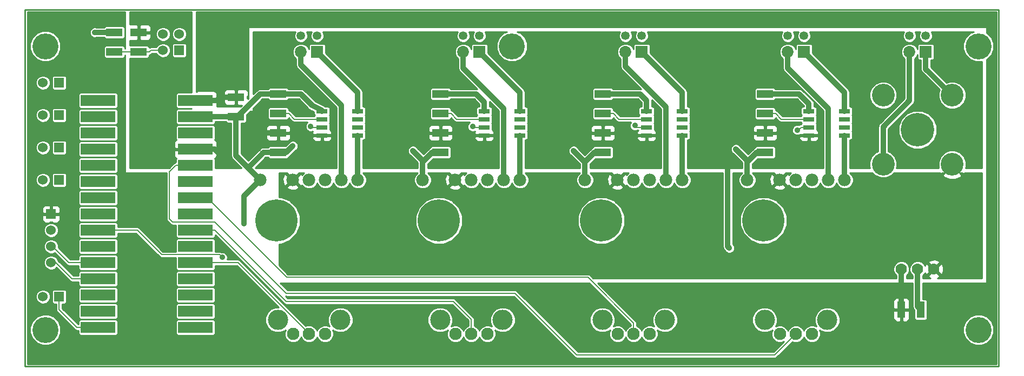
<source format=gtl>
G04 (created by PCBNEW-RS274X (2010-03-14)-final) date Mon 23 May 2011 01:34:54 PM PDT*
G01*
G70*
G90*
%MOIN*%
G04 Gerber Fmt 3.4, Leading zero omitted, Abs format*
%FSLAX34Y34*%
G04 APERTURE LIST*
%ADD10C,0.006000*%
%ADD11C,0.009000*%
%ADD12C,0.076000*%
%ADD13C,0.125000*%
%ADD14R,0.213000X0.069000*%
%ADD15C,0.070000*%
%ADD16R,0.050000X0.100000*%
%ADD17R,0.100000X0.050000*%
%ADD18C,0.073000*%
%ADD19R,0.073000X0.073000*%
%ADD20C,0.053000*%
%ADD21R,0.060000X0.060000*%
%ADD22C,0.060000*%
%ADD23R,0.070000X0.026000*%
%ADD24C,0.078000*%
%ADD25C,0.260000*%
%ADD26C,0.160000*%
%ADD27C,0.140000*%
%ADD28C,0.207000*%
%ADD29C,0.035000*%
%ADD30C,0.032000*%
%ADD31C,0.008000*%
%ADD32C,0.010000*%
G04 APERTURE END LIST*
G54D10*
G54D11*
X25500Y-33500D02*
X25500Y-55500D01*
X85500Y-33500D02*
X25500Y-33500D01*
X85500Y-55500D02*
X85500Y-33500D01*
X25500Y-55500D02*
X85500Y-55500D01*
G54D12*
X42016Y-53500D03*
X43000Y-53500D03*
X43984Y-53500D03*
G54D13*
X41070Y-52634D03*
X44930Y-52634D03*
G54D12*
X72016Y-53500D03*
X73000Y-53500D03*
X73984Y-53500D03*
G54D13*
X71070Y-52634D03*
X74930Y-52634D03*
G54D12*
X62016Y-53500D03*
X63000Y-53500D03*
X63984Y-53500D03*
G54D13*
X61070Y-52634D03*
X64930Y-52634D03*
G54D12*
X52016Y-53500D03*
X53000Y-53500D03*
X53984Y-53500D03*
G54D13*
X51070Y-52634D03*
X54930Y-52634D03*
G54D14*
X30000Y-39100D03*
X30000Y-40100D03*
X30000Y-41100D03*
X30000Y-42100D03*
X30000Y-43100D03*
X30000Y-44100D03*
X30000Y-45100D03*
X30000Y-46100D03*
X30000Y-47100D03*
X30000Y-48100D03*
X30000Y-49100D03*
X30000Y-50100D03*
X30000Y-51100D03*
X30000Y-52100D03*
X30000Y-53100D03*
X36000Y-53100D03*
X36000Y-52100D03*
X36000Y-51100D03*
X36000Y-50100D03*
X36000Y-49100D03*
X36000Y-48100D03*
X36000Y-47100D03*
X36000Y-46100D03*
X36000Y-45100D03*
X36000Y-44100D03*
X36000Y-43100D03*
X36000Y-42100D03*
X36000Y-41100D03*
X36000Y-40100D03*
X36000Y-39100D03*
G54D15*
X81500Y-49500D03*
X80500Y-49500D03*
X79500Y-49500D03*
G54D16*
X79500Y-52000D03*
X80700Y-52000D03*
G54D17*
X31000Y-36100D03*
X31000Y-34900D03*
X38500Y-38900D03*
X38500Y-40100D03*
X41100Y-41100D03*
X41100Y-42300D03*
X41100Y-39900D03*
X41100Y-38700D03*
X51100Y-41100D03*
X51100Y-42300D03*
X51100Y-39900D03*
X51100Y-38700D03*
X61100Y-41100D03*
X61100Y-42300D03*
X61100Y-39900D03*
X61100Y-38700D03*
X71100Y-41100D03*
X71100Y-42300D03*
X71100Y-39900D03*
X71100Y-38700D03*
G54D18*
X42500Y-36100D03*
G54D19*
X43500Y-36100D03*
G54D20*
X43500Y-35100D03*
X42500Y-35100D03*
G54D18*
X52500Y-36100D03*
G54D19*
X53500Y-36100D03*
G54D20*
X53500Y-35100D03*
X52500Y-35100D03*
G54D18*
X62500Y-36100D03*
G54D19*
X63500Y-36100D03*
G54D20*
X63500Y-35100D03*
X62500Y-35100D03*
G54D18*
X72500Y-36100D03*
G54D19*
X73500Y-36100D03*
G54D20*
X73500Y-35100D03*
X72500Y-35100D03*
G54D21*
X27100Y-46100D03*
G54D22*
X27100Y-47100D03*
X27100Y-48100D03*
X27100Y-49100D03*
G54D21*
X35000Y-36000D03*
G54D22*
X34000Y-36000D03*
X35000Y-35000D03*
X34000Y-35000D03*
G54D21*
X27600Y-51200D03*
G54D22*
X26600Y-51200D03*
G54D21*
X27600Y-44000D03*
G54D22*
X26600Y-44000D03*
G54D21*
X27600Y-42000D03*
G54D22*
X26600Y-42000D03*
G54D21*
X27600Y-40000D03*
G54D22*
X26600Y-40000D03*
G54D21*
X27600Y-38000D03*
G54D22*
X26600Y-38000D03*
G54D23*
X46000Y-41250D03*
X46000Y-40750D03*
X46000Y-40250D03*
X46000Y-39750D03*
X43800Y-39750D03*
X43800Y-40250D03*
X43800Y-40750D03*
X43800Y-41250D03*
X56000Y-41250D03*
X56000Y-40750D03*
X56000Y-40250D03*
X56000Y-39750D03*
X53800Y-39750D03*
X53800Y-40250D03*
X53800Y-40750D03*
X53800Y-41250D03*
X66000Y-41250D03*
X66000Y-40750D03*
X66000Y-40250D03*
X66000Y-39750D03*
X63800Y-39750D03*
X63800Y-40250D03*
X63800Y-40750D03*
X63800Y-41250D03*
X76000Y-41250D03*
X76000Y-40750D03*
X76000Y-40250D03*
X76000Y-39750D03*
X73800Y-39750D03*
X73800Y-40250D03*
X73800Y-40750D03*
X73800Y-41250D03*
G54D17*
X32500Y-36100D03*
X32500Y-34900D03*
G54D18*
X80000Y-36100D03*
G54D19*
X81000Y-36100D03*
G54D20*
X81000Y-35100D03*
X80000Y-35100D03*
G54D24*
X43000Y-44000D03*
X44000Y-44000D03*
X45000Y-44000D03*
X46000Y-44000D03*
X42000Y-44000D03*
X40000Y-44000D03*
G54D25*
X41000Y-46500D03*
G54D24*
X73000Y-44000D03*
X74000Y-44000D03*
X75000Y-44000D03*
X76000Y-44000D03*
X72000Y-44000D03*
X70000Y-44000D03*
G54D25*
X71000Y-46500D03*
G54D24*
X63000Y-44000D03*
X64000Y-44000D03*
X65000Y-44000D03*
X66000Y-44000D03*
X62000Y-44000D03*
X60000Y-44000D03*
G54D25*
X61000Y-46500D03*
G54D24*
X53000Y-44000D03*
X54000Y-44000D03*
X55000Y-44000D03*
X56000Y-44000D03*
X52000Y-44000D03*
X50000Y-44000D03*
G54D25*
X51000Y-46500D03*
G54D26*
X84250Y-35750D03*
X55500Y-35750D03*
X26750Y-35750D03*
X26750Y-53250D03*
X84250Y-53250D03*
G54D27*
X78375Y-38775D03*
X82625Y-38775D03*
X82625Y-43025D03*
X78375Y-43025D03*
G54D28*
X80500Y-40900D03*
G54D29*
X37900Y-42800D03*
X39600Y-41100D03*
X68900Y-48200D03*
X62000Y-40920D03*
X52000Y-40920D03*
X70861Y-39300D03*
X43100Y-40700D03*
X53078Y-40701D03*
X63078Y-40645D03*
X73078Y-40920D03*
X37647Y-48780D03*
X39000Y-46700D03*
X69300Y-42100D03*
X59300Y-42200D03*
X49400Y-42200D03*
X73800Y-39300D03*
X63800Y-39100D03*
X53800Y-39200D03*
X42000Y-41900D03*
X43200Y-39400D03*
X29800Y-34900D03*
X83600Y-48000D03*
X83600Y-46000D03*
G54D30*
X36000Y-42100D02*
X37200Y-42100D01*
X37200Y-42100D02*
X37900Y-42800D01*
X39600Y-41100D02*
X41100Y-41100D01*
X68800Y-48100D02*
X68800Y-42400D01*
X68900Y-48200D02*
X68800Y-48100D01*
G54D31*
X36000Y-47100D02*
X37200Y-47100D01*
X53000Y-52600D02*
X53000Y-53500D01*
X51900Y-51500D02*
X53000Y-52600D01*
X41600Y-51500D02*
X51900Y-51500D01*
X37200Y-47100D02*
X41600Y-51500D01*
X43250Y-40750D02*
X43800Y-40750D01*
X43100Y-40700D02*
X43250Y-40750D01*
X53127Y-40750D02*
X53078Y-40701D01*
X53800Y-40750D02*
X53127Y-40750D01*
X63183Y-40750D02*
X63078Y-40645D01*
X63800Y-40750D02*
X63183Y-40750D01*
X73137Y-40920D02*
X73078Y-40920D01*
X73307Y-40750D02*
X73137Y-40920D01*
X73800Y-40750D02*
X73307Y-40750D01*
X27100Y-48100D02*
X27200Y-48100D01*
X28200Y-49100D02*
X30000Y-49100D01*
X27200Y-48100D02*
X28200Y-49100D01*
X27100Y-49100D02*
X27400Y-49100D01*
X28400Y-50100D02*
X30000Y-50100D01*
X27400Y-49100D02*
X28400Y-50100D01*
X43000Y-53476D02*
X43000Y-53500D01*
X38624Y-49100D02*
X43000Y-53476D01*
X36000Y-49100D02*
X38624Y-49100D01*
X63000Y-52837D02*
X63000Y-53500D01*
X60172Y-50009D02*
X63000Y-52837D01*
X41617Y-50009D02*
X60172Y-50009D01*
X36708Y-45100D02*
X41617Y-50009D01*
X36000Y-45100D02*
X36708Y-45100D01*
X36000Y-43100D02*
X34800Y-43100D01*
X71700Y-54800D02*
X73000Y-53500D01*
X59500Y-54800D02*
X71700Y-54800D01*
X55700Y-51000D02*
X59500Y-54800D01*
X41600Y-51000D02*
X55700Y-51000D01*
X37200Y-46600D02*
X41600Y-51000D01*
X34600Y-46600D02*
X37200Y-46600D01*
X34400Y-46400D02*
X34600Y-46600D01*
X34400Y-43500D02*
X34400Y-46400D01*
X34800Y-43100D02*
X34400Y-43500D01*
X32410Y-47100D02*
X30000Y-47100D01*
X33921Y-48611D02*
X32410Y-47100D01*
X37478Y-48611D02*
X33921Y-48611D01*
X37647Y-48780D02*
X37478Y-48611D01*
G54D30*
X40000Y-44000D02*
X39000Y-45000D01*
X39000Y-45000D02*
X39000Y-46700D01*
X38500Y-40100D02*
X38600Y-40100D01*
X40000Y-38700D02*
X41100Y-38700D01*
X38600Y-40100D02*
X40000Y-38700D01*
X70000Y-42900D02*
X70000Y-42800D01*
X70000Y-42800D02*
X69300Y-42100D01*
X71100Y-42300D02*
X70600Y-42300D01*
X70000Y-42900D02*
X70000Y-44000D01*
X70600Y-42300D02*
X70000Y-42900D01*
X60000Y-42900D02*
X59300Y-42200D01*
X61100Y-42300D02*
X60600Y-42300D01*
X60000Y-42900D02*
X60000Y-44000D01*
X60600Y-42300D02*
X60000Y-42900D01*
X50000Y-42900D02*
X50000Y-42800D01*
X50000Y-42800D02*
X49400Y-42200D01*
X51100Y-42300D02*
X50600Y-42300D01*
X50000Y-42900D02*
X50000Y-44000D01*
X50600Y-42300D02*
X50000Y-42900D01*
X75000Y-44000D02*
X75000Y-39600D01*
X72500Y-37100D02*
X72500Y-36100D01*
X75000Y-39600D02*
X72500Y-37100D01*
X65000Y-44000D02*
X65000Y-39500D01*
X62500Y-37000D02*
X62500Y-36100D01*
X65000Y-39500D02*
X62500Y-37000D01*
X55000Y-44000D02*
X55000Y-39600D01*
X52500Y-37100D02*
X52500Y-36100D01*
X55000Y-39600D02*
X52500Y-37100D01*
X45000Y-44000D02*
X45000Y-39400D01*
X42500Y-36900D02*
X42500Y-36100D01*
X45000Y-39400D02*
X42500Y-36900D01*
X80500Y-49500D02*
X80500Y-51800D01*
X80500Y-51800D02*
X80700Y-52000D01*
X71100Y-38700D02*
X73200Y-38700D01*
X73800Y-39300D02*
X73800Y-39750D01*
X73200Y-38700D02*
X73800Y-39300D01*
X61100Y-38700D02*
X63400Y-38700D01*
X63800Y-39100D02*
X63800Y-39750D01*
X63400Y-38700D02*
X63800Y-39100D01*
X41100Y-38700D02*
X42500Y-38700D01*
X42500Y-38700D02*
X43200Y-39400D01*
X51100Y-38700D02*
X53300Y-38700D01*
X53800Y-39200D02*
X53800Y-39750D01*
X53300Y-38700D02*
X53800Y-39200D01*
X41100Y-42300D02*
X41600Y-42300D01*
X41600Y-42300D02*
X42000Y-41900D01*
X41100Y-42300D02*
X40200Y-42300D01*
X40200Y-42300D02*
X39250Y-43250D01*
X38500Y-40100D02*
X38500Y-42500D01*
X38500Y-42500D02*
X39250Y-43250D01*
X39250Y-43250D02*
X40000Y-44000D01*
X43800Y-39700D02*
X43800Y-39750D01*
X43200Y-39400D02*
X43800Y-39700D01*
X31000Y-34900D02*
X29800Y-34900D01*
X38500Y-40100D02*
X36000Y-40100D01*
X81000Y-36100D02*
X81000Y-37150D01*
X81000Y-37150D02*
X82625Y-38775D01*
X80000Y-36100D02*
X80000Y-39100D01*
X78375Y-40725D02*
X78375Y-43025D01*
X80000Y-39100D02*
X78375Y-40725D01*
G54D31*
X30000Y-53100D02*
X28700Y-53100D01*
X27600Y-52000D02*
X27600Y-51200D01*
X28700Y-53100D02*
X27600Y-52000D01*
X32500Y-36100D02*
X31000Y-36100D01*
X33243Y-36000D02*
X33143Y-36100D01*
X34000Y-36000D02*
X33243Y-36000D01*
X32500Y-36100D02*
X33143Y-36100D01*
G54D30*
X46000Y-39750D02*
X46000Y-38600D01*
X46000Y-38600D02*
X43500Y-36100D01*
X46000Y-41250D02*
X46000Y-44000D01*
G54D31*
X42093Y-40250D02*
X41743Y-39900D01*
X43800Y-40250D02*
X42093Y-40250D01*
X41100Y-39900D02*
X41743Y-39900D01*
G54D30*
X56000Y-39750D02*
X56000Y-38600D01*
X56000Y-38600D02*
X53500Y-36100D01*
X56000Y-41250D02*
X56000Y-44000D01*
G54D31*
X52093Y-40250D02*
X51743Y-39900D01*
X53800Y-40250D02*
X52093Y-40250D01*
X51100Y-39900D02*
X51743Y-39900D01*
G54D30*
X66000Y-39750D02*
X66000Y-38600D01*
X66000Y-38600D02*
X63500Y-36100D01*
X66000Y-41250D02*
X66000Y-44000D01*
G54D31*
X61100Y-39900D02*
X61743Y-39900D01*
X62093Y-40250D02*
X61743Y-39900D01*
X63800Y-40250D02*
X62093Y-40250D01*
G54D30*
X76000Y-39750D02*
X76000Y-38600D01*
X76000Y-38600D02*
X73500Y-36100D01*
X76000Y-41250D02*
X76000Y-44000D01*
G54D31*
X71100Y-39900D02*
X71743Y-39900D01*
X72093Y-40250D02*
X71743Y-39900D01*
X73800Y-40250D02*
X72093Y-40250D01*
G54D30*
X79500Y-49500D02*
X79500Y-52000D01*
X37528Y-38900D02*
X38500Y-38900D01*
X37328Y-39100D02*
X37528Y-38900D01*
X36000Y-39100D02*
X37328Y-39100D01*
G54D32*
X82029Y-43549D02*
X82171Y-43549D01*
X83079Y-43549D02*
X83220Y-43549D01*
X41150Y-43629D02*
X41558Y-43629D01*
X41558Y-43629D02*
X41558Y-43629D01*
X41700Y-43629D02*
X41700Y-43629D01*
X42300Y-43629D02*
X42300Y-43629D01*
X42441Y-43629D02*
X42442Y-43629D01*
X42442Y-43629D02*
X42607Y-43629D01*
X46393Y-43629D02*
X49608Y-43629D01*
X50393Y-43629D02*
X51558Y-43629D01*
X51558Y-43629D02*
X51558Y-43629D01*
X51700Y-43629D02*
X51700Y-43629D01*
X52300Y-43629D02*
X52300Y-43629D01*
X52441Y-43629D02*
X52442Y-43629D01*
X52442Y-43629D02*
X52607Y-43629D01*
X56393Y-43629D02*
X59608Y-43629D01*
X60393Y-43629D02*
X61558Y-43629D01*
X61558Y-43629D02*
X61558Y-43629D01*
X61700Y-43629D02*
X61700Y-43629D01*
X62300Y-43629D02*
X62300Y-43629D01*
X62441Y-43629D02*
X62442Y-43629D01*
X62442Y-43629D02*
X62607Y-43629D01*
X66393Y-43629D02*
X68490Y-43629D01*
X69110Y-43629D02*
X69608Y-43629D01*
X70393Y-43629D02*
X71558Y-43629D01*
X71558Y-43629D02*
X71558Y-43629D01*
X71699Y-43629D02*
X71699Y-43629D01*
X72299Y-43629D02*
X72300Y-43629D01*
X72441Y-43629D02*
X72442Y-43629D01*
X72442Y-43629D02*
X72607Y-43629D01*
X76393Y-43629D02*
X77777Y-43629D01*
X78972Y-43629D02*
X82092Y-43629D01*
X83159Y-43629D02*
X84450Y-43629D01*
X41150Y-43709D02*
X41440Y-43709D01*
X41638Y-43709D02*
X41638Y-43709D01*
X41780Y-43709D02*
X41780Y-43709D01*
X42220Y-43709D02*
X42220Y-43709D01*
X42361Y-43709D02*
X42362Y-43709D01*
X46465Y-43709D02*
X49537Y-43709D01*
X50465Y-43709D02*
X51440Y-43709D01*
X51638Y-43709D02*
X51638Y-43709D01*
X51780Y-43709D02*
X51780Y-43709D01*
X52220Y-43709D02*
X52220Y-43709D01*
X52361Y-43709D02*
X52362Y-43709D01*
X56465Y-43709D02*
X59537Y-43709D01*
X60465Y-43709D02*
X61440Y-43709D01*
X61638Y-43709D02*
X61638Y-43709D01*
X61780Y-43709D02*
X61780Y-43709D01*
X62220Y-43709D02*
X62220Y-43709D01*
X62361Y-43709D02*
X62362Y-43709D01*
X66465Y-43709D02*
X68490Y-43709D01*
X69110Y-43709D02*
X69537Y-43709D01*
X70465Y-43709D02*
X71440Y-43709D01*
X71638Y-43709D02*
X71638Y-43709D01*
X71779Y-43709D02*
X71779Y-43709D01*
X72219Y-43709D02*
X72220Y-43709D01*
X72361Y-43709D02*
X72362Y-43709D01*
X76465Y-43709D02*
X77857Y-43709D01*
X78892Y-43709D02*
X82046Y-43709D01*
X83203Y-43709D02*
X84450Y-43709D01*
X41150Y-43789D02*
X41410Y-43789D01*
X41718Y-43789D02*
X41718Y-43789D01*
X41860Y-43789D02*
X41860Y-43789D01*
X42140Y-43789D02*
X42140Y-43789D01*
X42281Y-43789D02*
X42282Y-43789D01*
X46498Y-43789D02*
X49504Y-43789D01*
X50498Y-43789D02*
X51410Y-43789D01*
X51718Y-43789D02*
X51718Y-43789D01*
X51860Y-43789D02*
X51860Y-43789D01*
X52140Y-43789D02*
X52140Y-43789D01*
X52281Y-43789D02*
X52282Y-43789D01*
X56498Y-43789D02*
X59504Y-43789D01*
X60498Y-43789D02*
X61410Y-43789D01*
X61718Y-43789D02*
X61718Y-43789D01*
X61860Y-43789D02*
X61860Y-43789D01*
X62140Y-43789D02*
X62140Y-43789D01*
X62281Y-43789D02*
X62282Y-43789D01*
X66498Y-43789D02*
X68490Y-43789D01*
X69110Y-43789D02*
X69504Y-43789D01*
X70498Y-43789D02*
X71410Y-43789D01*
X71718Y-43789D02*
X71718Y-43789D01*
X71859Y-43789D02*
X71859Y-43789D01*
X72139Y-43789D02*
X72140Y-43789D01*
X72281Y-43789D02*
X72282Y-43789D01*
X76498Y-43789D02*
X77998Y-43789D01*
X78751Y-43789D02*
X82089Y-43789D01*
X83160Y-43789D02*
X84450Y-43789D01*
X41150Y-43869D02*
X41380Y-43869D01*
X41798Y-43869D02*
X41798Y-43869D01*
X41940Y-43869D02*
X41940Y-43869D01*
X42060Y-43869D02*
X42060Y-43869D01*
X42201Y-43869D02*
X42202Y-43869D01*
X46531Y-43869D02*
X49470Y-43869D01*
X50531Y-43869D02*
X51380Y-43869D01*
X51798Y-43869D02*
X51798Y-43869D01*
X51940Y-43869D02*
X51940Y-43869D01*
X52060Y-43869D02*
X52060Y-43869D01*
X52201Y-43869D02*
X52202Y-43869D01*
X56531Y-43869D02*
X59470Y-43869D01*
X60531Y-43869D02*
X61380Y-43869D01*
X61798Y-43869D02*
X61798Y-43869D01*
X61940Y-43869D02*
X61940Y-43869D01*
X62060Y-43869D02*
X62060Y-43869D01*
X62201Y-43869D02*
X62202Y-43869D01*
X66531Y-43869D02*
X68490Y-43869D01*
X69110Y-43869D02*
X69470Y-43869D01*
X70531Y-43869D02*
X71380Y-43869D01*
X71798Y-43869D02*
X71798Y-43869D01*
X71939Y-43869D02*
X71939Y-43869D01*
X72059Y-43869D02*
X72060Y-43869D01*
X72201Y-43869D02*
X72202Y-43869D01*
X76531Y-43869D02*
X78190Y-43869D01*
X78557Y-43869D02*
X82226Y-43869D01*
X83028Y-43869D02*
X84450Y-43869D01*
X41150Y-43949D02*
X41369Y-43949D01*
X41878Y-43949D02*
X41878Y-43949D01*
X41980Y-43949D02*
X42020Y-43949D01*
X42121Y-43949D02*
X42122Y-43949D01*
X46540Y-43949D02*
X49460Y-43949D01*
X50540Y-43949D02*
X51369Y-43949D01*
X51878Y-43949D02*
X51878Y-43949D01*
X51980Y-43949D02*
X52020Y-43949D01*
X52121Y-43949D02*
X52122Y-43949D01*
X56540Y-43949D02*
X59460Y-43949D01*
X60540Y-43949D02*
X61369Y-43949D01*
X61878Y-43949D02*
X61878Y-43949D01*
X61980Y-43949D02*
X62020Y-43949D01*
X62121Y-43949D02*
X62122Y-43949D01*
X66540Y-43949D02*
X68490Y-43949D01*
X69110Y-43949D02*
X69460Y-43949D01*
X70540Y-43949D02*
X71369Y-43949D01*
X71878Y-43949D02*
X71878Y-43949D01*
X71979Y-43949D02*
X72019Y-43949D01*
X72121Y-43949D02*
X72122Y-43949D01*
X76540Y-43949D02*
X82426Y-43949D01*
X82836Y-43949D02*
X84450Y-43949D01*
X41150Y-44029D02*
X41372Y-44029D01*
X41900Y-44029D02*
X42100Y-44029D01*
X46540Y-44029D02*
X49460Y-44029D01*
X50540Y-44029D02*
X51372Y-44029D01*
X51900Y-44029D02*
X52100Y-44029D01*
X56540Y-44029D02*
X59460Y-44029D01*
X60540Y-44029D02*
X61372Y-44029D01*
X61900Y-44029D02*
X62100Y-44029D01*
X66540Y-44029D02*
X68490Y-44029D01*
X69110Y-44029D02*
X69460Y-44029D01*
X70540Y-44029D02*
X71372Y-44029D01*
X71900Y-44029D02*
X72100Y-44029D01*
X76540Y-44029D02*
X84450Y-44029D01*
X41150Y-44109D02*
X41375Y-44109D01*
X41820Y-44109D02*
X41962Y-44109D01*
X42038Y-44109D02*
X42180Y-44109D01*
X46539Y-44109D02*
X49460Y-44109D01*
X50539Y-44109D02*
X51375Y-44109D01*
X51820Y-44109D02*
X51962Y-44109D01*
X52038Y-44109D02*
X52180Y-44109D01*
X56539Y-44109D02*
X59460Y-44109D01*
X60539Y-44109D02*
X61375Y-44109D01*
X61820Y-44109D02*
X61962Y-44109D01*
X62038Y-44109D02*
X62180Y-44109D01*
X66539Y-44109D02*
X68490Y-44109D01*
X69110Y-44109D02*
X69460Y-44109D01*
X70539Y-44109D02*
X71375Y-44109D01*
X71820Y-44109D02*
X71962Y-44109D01*
X72038Y-44109D02*
X72180Y-44109D01*
X76539Y-44109D02*
X84450Y-44109D01*
X41150Y-44189D02*
X41393Y-44189D01*
X41740Y-44189D02*
X41882Y-44189D01*
X42118Y-44189D02*
X42260Y-44189D01*
X46506Y-44189D02*
X49493Y-44189D01*
X50506Y-44189D02*
X51393Y-44189D01*
X51740Y-44189D02*
X51882Y-44189D01*
X52118Y-44189D02*
X52260Y-44189D01*
X56506Y-44189D02*
X59493Y-44189D01*
X60506Y-44189D02*
X61393Y-44189D01*
X61740Y-44189D02*
X61882Y-44189D01*
X62118Y-44189D02*
X62260Y-44189D01*
X66506Y-44189D02*
X68490Y-44189D01*
X69110Y-44189D02*
X69493Y-44189D01*
X70506Y-44189D02*
X71393Y-44189D01*
X71740Y-44189D02*
X71882Y-44189D01*
X72118Y-44189D02*
X72260Y-44189D01*
X76506Y-44189D02*
X84450Y-44189D01*
X41150Y-44269D02*
X41427Y-44269D01*
X41660Y-44269D02*
X41802Y-44269D01*
X42198Y-44269D02*
X42340Y-44269D01*
X43472Y-44269D02*
X43526Y-44269D01*
X44472Y-44269D02*
X44526Y-44269D01*
X45472Y-44269D02*
X45526Y-44269D01*
X46472Y-44269D02*
X49526Y-44269D01*
X50472Y-44269D02*
X51427Y-44269D01*
X51660Y-44269D02*
X51802Y-44269D01*
X52198Y-44269D02*
X52340Y-44269D01*
X53472Y-44269D02*
X53526Y-44269D01*
X54472Y-44269D02*
X54526Y-44269D01*
X55472Y-44269D02*
X55526Y-44269D01*
X56472Y-44269D02*
X59526Y-44269D01*
X60472Y-44269D02*
X61427Y-44269D01*
X61660Y-44269D02*
X61802Y-44269D01*
X62198Y-44269D02*
X62340Y-44269D01*
X63472Y-44269D02*
X63526Y-44269D01*
X64472Y-44269D02*
X64526Y-44269D01*
X65472Y-44269D02*
X65526Y-44269D01*
X66472Y-44269D02*
X68490Y-44269D01*
X69110Y-44269D02*
X69526Y-44269D01*
X70472Y-44269D02*
X71427Y-44269D01*
X71660Y-44269D02*
X71802Y-44269D01*
X72198Y-44269D02*
X72340Y-44269D01*
X73472Y-44269D02*
X73526Y-44269D01*
X74472Y-44269D02*
X74526Y-44269D01*
X75472Y-44269D02*
X75526Y-44269D01*
X76472Y-44269D02*
X84450Y-44269D01*
X41150Y-44349D02*
X41496Y-44349D01*
X41580Y-44349D02*
X41722Y-44349D01*
X42278Y-44349D02*
X42420Y-44349D01*
X42503Y-44349D02*
X42585Y-44349D01*
X43414Y-44349D02*
X43585Y-44349D01*
X44414Y-44349D02*
X44585Y-44349D01*
X45414Y-44349D02*
X45585Y-44349D01*
X46414Y-44349D02*
X49585Y-44349D01*
X50414Y-44349D02*
X51496Y-44349D01*
X51580Y-44349D02*
X51722Y-44349D01*
X52278Y-44349D02*
X52420Y-44349D01*
X52503Y-44349D02*
X52585Y-44349D01*
X53414Y-44349D02*
X53585Y-44349D01*
X54414Y-44349D02*
X54585Y-44349D01*
X55414Y-44349D02*
X55585Y-44349D01*
X56414Y-44349D02*
X59585Y-44349D01*
X60414Y-44349D02*
X61496Y-44349D01*
X61580Y-44349D02*
X61722Y-44349D01*
X62278Y-44349D02*
X62420Y-44349D01*
X62503Y-44349D02*
X62585Y-44349D01*
X63414Y-44349D02*
X63585Y-44349D01*
X64414Y-44349D02*
X64585Y-44349D01*
X65414Y-44349D02*
X65585Y-44349D01*
X66414Y-44349D02*
X68490Y-44349D01*
X69110Y-44349D02*
X69585Y-44349D01*
X70414Y-44349D02*
X71496Y-44349D01*
X71580Y-44349D02*
X71722Y-44349D01*
X72278Y-44349D02*
X72420Y-44349D01*
X72503Y-44349D02*
X72585Y-44349D01*
X73414Y-44349D02*
X73585Y-44349D01*
X74414Y-44349D02*
X74585Y-44349D01*
X75414Y-44349D02*
X75585Y-44349D01*
X76414Y-44349D02*
X84450Y-44349D01*
X41150Y-44429D02*
X41642Y-44429D01*
X42358Y-44429D02*
X42665Y-44429D01*
X43334Y-44429D02*
X43665Y-44429D01*
X44334Y-44429D02*
X44665Y-44429D01*
X45334Y-44429D02*
X45665Y-44429D01*
X46334Y-44429D02*
X49665Y-44429D01*
X50334Y-44429D02*
X51642Y-44429D01*
X52358Y-44429D02*
X52665Y-44429D01*
X53334Y-44429D02*
X53665Y-44429D01*
X54334Y-44429D02*
X54665Y-44429D01*
X55334Y-44429D02*
X55665Y-44429D01*
X56334Y-44429D02*
X59665Y-44429D01*
X60334Y-44429D02*
X61642Y-44429D01*
X62358Y-44429D02*
X62665Y-44429D01*
X63334Y-44429D02*
X63665Y-44429D01*
X64334Y-44429D02*
X64665Y-44429D01*
X65334Y-44429D02*
X65665Y-44429D01*
X66334Y-44429D02*
X68490Y-44429D01*
X69110Y-44429D02*
X69665Y-44429D01*
X70334Y-44429D02*
X71642Y-44429D01*
X72358Y-44429D02*
X72665Y-44429D01*
X73334Y-44429D02*
X73665Y-44429D01*
X74334Y-44429D02*
X74665Y-44429D01*
X75334Y-44429D02*
X75665Y-44429D01*
X76334Y-44429D02*
X84450Y-44429D01*
X41150Y-44509D02*
X41653Y-44509D01*
X42346Y-44509D02*
X42818Y-44509D01*
X43182Y-44509D02*
X43818Y-44509D01*
X44182Y-44509D02*
X44818Y-44509D01*
X45182Y-44509D02*
X45818Y-44509D01*
X46182Y-44509D02*
X49818Y-44509D01*
X50182Y-44509D02*
X51653Y-44509D01*
X52346Y-44509D02*
X52818Y-44509D01*
X53182Y-44509D02*
X53818Y-44509D01*
X54182Y-44509D02*
X54818Y-44509D01*
X55182Y-44509D02*
X55818Y-44509D01*
X56182Y-44509D02*
X59818Y-44509D01*
X60182Y-44509D02*
X61653Y-44509D01*
X62346Y-44509D02*
X62818Y-44509D01*
X63182Y-44509D02*
X63818Y-44509D01*
X64182Y-44509D02*
X64818Y-44509D01*
X65182Y-44509D02*
X65818Y-44509D01*
X66182Y-44509D02*
X68490Y-44509D01*
X69110Y-44509D02*
X69818Y-44509D01*
X70182Y-44509D02*
X71653Y-44509D01*
X72346Y-44509D02*
X72818Y-44509D01*
X73182Y-44509D02*
X73818Y-44509D01*
X74182Y-44509D02*
X74818Y-44509D01*
X75182Y-44509D02*
X75818Y-44509D01*
X76182Y-44509D02*
X84450Y-44509D01*
X41150Y-44589D02*
X41784Y-44589D01*
X42229Y-44589D02*
X51784Y-44589D01*
X52229Y-44589D02*
X61784Y-44589D01*
X62229Y-44589D02*
X68490Y-44589D01*
X69110Y-44589D02*
X71784Y-44589D01*
X72229Y-44589D02*
X84450Y-44589D01*
X41150Y-44669D02*
X68490Y-44669D01*
X69110Y-44669D02*
X84450Y-44669D01*
X41150Y-44749D02*
X68490Y-44749D01*
X69110Y-44749D02*
X84450Y-44749D01*
X41150Y-44829D02*
X68490Y-44829D01*
X69110Y-44829D02*
X84450Y-44829D01*
X41150Y-44909D02*
X68490Y-44909D01*
X69110Y-44909D02*
X84450Y-44909D01*
X41150Y-44989D02*
X68490Y-44989D01*
X69110Y-44989D02*
X84450Y-44989D01*
X41334Y-45069D02*
X50667Y-45069D01*
X51334Y-45069D02*
X60667Y-45069D01*
X61334Y-45069D02*
X68490Y-45069D01*
X69110Y-45069D02*
X70667Y-45069D01*
X71334Y-45069D02*
X84450Y-45069D01*
X41527Y-45149D02*
X50474Y-45149D01*
X51527Y-45149D02*
X60474Y-45149D01*
X61527Y-45149D02*
X68490Y-45149D01*
X69110Y-45149D02*
X70474Y-45149D01*
X71527Y-45149D02*
X84450Y-45149D01*
X41719Y-45229D02*
X50280Y-45229D01*
X51719Y-45229D02*
X60280Y-45229D01*
X61719Y-45229D02*
X68490Y-45229D01*
X69110Y-45229D02*
X70280Y-45229D01*
X71719Y-45229D02*
X84450Y-45229D01*
X41859Y-45309D02*
X50141Y-45309D01*
X51859Y-45309D02*
X60141Y-45309D01*
X61859Y-45309D02*
X68490Y-45309D01*
X69110Y-45309D02*
X70141Y-45309D01*
X71859Y-45309D02*
X84450Y-45309D01*
X41939Y-45389D02*
X50061Y-45389D01*
X51939Y-45389D02*
X60061Y-45389D01*
X61939Y-45389D02*
X68490Y-45389D01*
X69110Y-45389D02*
X70061Y-45389D01*
X71939Y-45389D02*
X84450Y-45389D01*
X42019Y-45469D02*
X49981Y-45469D01*
X52019Y-45469D02*
X59981Y-45469D01*
X62019Y-45469D02*
X68490Y-45469D01*
X69110Y-45469D02*
X69981Y-45469D01*
X72019Y-45469D02*
X84450Y-45469D01*
X42099Y-45549D02*
X49901Y-45549D01*
X52099Y-45549D02*
X59901Y-45549D01*
X62099Y-45549D02*
X68490Y-45549D01*
X69110Y-45549D02*
X69901Y-45549D01*
X72099Y-45549D02*
X84450Y-45549D01*
X42179Y-45629D02*
X49821Y-45629D01*
X52179Y-45629D02*
X59821Y-45629D01*
X62179Y-45629D02*
X68490Y-45629D01*
X69110Y-45629D02*
X69821Y-45629D01*
X72179Y-45629D02*
X84450Y-45629D01*
X42242Y-45709D02*
X49760Y-45709D01*
X52242Y-45709D02*
X59760Y-45709D01*
X62242Y-45709D02*
X68490Y-45709D01*
X69110Y-45709D02*
X69760Y-45709D01*
X72242Y-45709D02*
X84450Y-45709D01*
X42275Y-45789D02*
X49726Y-45789D01*
X52275Y-45789D02*
X59726Y-45789D01*
X62275Y-45789D02*
X68490Y-45789D01*
X69110Y-45789D02*
X69726Y-45789D01*
X72275Y-45789D02*
X84450Y-45789D01*
X42309Y-45869D02*
X49693Y-45869D01*
X52309Y-45869D02*
X59693Y-45869D01*
X62309Y-45869D02*
X68490Y-45869D01*
X69110Y-45869D02*
X69693Y-45869D01*
X72309Y-45869D02*
X84450Y-45869D01*
X42342Y-45949D02*
X49660Y-45949D01*
X52342Y-45949D02*
X59660Y-45949D01*
X62342Y-45949D02*
X68490Y-45949D01*
X69110Y-45949D02*
X69660Y-45949D01*
X72342Y-45949D02*
X84450Y-45949D01*
X42375Y-46029D02*
X49627Y-46029D01*
X52375Y-46029D02*
X59627Y-46029D01*
X62375Y-46029D02*
X68490Y-46029D01*
X69110Y-46029D02*
X69627Y-46029D01*
X72375Y-46029D02*
X84450Y-46029D01*
X42408Y-46109D02*
X49593Y-46109D01*
X52408Y-46109D02*
X59593Y-46109D01*
X62408Y-46109D02*
X68490Y-46109D01*
X69110Y-46109D02*
X69593Y-46109D01*
X72408Y-46109D02*
X84450Y-46109D01*
X42441Y-46189D02*
X49560Y-46189D01*
X52441Y-46189D02*
X59560Y-46189D01*
X62441Y-46189D02*
X68490Y-46189D01*
X69110Y-46189D02*
X69560Y-46189D01*
X72441Y-46189D02*
X84450Y-46189D01*
X42449Y-46269D02*
X49551Y-46269D01*
X52449Y-46269D02*
X59551Y-46269D01*
X62449Y-46269D02*
X68490Y-46269D01*
X69110Y-46269D02*
X69551Y-46269D01*
X72449Y-46269D02*
X84450Y-46269D01*
X42449Y-46349D02*
X49551Y-46349D01*
X52449Y-46349D02*
X59551Y-46349D01*
X62449Y-46349D02*
X68490Y-46349D01*
X69110Y-46349D02*
X69551Y-46349D01*
X72449Y-46349D02*
X84450Y-46349D01*
X42449Y-46429D02*
X49551Y-46429D01*
X52449Y-46429D02*
X59551Y-46429D01*
X62449Y-46429D02*
X68490Y-46429D01*
X69110Y-46429D02*
X69551Y-46429D01*
X72449Y-46429D02*
X84450Y-46429D01*
X42449Y-46509D02*
X49551Y-46509D01*
X52449Y-46509D02*
X59551Y-46509D01*
X62449Y-46509D02*
X68490Y-46509D01*
X69110Y-46509D02*
X69551Y-46509D01*
X72449Y-46509D02*
X84450Y-46509D01*
X42449Y-46589D02*
X49551Y-46589D01*
X52449Y-46589D02*
X59551Y-46589D01*
X62449Y-46589D02*
X68490Y-46589D01*
X69110Y-46589D02*
X69551Y-46589D01*
X72449Y-46589D02*
X84450Y-46589D01*
X42449Y-46669D02*
X49551Y-46669D01*
X52449Y-46669D02*
X59551Y-46669D01*
X62449Y-46669D02*
X68490Y-46669D01*
X69110Y-46669D02*
X69551Y-46669D01*
X72449Y-46669D02*
X84450Y-46669D01*
X42449Y-46749D02*
X49551Y-46749D01*
X52449Y-46749D02*
X59551Y-46749D01*
X62449Y-46749D02*
X68490Y-46749D01*
X69110Y-46749D02*
X69551Y-46749D01*
X72449Y-46749D02*
X84450Y-46749D01*
X42432Y-46829D02*
X49567Y-46829D01*
X52432Y-46829D02*
X59567Y-46829D01*
X62432Y-46829D02*
X68490Y-46829D01*
X69110Y-46829D02*
X69567Y-46829D01*
X72432Y-46829D02*
X84450Y-46829D01*
X42399Y-46909D02*
X49600Y-46909D01*
X52399Y-46909D02*
X59600Y-46909D01*
X62399Y-46909D02*
X68490Y-46909D01*
X69110Y-46909D02*
X69600Y-46909D01*
X72399Y-46909D02*
X84450Y-46909D01*
X42366Y-46989D02*
X49633Y-46989D01*
X52366Y-46989D02*
X59633Y-46989D01*
X62366Y-46989D02*
X68490Y-46989D01*
X69110Y-46989D02*
X69633Y-46989D01*
X72366Y-46989D02*
X84450Y-46989D01*
X42333Y-47069D02*
X49666Y-47069D01*
X52333Y-47069D02*
X59666Y-47069D01*
X62333Y-47069D02*
X68490Y-47069D01*
X69110Y-47069D02*
X69666Y-47069D01*
X72333Y-47069D02*
X84450Y-47069D01*
X42299Y-47149D02*
X49699Y-47149D01*
X52299Y-47149D02*
X59699Y-47149D01*
X62299Y-47149D02*
X68490Y-47149D01*
X69110Y-47149D02*
X69699Y-47149D01*
X72299Y-47149D02*
X84450Y-47149D01*
X42266Y-47229D02*
X49732Y-47229D01*
X52266Y-47229D02*
X59732Y-47229D01*
X62266Y-47229D02*
X68490Y-47229D01*
X69110Y-47229D02*
X69732Y-47229D01*
X72266Y-47229D02*
X84450Y-47229D01*
X42233Y-47309D02*
X49765Y-47309D01*
X52233Y-47309D02*
X59765Y-47309D01*
X62233Y-47309D02*
X68490Y-47309D01*
X69110Y-47309D02*
X69765Y-47309D01*
X72233Y-47309D02*
X84450Y-47309D01*
X42161Y-47389D02*
X49839Y-47389D01*
X52161Y-47389D02*
X59839Y-47389D01*
X62161Y-47389D02*
X68490Y-47389D01*
X69110Y-47389D02*
X69839Y-47389D01*
X72161Y-47389D02*
X84450Y-47389D01*
X42081Y-47469D02*
X49919Y-47469D01*
X52081Y-47469D02*
X59919Y-47469D01*
X62081Y-47469D02*
X68490Y-47469D01*
X69110Y-47469D02*
X69919Y-47469D01*
X72081Y-47469D02*
X84450Y-47469D01*
X42001Y-47549D02*
X49999Y-47549D01*
X52001Y-47549D02*
X59999Y-47549D01*
X62001Y-47549D02*
X68490Y-47549D01*
X69110Y-47549D02*
X69999Y-47549D01*
X72001Y-47549D02*
X84450Y-47549D01*
X41921Y-47629D02*
X50079Y-47629D01*
X51921Y-47629D02*
X60079Y-47629D01*
X61921Y-47629D02*
X68490Y-47629D01*
X69110Y-47629D02*
X70079Y-47629D01*
X71921Y-47629D02*
X84450Y-47629D01*
X41841Y-47709D02*
X50159Y-47709D01*
X51841Y-47709D02*
X60159Y-47709D01*
X61841Y-47709D02*
X68490Y-47709D01*
X69110Y-47709D02*
X70159Y-47709D01*
X71841Y-47709D02*
X84450Y-47709D01*
X41677Y-47789D02*
X50324Y-47789D01*
X51677Y-47789D02*
X60324Y-47789D01*
X61677Y-47789D02*
X68490Y-47789D01*
X69110Y-47789D02*
X70324Y-47789D01*
X71677Y-47789D02*
X84450Y-47789D01*
X41483Y-47869D02*
X50517Y-47869D01*
X51483Y-47869D02*
X60517Y-47869D01*
X61483Y-47869D02*
X68490Y-47869D01*
X69110Y-47869D02*
X70517Y-47869D01*
X71483Y-47869D02*
X84450Y-47869D01*
X41150Y-47949D02*
X41150Y-47949D01*
X41289Y-47949D02*
X50710Y-47949D01*
X51289Y-47949D02*
X60710Y-47949D01*
X61289Y-47949D02*
X68490Y-47949D01*
X69110Y-47949D02*
X70710Y-47949D01*
X71289Y-47949D02*
X84450Y-47949D01*
X41150Y-48029D02*
X68490Y-48029D01*
X69182Y-48029D02*
X84450Y-48029D01*
X41150Y-48109D02*
X68491Y-48109D01*
X69214Y-48109D02*
X84450Y-48109D01*
X41150Y-48189D02*
X68507Y-48189D01*
X69225Y-48189D02*
X84450Y-48189D01*
X41150Y-48269D02*
X68547Y-48269D01*
X69223Y-48269D02*
X84450Y-48269D01*
X41150Y-48349D02*
X68609Y-48349D01*
X69190Y-48349D02*
X84450Y-48349D01*
X41150Y-48429D02*
X68669Y-48429D01*
X69131Y-48429D02*
X84450Y-48429D01*
X41150Y-48509D02*
X68796Y-48509D01*
X69003Y-48509D02*
X84450Y-48509D01*
X41150Y-48589D02*
X84450Y-48589D01*
X41150Y-48669D02*
X84450Y-48669D01*
X41150Y-48749D02*
X84450Y-48749D01*
X41150Y-48829D02*
X84450Y-48829D01*
X41150Y-48909D02*
X81549Y-48909D01*
X81597Y-48909D02*
X84450Y-48909D01*
X41150Y-48989D02*
X81190Y-48989D01*
X81811Y-48989D02*
X84450Y-48989D01*
X41150Y-49069D02*
X79238Y-49069D01*
X79764Y-49069D02*
X80238Y-49069D01*
X80764Y-49069D02*
X81163Y-49069D01*
X81838Y-49069D02*
X84450Y-49069D01*
X41150Y-49149D02*
X79146Y-49149D01*
X79855Y-49149D02*
X80146Y-49149D01*
X80855Y-49149D02*
X81220Y-49149D01*
X81780Y-49149D02*
X84450Y-49149D01*
X41150Y-49229D02*
X79073Y-49229D01*
X79928Y-49229D02*
X80073Y-49229D01*
X80928Y-49229D02*
X80973Y-49229D01*
X81158Y-49229D02*
X81300Y-49229D01*
X81700Y-49229D02*
X81842Y-49229D01*
X82030Y-49229D02*
X84450Y-49229D01*
X41186Y-49309D02*
X79039Y-49309D01*
X79961Y-49309D02*
X80039Y-49309D01*
X81238Y-49309D02*
X81380Y-49309D01*
X81620Y-49309D02*
X81762Y-49309D01*
X82063Y-49309D02*
X84450Y-49309D01*
X41266Y-49389D02*
X79006Y-49389D01*
X79995Y-49389D02*
X80006Y-49389D01*
X81318Y-49389D02*
X81460Y-49389D01*
X81540Y-49389D02*
X81682Y-49389D01*
X82084Y-49389D02*
X84450Y-49389D01*
X41346Y-49469D02*
X79001Y-49469D01*
X79999Y-49469D02*
X80001Y-49469D01*
X81398Y-49469D02*
X81602Y-49469D01*
X82088Y-49469D02*
X84450Y-49469D01*
X41426Y-49549D02*
X79001Y-49549D01*
X79999Y-49549D02*
X80001Y-49549D01*
X81380Y-49549D02*
X81620Y-49549D01*
X82092Y-49549D02*
X84450Y-49549D01*
X41506Y-49629D02*
X79013Y-49629D01*
X79986Y-49629D02*
X80013Y-49629D01*
X81300Y-49629D02*
X81442Y-49629D01*
X81558Y-49629D02*
X81700Y-49629D01*
X82079Y-49629D02*
X84450Y-49629D01*
X41586Y-49709D02*
X79046Y-49709D01*
X79953Y-49709D02*
X80046Y-49709D01*
X81220Y-49709D02*
X81362Y-49709D01*
X81638Y-49709D02*
X81780Y-49709D01*
X82049Y-49709D02*
X84450Y-49709D01*
X41666Y-49789D02*
X79084Y-49789D01*
X79916Y-49789D02*
X80084Y-49789D01*
X80916Y-49789D02*
X80978Y-49789D01*
X81140Y-49789D02*
X81282Y-49789D01*
X81718Y-49789D02*
X81860Y-49789D01*
X82020Y-49789D02*
X84450Y-49789D01*
X60298Y-49869D02*
X79164Y-49869D01*
X79836Y-49869D02*
X80164Y-49869D01*
X80836Y-49869D02*
X81202Y-49869D01*
X81798Y-49869D02*
X84450Y-49869D01*
X60380Y-49949D02*
X79190Y-49949D01*
X79810Y-49949D02*
X80190Y-49949D01*
X80810Y-49949D02*
X81168Y-49949D01*
X81831Y-49949D02*
X84450Y-49949D01*
X60460Y-50029D02*
X79190Y-50029D01*
X79810Y-50029D02*
X80190Y-50029D01*
X80810Y-50029D02*
X81233Y-50029D01*
X81771Y-50029D02*
X84450Y-50029D01*
X84450Y-50050D02*
X84450Y-43550D01*
X83407Y-43550D01*
X83287Y-43616D01*
X83220Y-43549D01*
X83079Y-43549D01*
X83216Y-43687D01*
X83142Y-43822D01*
X82822Y-43955D01*
X82452Y-43959D01*
X82108Y-43822D01*
X82034Y-43687D01*
X82171Y-43549D01*
X82029Y-43549D01*
X81963Y-43616D01*
X81842Y-43550D01*
X79051Y-43550D01*
X78855Y-43746D01*
X78543Y-43875D01*
X78205Y-43875D01*
X77893Y-43745D01*
X77698Y-43550D01*
X76313Y-43550D01*
X76458Y-43694D01*
X76540Y-43893D01*
X76540Y-44108D01*
X76457Y-44306D01*
X76306Y-44458D01*
X76107Y-44540D01*
X75892Y-44540D01*
X75694Y-44457D01*
X75542Y-44306D01*
X75499Y-44203D01*
X75457Y-44306D01*
X75306Y-44458D01*
X75107Y-44540D01*
X74892Y-44540D01*
X74694Y-44457D01*
X74542Y-44306D01*
X74499Y-44203D01*
X74457Y-44306D01*
X74306Y-44458D01*
X74107Y-44540D01*
X73892Y-44540D01*
X73694Y-44457D01*
X73542Y-44306D01*
X73499Y-44203D01*
X73457Y-44306D01*
X73306Y-44458D01*
X73107Y-44540D01*
X72892Y-44540D01*
X72694Y-44457D01*
X72551Y-44315D01*
X72545Y-44334D01*
X72442Y-44371D01*
X72071Y-44000D01*
X72442Y-43629D01*
X72545Y-43666D01*
X72552Y-43684D01*
X72686Y-43550D01*
X72400Y-43550D01*
X72460Y-43610D01*
X72071Y-44000D01*
X71999Y-43929D01*
X72379Y-43550D01*
X72368Y-43550D01*
X72371Y-43558D01*
X71999Y-43929D01*
X71629Y-43558D01*
X71631Y-43550D01*
X71620Y-43550D01*
X71999Y-43929D01*
X71929Y-44000D01*
X71558Y-44371D01*
X71558Y-45162D01*
X71822Y-45272D01*
X71900Y-45350D01*
X71900Y-44632D01*
X71666Y-44545D01*
X71629Y-44442D01*
X72000Y-44071D01*
X72371Y-44442D01*
X72334Y-44545D01*
X72149Y-44623D01*
X71900Y-44632D01*
X71900Y-45350D01*
X72230Y-45680D01*
X72450Y-46213D01*
X72449Y-46790D01*
X72228Y-47322D01*
X71820Y-47730D01*
X71287Y-47950D01*
X70710Y-47949D01*
X70178Y-47728D01*
X69770Y-47320D01*
X69550Y-46787D01*
X69551Y-46210D01*
X69772Y-45678D01*
X70180Y-45270D01*
X70713Y-45050D01*
X71290Y-45051D01*
X71558Y-45162D01*
X71558Y-44371D01*
X71455Y-44334D01*
X71377Y-44149D01*
X71368Y-43900D01*
X71455Y-43666D01*
X71558Y-43629D01*
X71929Y-44000D01*
X71540Y-43610D01*
X71600Y-43550D01*
X70313Y-43550D01*
X70458Y-43694D01*
X70540Y-43893D01*
X70540Y-44108D01*
X70457Y-44306D01*
X70306Y-44458D01*
X70107Y-44540D01*
X69892Y-44540D01*
X69694Y-44457D01*
X69542Y-44306D01*
X69460Y-44107D01*
X69460Y-43892D01*
X69543Y-43694D01*
X69686Y-43550D01*
X69110Y-43550D01*
X69110Y-47950D01*
X69176Y-48016D01*
X69225Y-48136D01*
X69225Y-48265D01*
X69175Y-48385D01*
X69084Y-48476D01*
X68964Y-48525D01*
X68835Y-48525D01*
X68715Y-48475D01*
X68624Y-48384D01*
X68609Y-48347D01*
X68581Y-48319D01*
X68514Y-48219D01*
X68490Y-48100D01*
X68490Y-43550D01*
X66313Y-43550D01*
X66458Y-43694D01*
X66540Y-43893D01*
X66540Y-44108D01*
X66457Y-44306D01*
X66306Y-44458D01*
X66107Y-44540D01*
X65892Y-44540D01*
X65694Y-44457D01*
X65542Y-44306D01*
X65499Y-44203D01*
X65457Y-44306D01*
X65306Y-44458D01*
X65107Y-44540D01*
X64892Y-44540D01*
X64694Y-44457D01*
X64542Y-44306D01*
X64499Y-44203D01*
X64457Y-44306D01*
X64306Y-44458D01*
X64107Y-44540D01*
X63892Y-44540D01*
X63694Y-44457D01*
X63542Y-44306D01*
X63499Y-44203D01*
X63457Y-44306D01*
X63306Y-44458D01*
X63107Y-44540D01*
X62892Y-44540D01*
X62694Y-44457D01*
X62551Y-44315D01*
X62545Y-44334D01*
X62442Y-44371D01*
X62071Y-44000D01*
X62442Y-43629D01*
X62545Y-43666D01*
X62552Y-43684D01*
X62686Y-43550D01*
X62400Y-43550D01*
X62460Y-43610D01*
X62071Y-44000D01*
X62000Y-43929D01*
X62379Y-43550D01*
X62368Y-43550D01*
X62371Y-43558D01*
X62000Y-43929D01*
X61629Y-43558D01*
X61631Y-43550D01*
X61620Y-43550D01*
X62000Y-43929D01*
X61929Y-44000D01*
X61558Y-44371D01*
X61558Y-45162D01*
X61822Y-45272D01*
X61900Y-45350D01*
X61900Y-44632D01*
X61666Y-44545D01*
X61629Y-44442D01*
X62000Y-44071D01*
X62371Y-44442D01*
X62334Y-44545D01*
X62149Y-44623D01*
X61900Y-44632D01*
X61900Y-45350D01*
X62230Y-45680D01*
X62450Y-46213D01*
X62449Y-46790D01*
X62228Y-47322D01*
X61820Y-47730D01*
X61287Y-47950D01*
X60710Y-47949D01*
X60178Y-47728D01*
X59770Y-47320D01*
X59550Y-46787D01*
X59551Y-46210D01*
X59772Y-45678D01*
X60180Y-45270D01*
X60713Y-45050D01*
X61290Y-45051D01*
X61558Y-45162D01*
X61558Y-44371D01*
X61455Y-44334D01*
X61377Y-44149D01*
X61368Y-43900D01*
X61455Y-43666D01*
X61558Y-43629D01*
X61929Y-44000D01*
X61540Y-43610D01*
X61600Y-43550D01*
X60313Y-43550D01*
X60458Y-43694D01*
X60540Y-43893D01*
X60540Y-44108D01*
X60457Y-44306D01*
X60306Y-44458D01*
X60107Y-44540D01*
X59892Y-44540D01*
X59694Y-44457D01*
X59542Y-44306D01*
X59460Y-44107D01*
X59460Y-43892D01*
X59543Y-43694D01*
X59686Y-43550D01*
X56313Y-43550D01*
X56458Y-43694D01*
X56540Y-43893D01*
X56540Y-44108D01*
X56457Y-44306D01*
X56306Y-44458D01*
X56107Y-44540D01*
X55892Y-44540D01*
X55694Y-44457D01*
X55542Y-44306D01*
X55499Y-44203D01*
X55457Y-44306D01*
X55306Y-44458D01*
X55107Y-44540D01*
X54892Y-44540D01*
X54694Y-44457D01*
X54542Y-44306D01*
X54499Y-44203D01*
X54457Y-44306D01*
X54306Y-44458D01*
X54107Y-44540D01*
X53892Y-44540D01*
X53694Y-44457D01*
X53542Y-44306D01*
X53499Y-44203D01*
X53457Y-44306D01*
X53306Y-44458D01*
X53107Y-44540D01*
X52892Y-44540D01*
X52694Y-44457D01*
X52551Y-44315D01*
X52545Y-44334D01*
X52442Y-44371D01*
X52071Y-44000D01*
X52442Y-43629D01*
X52545Y-43666D01*
X52552Y-43684D01*
X52686Y-43550D01*
X52400Y-43550D01*
X52460Y-43610D01*
X52071Y-44000D01*
X52000Y-43929D01*
X52379Y-43550D01*
X52368Y-43550D01*
X52371Y-43558D01*
X52000Y-43929D01*
X51629Y-43558D01*
X51631Y-43550D01*
X51620Y-43550D01*
X52000Y-43929D01*
X51929Y-44000D01*
X51558Y-44371D01*
X51558Y-45162D01*
X51822Y-45272D01*
X51900Y-45350D01*
X51900Y-44632D01*
X51666Y-44545D01*
X51629Y-44442D01*
X52000Y-44071D01*
X52371Y-44442D01*
X52334Y-44545D01*
X52149Y-44623D01*
X51900Y-44632D01*
X51900Y-45350D01*
X52230Y-45680D01*
X52450Y-46213D01*
X52449Y-46790D01*
X52228Y-47322D01*
X51820Y-47730D01*
X51287Y-47950D01*
X50710Y-47949D01*
X50178Y-47728D01*
X49770Y-47320D01*
X49550Y-46787D01*
X49551Y-46210D01*
X49772Y-45678D01*
X50180Y-45270D01*
X50713Y-45050D01*
X51290Y-45051D01*
X51558Y-45162D01*
X51558Y-44371D01*
X51455Y-44334D01*
X51377Y-44149D01*
X51368Y-43900D01*
X51455Y-43666D01*
X51558Y-43629D01*
X51929Y-44000D01*
X51540Y-43610D01*
X51600Y-43550D01*
X50313Y-43550D01*
X50458Y-43694D01*
X50540Y-43893D01*
X50540Y-44108D01*
X50457Y-44306D01*
X50306Y-44458D01*
X50107Y-44540D01*
X49892Y-44540D01*
X49694Y-44457D01*
X49542Y-44306D01*
X49460Y-44107D01*
X49460Y-43892D01*
X49543Y-43694D01*
X49686Y-43550D01*
X46313Y-43550D01*
X46458Y-43694D01*
X46540Y-43893D01*
X46540Y-44108D01*
X46457Y-44306D01*
X46306Y-44458D01*
X46107Y-44540D01*
X45892Y-44540D01*
X45694Y-44457D01*
X45542Y-44306D01*
X45499Y-44203D01*
X45457Y-44306D01*
X45306Y-44458D01*
X45107Y-44540D01*
X44892Y-44540D01*
X44694Y-44457D01*
X44542Y-44306D01*
X44499Y-44203D01*
X44457Y-44306D01*
X44306Y-44458D01*
X44107Y-44540D01*
X43892Y-44540D01*
X43694Y-44457D01*
X43542Y-44306D01*
X43499Y-44203D01*
X43457Y-44306D01*
X43306Y-44458D01*
X43107Y-44540D01*
X42892Y-44540D01*
X42694Y-44457D01*
X42551Y-44315D01*
X42545Y-44334D01*
X42442Y-44371D01*
X42071Y-44000D01*
X42442Y-43629D01*
X42545Y-43666D01*
X42552Y-43684D01*
X42686Y-43550D01*
X42400Y-43550D01*
X42460Y-43610D01*
X42071Y-44000D01*
X42000Y-43929D01*
X42379Y-43550D01*
X42368Y-43550D01*
X42371Y-43558D01*
X42000Y-43929D01*
X41629Y-43558D01*
X41631Y-43550D01*
X41620Y-43550D01*
X42000Y-43929D01*
X41929Y-44000D01*
X41558Y-44371D01*
X41455Y-44334D01*
X41377Y-44149D01*
X41368Y-43900D01*
X41455Y-43666D01*
X41558Y-43629D01*
X41929Y-44000D01*
X41540Y-43610D01*
X41600Y-43550D01*
X41150Y-43550D01*
X41150Y-45050D01*
X41290Y-45051D01*
X41558Y-45162D01*
X41558Y-44371D01*
X41558Y-45162D01*
X41822Y-45272D01*
X41900Y-45350D01*
X41900Y-44632D01*
X41666Y-44545D01*
X41629Y-44442D01*
X42000Y-44071D01*
X42371Y-44442D01*
X42334Y-44545D01*
X42149Y-44623D01*
X41900Y-44632D01*
X41900Y-45350D01*
X42230Y-45680D01*
X42450Y-46213D01*
X42449Y-46790D01*
X42228Y-47322D01*
X41820Y-47730D01*
X41287Y-47950D01*
X41150Y-47949D01*
X41150Y-49273D01*
X41695Y-49819D01*
X51287Y-49819D01*
X51287Y-47950D01*
X51287Y-49819D01*
X60172Y-49819D01*
X60245Y-49833D01*
X60306Y-49875D01*
X60481Y-50050D01*
X61287Y-50050D01*
X61287Y-47950D01*
X61287Y-50050D01*
X71287Y-50050D01*
X71287Y-47950D01*
X71287Y-50050D01*
X79190Y-50050D01*
X79190Y-49895D01*
X79077Y-49782D01*
X79001Y-49599D01*
X79001Y-49401D01*
X79077Y-49217D01*
X79218Y-49077D01*
X79401Y-49001D01*
X79599Y-49001D01*
X79783Y-49077D01*
X79923Y-49218D01*
X79999Y-49401D01*
X79999Y-49599D01*
X79923Y-49783D01*
X79810Y-49895D01*
X79810Y-50050D01*
X80190Y-50050D01*
X80190Y-49895D01*
X80077Y-49782D01*
X80001Y-49599D01*
X80001Y-49401D01*
X80077Y-49217D01*
X80218Y-49077D01*
X80401Y-49001D01*
X80599Y-49001D01*
X80783Y-49077D01*
X80923Y-49218D01*
X80951Y-49286D01*
X80987Y-49190D01*
X81086Y-49157D01*
X81429Y-49500D01*
X81086Y-49843D01*
X80987Y-49810D01*
X80949Y-49719D01*
X80923Y-49783D01*
X80810Y-49895D01*
X80810Y-50050D01*
X81291Y-50050D01*
X81190Y-50013D01*
X81157Y-49914D01*
X81500Y-49571D01*
X81500Y-49429D01*
X81157Y-49086D01*
X81190Y-48987D01*
X81356Y-48918D01*
X81591Y-48907D01*
X81810Y-48987D01*
X81843Y-49086D01*
X81500Y-49429D01*
X81500Y-49571D01*
X81843Y-49914D01*
X81810Y-50013D01*
X81720Y-50050D01*
X81914Y-50050D01*
X81914Y-49843D01*
X81571Y-49500D01*
X81914Y-49157D01*
X82013Y-49190D01*
X82082Y-49356D01*
X82093Y-49591D01*
X82013Y-49810D01*
X81914Y-49843D01*
X81914Y-50050D01*
X84450Y-50050D01*
X25645Y-33645D02*
X31650Y-33645D01*
X36050Y-33645D02*
X85355Y-33645D01*
X25645Y-33725D02*
X31650Y-33725D01*
X36050Y-33725D02*
X85355Y-33725D01*
X25645Y-33805D02*
X31650Y-33805D01*
X36050Y-33805D02*
X85355Y-33805D01*
X25645Y-33885D02*
X31650Y-33885D01*
X36050Y-33885D02*
X85355Y-33885D01*
X25645Y-33965D02*
X31650Y-33965D01*
X36050Y-33965D02*
X85355Y-33965D01*
X25645Y-34045D02*
X31650Y-34045D01*
X36050Y-34045D02*
X85355Y-34045D01*
X25645Y-34125D02*
X31650Y-34125D01*
X36050Y-34125D02*
X85355Y-34125D01*
X25645Y-34205D02*
X31650Y-34205D01*
X36050Y-34205D02*
X85355Y-34205D01*
X25645Y-34285D02*
X31650Y-34285D01*
X36050Y-34285D02*
X85355Y-34285D01*
X25645Y-34365D02*
X31650Y-34365D01*
X36050Y-34365D02*
X85355Y-34365D01*
X25645Y-34445D02*
X31650Y-34445D01*
X36050Y-34445D02*
X85355Y-34445D01*
X25645Y-34525D02*
X30414Y-34525D01*
X31586Y-34525D02*
X31650Y-34525D01*
X36050Y-34525D02*
X85355Y-34525D01*
X25645Y-34605D02*
X29663Y-34605D01*
X31643Y-34605D02*
X31650Y-34605D01*
X36050Y-34605D02*
X39250Y-34605D01*
X84750Y-34605D02*
X85355Y-34605D01*
X25645Y-34685D02*
X29555Y-34685D01*
X31649Y-34685D02*
X31650Y-34685D01*
X36050Y-34685D02*
X39250Y-34685D01*
X84750Y-34685D02*
X85355Y-34685D01*
X25645Y-34765D02*
X29505Y-34765D01*
X31649Y-34765D02*
X31650Y-34765D01*
X36050Y-34765D02*
X39250Y-34765D01*
X84750Y-34765D02*
X85355Y-34765D01*
X25645Y-34845D02*
X26453Y-34845D01*
X27049Y-34845D02*
X29475Y-34845D01*
X31649Y-34845D02*
X31650Y-34845D01*
X36050Y-34845D02*
X39250Y-34845D01*
X84750Y-34845D02*
X85355Y-34845D01*
X25645Y-34925D02*
X26260Y-34925D01*
X27241Y-34925D02*
X29475Y-34925D01*
X31649Y-34925D02*
X31650Y-34925D01*
X36050Y-34925D02*
X39250Y-34925D01*
X84750Y-34925D02*
X85355Y-34925D01*
X25645Y-35005D02*
X26152Y-35005D01*
X27349Y-35005D02*
X29491Y-35005D01*
X31649Y-35005D02*
X31650Y-35005D01*
X36050Y-35005D02*
X39250Y-35005D01*
X84849Y-35005D02*
X85355Y-35005D01*
X25645Y-35085D02*
X26072Y-35085D01*
X27429Y-35085D02*
X29525Y-35085D01*
X31649Y-35085D02*
X31650Y-35085D01*
X36050Y-35085D02*
X39250Y-35085D01*
X84929Y-35085D02*
X85355Y-35085D01*
X25645Y-35165D02*
X25992Y-35165D01*
X27509Y-35165D02*
X29605Y-35165D01*
X31649Y-35165D02*
X31650Y-35165D01*
X36050Y-35165D02*
X39250Y-35165D01*
X85009Y-35165D02*
X85355Y-35165D01*
X25645Y-35245D02*
X25931Y-35245D01*
X27570Y-35245D02*
X30384Y-35245D01*
X31616Y-35245D02*
X31650Y-35245D01*
X36050Y-35245D02*
X39250Y-35245D01*
X85070Y-35245D02*
X85355Y-35245D01*
X25645Y-35325D02*
X25898Y-35325D01*
X27603Y-35325D02*
X31650Y-35325D01*
X36050Y-35325D02*
X39250Y-35325D01*
X85103Y-35325D02*
X85355Y-35325D01*
X25645Y-35405D02*
X25865Y-35405D01*
X27636Y-35405D02*
X31650Y-35405D01*
X36050Y-35405D02*
X39250Y-35405D01*
X85136Y-35405D02*
X85355Y-35405D01*
X25645Y-35485D02*
X25832Y-35485D01*
X27669Y-35485D02*
X31650Y-35485D01*
X36050Y-35485D02*
X39250Y-35485D01*
X85169Y-35485D02*
X85355Y-35485D01*
X25645Y-35565D02*
X25800Y-35565D01*
X27700Y-35565D02*
X31650Y-35565D01*
X36050Y-35565D02*
X39250Y-35565D01*
X85200Y-35565D02*
X85355Y-35565D01*
X25645Y-35645D02*
X25800Y-35645D01*
X27700Y-35645D02*
X31650Y-35645D01*
X36050Y-35645D02*
X39250Y-35645D01*
X85200Y-35645D02*
X85355Y-35645D01*
X25645Y-35725D02*
X25800Y-35725D01*
X27700Y-35725D02*
X30414Y-35725D01*
X31586Y-35725D02*
X31650Y-35725D01*
X36050Y-35725D02*
X39250Y-35725D01*
X85200Y-35725D02*
X85355Y-35725D01*
X25645Y-35805D02*
X25800Y-35805D01*
X27700Y-35805D02*
X30358Y-35805D01*
X31643Y-35805D02*
X31650Y-35805D01*
X36050Y-35805D02*
X39250Y-35805D01*
X85200Y-35805D02*
X85355Y-35805D01*
X25645Y-35885D02*
X25800Y-35885D01*
X27700Y-35885D02*
X30351Y-35885D01*
X31649Y-35885D02*
X31650Y-35885D01*
X36050Y-35885D02*
X39250Y-35885D01*
X85200Y-35885D02*
X85355Y-35885D01*
X25645Y-35965D02*
X25811Y-35965D01*
X27689Y-35965D02*
X30351Y-35965D01*
X36050Y-35965D02*
X39250Y-35965D01*
X85189Y-35965D02*
X85355Y-35965D01*
X25645Y-36045D02*
X25844Y-36045D01*
X27656Y-36045D02*
X30351Y-36045D01*
X36050Y-36045D02*
X39250Y-36045D01*
X85156Y-36045D02*
X85355Y-36045D01*
X25645Y-36125D02*
X25877Y-36125D01*
X27623Y-36125D02*
X30351Y-36125D01*
X36050Y-36125D02*
X39250Y-36125D01*
X85123Y-36125D02*
X85355Y-36125D01*
X25645Y-36205D02*
X25910Y-36205D01*
X27589Y-36205D02*
X30351Y-36205D01*
X36050Y-36205D02*
X39250Y-36205D01*
X85089Y-36205D02*
X85355Y-36205D01*
X25645Y-36285D02*
X25943Y-36285D01*
X27556Y-36285D02*
X30351Y-36285D01*
X36050Y-36285D02*
X39250Y-36285D01*
X85056Y-36285D02*
X85355Y-36285D01*
X25645Y-36365D02*
X26021Y-36365D01*
X27478Y-36365D02*
X30351Y-36365D01*
X31649Y-36365D02*
X31650Y-36365D01*
X36050Y-36365D02*
X39250Y-36365D01*
X84978Y-36365D02*
X85355Y-36365D01*
X25645Y-36445D02*
X26101Y-36445D01*
X27398Y-36445D02*
X30384Y-36445D01*
X31616Y-36445D02*
X31650Y-36445D01*
X36050Y-36445D02*
X39250Y-36445D01*
X84898Y-36445D02*
X85355Y-36445D01*
X25645Y-36525D02*
X26181Y-36525D01*
X27318Y-36525D02*
X31650Y-36525D01*
X36050Y-36525D02*
X39250Y-36525D01*
X84818Y-36525D02*
X85355Y-36525D01*
X25645Y-36605D02*
X26331Y-36605D01*
X27168Y-36605D02*
X31650Y-36605D01*
X36050Y-36605D02*
X39250Y-36605D01*
X84750Y-36605D02*
X85355Y-36605D01*
X25645Y-36685D02*
X26523Y-36685D01*
X26974Y-36685D02*
X31650Y-36685D01*
X36050Y-36685D02*
X39250Y-36685D01*
X84750Y-36685D02*
X85355Y-36685D01*
X25645Y-36765D02*
X31650Y-36765D01*
X36050Y-36765D02*
X39250Y-36765D01*
X84750Y-36765D02*
X85355Y-36765D01*
X25645Y-36845D02*
X31650Y-36845D01*
X36050Y-36845D02*
X39250Y-36845D01*
X84750Y-36845D02*
X85355Y-36845D01*
X25645Y-36925D02*
X31650Y-36925D01*
X36050Y-36925D02*
X39250Y-36925D01*
X84750Y-36925D02*
X85355Y-36925D01*
X25645Y-37005D02*
X31650Y-37005D01*
X36050Y-37005D02*
X39250Y-37005D01*
X84750Y-37005D02*
X85355Y-37005D01*
X25645Y-37085D02*
X31650Y-37085D01*
X36050Y-37085D02*
X39250Y-37085D01*
X84750Y-37085D02*
X85355Y-37085D01*
X25645Y-37165D02*
X31650Y-37165D01*
X36050Y-37165D02*
X39250Y-37165D01*
X84750Y-37165D02*
X85355Y-37165D01*
X25645Y-37245D02*
X31650Y-37245D01*
X36050Y-37245D02*
X39250Y-37245D01*
X84750Y-37245D02*
X85355Y-37245D01*
X25645Y-37325D02*
X31650Y-37325D01*
X36050Y-37325D02*
X39250Y-37325D01*
X84750Y-37325D02*
X85355Y-37325D01*
X25645Y-37405D02*
X31650Y-37405D01*
X36050Y-37405D02*
X39250Y-37405D01*
X84750Y-37405D02*
X85355Y-37405D01*
X25645Y-37485D02*
X31650Y-37485D01*
X36050Y-37485D02*
X39250Y-37485D01*
X84750Y-37485D02*
X85355Y-37485D01*
X25645Y-37565D02*
X26478Y-37565D01*
X26724Y-37565D02*
X27237Y-37565D01*
X27964Y-37565D02*
X31650Y-37565D01*
X36050Y-37565D02*
X39250Y-37565D01*
X84750Y-37565D02*
X85355Y-37565D01*
X25645Y-37645D02*
X26320Y-37645D01*
X26880Y-37645D02*
X27162Y-37645D01*
X28039Y-37645D02*
X31650Y-37645D01*
X36050Y-37645D02*
X39250Y-37645D01*
X84750Y-37645D02*
X85355Y-37645D01*
X25645Y-37725D02*
X26240Y-37725D01*
X26960Y-37725D02*
X27151Y-37725D01*
X28049Y-37725D02*
X31650Y-37725D01*
X36050Y-37725D02*
X39250Y-37725D01*
X84750Y-37725D02*
X85355Y-37725D01*
X25645Y-37805D02*
X26195Y-37805D01*
X27006Y-37805D02*
X27151Y-37805D01*
X28049Y-37805D02*
X31650Y-37805D01*
X36050Y-37805D02*
X39250Y-37805D01*
X84750Y-37805D02*
X85355Y-37805D01*
X25645Y-37885D02*
X26162Y-37885D01*
X27039Y-37885D02*
X27151Y-37885D01*
X28049Y-37885D02*
X31650Y-37885D01*
X36050Y-37885D02*
X39250Y-37885D01*
X84750Y-37885D02*
X85355Y-37885D01*
X25645Y-37965D02*
X26151Y-37965D01*
X27049Y-37965D02*
X27151Y-37965D01*
X28049Y-37965D02*
X31650Y-37965D01*
X36050Y-37965D02*
X39250Y-37965D01*
X84750Y-37965D02*
X85355Y-37965D01*
X25645Y-38045D02*
X26151Y-38045D01*
X27049Y-38045D02*
X27151Y-38045D01*
X28049Y-38045D02*
X31650Y-38045D01*
X36050Y-38045D02*
X39250Y-38045D01*
X84750Y-38045D02*
X85355Y-38045D01*
X25645Y-38125D02*
X26165Y-38125D01*
X27034Y-38125D02*
X27151Y-38125D01*
X28049Y-38125D02*
X31650Y-38125D01*
X36050Y-38125D02*
X39250Y-38125D01*
X84750Y-38125D02*
X85355Y-38125D01*
X25645Y-38205D02*
X26198Y-38205D01*
X27000Y-38205D02*
X27151Y-38205D01*
X28049Y-38205D02*
X31650Y-38205D01*
X36050Y-38205D02*
X39250Y-38205D01*
X84750Y-38205D02*
X85355Y-38205D01*
X25645Y-38285D02*
X26250Y-38285D01*
X26950Y-38285D02*
X27151Y-38285D01*
X28049Y-38285D02*
X31650Y-38285D01*
X36050Y-38285D02*
X39250Y-38285D01*
X84750Y-38285D02*
X85355Y-38285D01*
X25645Y-38365D02*
X26330Y-38365D01*
X26870Y-38365D02*
X27165Y-38365D01*
X28034Y-38365D02*
X31650Y-38365D01*
X36050Y-38365D02*
X39250Y-38365D01*
X84750Y-38365D02*
X85355Y-38365D01*
X25645Y-38445D02*
X26500Y-38445D01*
X26698Y-38445D02*
X27261Y-38445D01*
X27939Y-38445D02*
X31650Y-38445D01*
X36050Y-38445D02*
X37853Y-38445D01*
X38433Y-38445D02*
X38567Y-38445D01*
X39147Y-38445D02*
X39250Y-38445D01*
X84750Y-38445D02*
X85355Y-38445D01*
X25645Y-38525D02*
X31650Y-38525D01*
X36050Y-38525D02*
X36092Y-38525D01*
X37160Y-38525D02*
X37783Y-38525D01*
X38450Y-38525D02*
X38550Y-38525D01*
X39218Y-38525D02*
X39250Y-38525D01*
X84750Y-38525D02*
X85355Y-38525D01*
X25645Y-38605D02*
X31650Y-38605D01*
X37267Y-38605D02*
X37751Y-38605D01*
X38450Y-38605D02*
X38550Y-38605D01*
X39250Y-38605D02*
X39250Y-38605D01*
X84750Y-38605D02*
X85355Y-38605D01*
X25645Y-38685D02*
X28803Y-38685D01*
X31198Y-38685D02*
X31650Y-38685D01*
X37306Y-38685D02*
X37751Y-38685D01*
X38450Y-38685D02*
X38550Y-38685D01*
X39250Y-38685D02*
X39250Y-38685D01*
X84750Y-38685D02*
X85355Y-38685D01*
X25645Y-38765D02*
X28786Y-38765D01*
X31214Y-38765D02*
X31650Y-38765D01*
X37314Y-38765D02*
X37751Y-38765D01*
X38450Y-38765D02*
X38550Y-38765D01*
X39250Y-38765D02*
X39250Y-38765D01*
X84750Y-38765D02*
X85355Y-38765D01*
X25645Y-38845D02*
X28786Y-38845D01*
X31214Y-38845D02*
X31650Y-38845D01*
X37315Y-38845D02*
X37807Y-38845D01*
X38450Y-38845D02*
X38550Y-38845D01*
X39193Y-38845D02*
X39250Y-38845D01*
X84750Y-38845D02*
X85355Y-38845D01*
X25645Y-38925D02*
X28786Y-38925D01*
X31214Y-38925D02*
X31650Y-38925D01*
X37315Y-38925D02*
X38550Y-38925D01*
X39200Y-38925D02*
X39250Y-38925D01*
X84750Y-38925D02*
X85355Y-38925D01*
X25645Y-39005D02*
X28786Y-39005D01*
X31214Y-39005D02*
X31650Y-39005D01*
X37298Y-39005D02*
X37757Y-39005D01*
X38450Y-39005D02*
X38550Y-39005D01*
X39243Y-39005D02*
X39250Y-39005D01*
X84750Y-39005D02*
X85355Y-39005D01*
X25645Y-39085D02*
X28786Y-39085D01*
X31214Y-39085D02*
X31650Y-39085D01*
X36050Y-39085D02*
X37750Y-39085D01*
X38450Y-39085D02*
X38550Y-39085D01*
X84750Y-39085D02*
X85355Y-39085D01*
X25645Y-39165D02*
X28786Y-39165D01*
X31214Y-39165D02*
X31650Y-39165D01*
X37268Y-39165D02*
X37750Y-39165D01*
X38450Y-39165D02*
X38550Y-39165D01*
X84750Y-39165D02*
X85355Y-39165D01*
X25645Y-39245D02*
X28786Y-39245D01*
X31214Y-39245D02*
X31650Y-39245D01*
X37314Y-39245D02*
X37770Y-39245D01*
X38450Y-39245D02*
X38550Y-39245D01*
X84750Y-39245D02*
X85355Y-39245D01*
X25645Y-39325D02*
X28786Y-39325D01*
X31214Y-39325D02*
X31650Y-39325D01*
X37314Y-39325D02*
X37823Y-39325D01*
X38450Y-39325D02*
X38550Y-39325D01*
X84750Y-39325D02*
X85355Y-39325D01*
X25645Y-39405D02*
X28786Y-39405D01*
X31214Y-39405D02*
X31650Y-39405D01*
X37314Y-39405D02*
X38856Y-39405D01*
X84750Y-39405D02*
X85355Y-39405D01*
X25645Y-39485D02*
X28790Y-39485D01*
X31209Y-39485D02*
X31650Y-39485D01*
X84750Y-39485D02*
X85355Y-39485D01*
X25645Y-39565D02*
X26477Y-39565D01*
X26724Y-39565D02*
X27237Y-39565D01*
X27964Y-39565D02*
X28844Y-39565D01*
X31156Y-39565D02*
X31650Y-39565D01*
X84750Y-39565D02*
X85355Y-39565D01*
X25645Y-39645D02*
X26320Y-39645D01*
X26880Y-39645D02*
X27162Y-39645D01*
X28039Y-39645D02*
X28834Y-39645D01*
X31166Y-39645D02*
X31650Y-39645D01*
X84750Y-39645D02*
X85355Y-39645D01*
X25645Y-39725D02*
X26240Y-39725D01*
X26960Y-39725D02*
X27151Y-39725D01*
X28049Y-39725D02*
X28787Y-39725D01*
X31214Y-39725D02*
X31650Y-39725D01*
X84750Y-39725D02*
X85355Y-39725D01*
X25645Y-39805D02*
X26195Y-39805D01*
X27006Y-39805D02*
X27151Y-39805D01*
X28049Y-39805D02*
X28786Y-39805D01*
X31214Y-39805D02*
X31650Y-39805D01*
X84750Y-39805D02*
X85355Y-39805D01*
X25645Y-39885D02*
X26162Y-39885D01*
X27039Y-39885D02*
X27151Y-39885D01*
X28049Y-39885D02*
X28786Y-39885D01*
X31214Y-39885D02*
X31650Y-39885D01*
X84750Y-39885D02*
X85355Y-39885D01*
X25645Y-39965D02*
X26151Y-39965D01*
X27049Y-39965D02*
X27151Y-39965D01*
X28049Y-39965D02*
X28786Y-39965D01*
X31214Y-39965D02*
X31650Y-39965D01*
X84750Y-39965D02*
X85355Y-39965D01*
X25645Y-40045D02*
X26151Y-40045D01*
X27049Y-40045D02*
X27151Y-40045D01*
X28049Y-40045D02*
X28786Y-40045D01*
X31214Y-40045D02*
X31650Y-40045D01*
X84750Y-40045D02*
X85355Y-40045D01*
X25645Y-40125D02*
X26165Y-40125D01*
X27034Y-40125D02*
X27151Y-40125D01*
X28049Y-40125D02*
X28786Y-40125D01*
X31214Y-40125D02*
X31650Y-40125D01*
X84750Y-40125D02*
X85355Y-40125D01*
X25645Y-40205D02*
X26198Y-40205D01*
X27000Y-40205D02*
X27151Y-40205D01*
X28049Y-40205D02*
X28786Y-40205D01*
X31214Y-40205D02*
X31650Y-40205D01*
X84750Y-40205D02*
X85355Y-40205D01*
X25645Y-40285D02*
X26250Y-40285D01*
X26950Y-40285D02*
X27151Y-40285D01*
X28049Y-40285D02*
X28786Y-40285D01*
X31214Y-40285D02*
X31650Y-40285D01*
X84750Y-40285D02*
X85355Y-40285D01*
X25645Y-40365D02*
X26330Y-40365D01*
X26870Y-40365D02*
X27165Y-40365D01*
X28034Y-40365D02*
X28786Y-40365D01*
X31214Y-40365D02*
X31650Y-40365D01*
X84750Y-40365D02*
X85355Y-40365D01*
X25645Y-40445D02*
X26500Y-40445D01*
X26698Y-40445D02*
X27261Y-40445D01*
X27939Y-40445D02*
X28786Y-40445D01*
X31214Y-40445D02*
X31650Y-40445D01*
X84750Y-40445D02*
X85355Y-40445D01*
X25645Y-40525D02*
X28806Y-40525D01*
X31193Y-40525D02*
X31650Y-40525D01*
X84750Y-40525D02*
X85355Y-40525D01*
X25645Y-40605D02*
X31650Y-40605D01*
X84750Y-40605D02*
X85355Y-40605D01*
X25645Y-40685D02*
X28803Y-40685D01*
X31198Y-40685D02*
X31650Y-40685D01*
X84750Y-40685D02*
X85355Y-40685D01*
X25645Y-40765D02*
X28786Y-40765D01*
X31214Y-40765D02*
X31650Y-40765D01*
X84750Y-40765D02*
X85355Y-40765D01*
X25645Y-40845D02*
X28786Y-40845D01*
X31214Y-40845D02*
X31650Y-40845D01*
X84750Y-40845D02*
X85355Y-40845D01*
X25645Y-40925D02*
X28786Y-40925D01*
X31214Y-40925D02*
X31650Y-40925D01*
X84750Y-40925D02*
X85355Y-40925D01*
X25645Y-41005D02*
X28786Y-41005D01*
X31214Y-41005D02*
X31650Y-41005D01*
X84750Y-41005D02*
X85355Y-41005D01*
X25645Y-41085D02*
X28786Y-41085D01*
X31214Y-41085D02*
X31650Y-41085D01*
X84750Y-41085D02*
X85355Y-41085D01*
X25645Y-41165D02*
X28786Y-41165D01*
X31214Y-41165D02*
X31650Y-41165D01*
X84750Y-41165D02*
X85355Y-41165D01*
X25645Y-41245D02*
X28786Y-41245D01*
X31214Y-41245D02*
X31650Y-41245D01*
X84750Y-41245D02*
X85355Y-41245D01*
X25645Y-41325D02*
X28786Y-41325D01*
X31214Y-41325D02*
X31650Y-41325D01*
X84750Y-41325D02*
X85355Y-41325D01*
X25645Y-41405D02*
X28786Y-41405D01*
X31214Y-41405D02*
X31650Y-41405D01*
X84750Y-41405D02*
X85355Y-41405D01*
X25645Y-41485D02*
X28790Y-41485D01*
X31209Y-41485D02*
X31650Y-41485D01*
X84750Y-41485D02*
X85355Y-41485D01*
X25645Y-41565D02*
X26477Y-41565D01*
X26724Y-41565D02*
X27237Y-41565D01*
X27964Y-41565D02*
X28844Y-41565D01*
X31156Y-41565D02*
X31650Y-41565D01*
X84750Y-41565D02*
X85355Y-41565D01*
X25645Y-41645D02*
X26320Y-41645D01*
X26880Y-41645D02*
X27162Y-41645D01*
X28039Y-41645D02*
X28834Y-41645D01*
X31166Y-41645D02*
X31650Y-41645D01*
X84750Y-41645D02*
X85355Y-41645D01*
X25645Y-41725D02*
X26240Y-41725D01*
X26960Y-41725D02*
X27151Y-41725D01*
X28049Y-41725D02*
X28787Y-41725D01*
X31214Y-41725D02*
X31650Y-41725D01*
X84750Y-41725D02*
X85355Y-41725D01*
X25645Y-41805D02*
X26195Y-41805D01*
X27006Y-41805D02*
X27151Y-41805D01*
X28049Y-41805D02*
X28786Y-41805D01*
X31214Y-41805D02*
X31650Y-41805D01*
X84750Y-41805D02*
X85355Y-41805D01*
X25645Y-41885D02*
X26162Y-41885D01*
X27039Y-41885D02*
X27151Y-41885D01*
X28049Y-41885D02*
X28786Y-41885D01*
X31214Y-41885D02*
X31650Y-41885D01*
X84750Y-41885D02*
X85355Y-41885D01*
X25645Y-41965D02*
X26151Y-41965D01*
X27049Y-41965D02*
X27151Y-41965D01*
X28049Y-41965D02*
X28786Y-41965D01*
X31214Y-41965D02*
X31650Y-41965D01*
X84750Y-41965D02*
X85355Y-41965D01*
X25645Y-42045D02*
X26151Y-42045D01*
X27049Y-42045D02*
X27151Y-42045D01*
X28049Y-42045D02*
X28786Y-42045D01*
X31214Y-42045D02*
X31650Y-42045D01*
X84750Y-42045D02*
X85355Y-42045D01*
X25645Y-42125D02*
X26165Y-42125D01*
X27034Y-42125D02*
X27151Y-42125D01*
X28049Y-42125D02*
X28786Y-42125D01*
X31214Y-42125D02*
X31650Y-42125D01*
X84750Y-42125D02*
X85355Y-42125D01*
X25645Y-42205D02*
X26198Y-42205D01*
X27000Y-42205D02*
X27151Y-42205D01*
X28049Y-42205D02*
X28786Y-42205D01*
X31214Y-42205D02*
X31650Y-42205D01*
X84750Y-42205D02*
X85355Y-42205D01*
X25645Y-42285D02*
X26250Y-42285D01*
X26950Y-42285D02*
X27151Y-42285D01*
X28049Y-42285D02*
X28786Y-42285D01*
X31214Y-42285D02*
X31650Y-42285D01*
X84750Y-42285D02*
X85355Y-42285D01*
X25645Y-42365D02*
X26330Y-42365D01*
X26870Y-42365D02*
X27165Y-42365D01*
X28034Y-42365D02*
X28786Y-42365D01*
X31214Y-42365D02*
X31650Y-42365D01*
X84750Y-42365D02*
X85355Y-42365D01*
X25645Y-42445D02*
X26500Y-42445D01*
X26698Y-42445D02*
X27261Y-42445D01*
X27939Y-42445D02*
X28786Y-42445D01*
X31214Y-42445D02*
X31650Y-42445D01*
X84750Y-42445D02*
X85355Y-42445D01*
X25645Y-42525D02*
X28806Y-42525D01*
X31193Y-42525D02*
X31650Y-42525D01*
X84750Y-42525D02*
X85355Y-42525D01*
X25645Y-42605D02*
X31650Y-42605D01*
X84750Y-42605D02*
X85355Y-42605D01*
X25645Y-42685D02*
X28803Y-42685D01*
X31198Y-42685D02*
X31650Y-42685D01*
X84750Y-42685D02*
X85355Y-42685D01*
X25645Y-42765D02*
X28786Y-42765D01*
X31214Y-42765D02*
X31650Y-42765D01*
X84750Y-42765D02*
X85355Y-42765D01*
X25645Y-42845D02*
X28786Y-42845D01*
X31214Y-42845D02*
X31650Y-42845D01*
X84750Y-42845D02*
X85355Y-42845D01*
X25645Y-42925D02*
X28786Y-42925D01*
X31214Y-42925D02*
X31650Y-42925D01*
X84750Y-42925D02*
X85355Y-42925D01*
X25645Y-43005D02*
X28786Y-43005D01*
X31214Y-43005D02*
X31650Y-43005D01*
X84750Y-43005D02*
X85355Y-43005D01*
X25645Y-43085D02*
X28786Y-43085D01*
X31214Y-43085D02*
X31650Y-43085D01*
X84750Y-43085D02*
X85355Y-43085D01*
X25645Y-43165D02*
X28786Y-43165D01*
X31214Y-43165D02*
X31650Y-43165D01*
X84750Y-43165D02*
X85355Y-43165D01*
X25645Y-43245D02*
X28786Y-43245D01*
X31214Y-43245D02*
X31650Y-43245D01*
X84750Y-43245D02*
X85355Y-43245D01*
X25645Y-43325D02*
X28786Y-43325D01*
X31214Y-43325D02*
X31650Y-43325D01*
X84750Y-43325D02*
X85355Y-43325D01*
X25645Y-43405D02*
X28786Y-43405D01*
X31214Y-43405D02*
X31650Y-43405D01*
X84750Y-43405D02*
X85355Y-43405D01*
X25645Y-43485D02*
X28790Y-43485D01*
X31209Y-43485D02*
X31650Y-43485D01*
X84750Y-43485D02*
X85355Y-43485D01*
X25645Y-43565D02*
X26477Y-43565D01*
X26724Y-43565D02*
X27237Y-43565D01*
X27964Y-43565D02*
X28844Y-43565D01*
X31156Y-43565D02*
X34210Y-43565D01*
X84750Y-43565D02*
X85355Y-43565D01*
X25645Y-43645D02*
X26320Y-43645D01*
X26880Y-43645D02*
X27162Y-43645D01*
X28039Y-43645D02*
X28834Y-43645D01*
X31166Y-43645D02*
X34210Y-43645D01*
X84750Y-43645D02*
X85355Y-43645D01*
X25645Y-43725D02*
X26240Y-43725D01*
X26960Y-43725D02*
X27151Y-43725D01*
X28049Y-43725D02*
X28787Y-43725D01*
X31214Y-43725D02*
X34210Y-43725D01*
X84750Y-43725D02*
X85355Y-43725D01*
X25645Y-43805D02*
X26195Y-43805D01*
X27006Y-43805D02*
X27151Y-43805D01*
X28049Y-43805D02*
X28786Y-43805D01*
X31214Y-43805D02*
X34210Y-43805D01*
X84750Y-43805D02*
X85355Y-43805D01*
X25645Y-43885D02*
X26162Y-43885D01*
X27039Y-43885D02*
X27151Y-43885D01*
X28049Y-43885D02*
X28786Y-43885D01*
X31214Y-43885D02*
X34210Y-43885D01*
X84750Y-43885D02*
X85355Y-43885D01*
X25645Y-43965D02*
X26151Y-43965D01*
X27049Y-43965D02*
X27151Y-43965D01*
X28049Y-43965D02*
X28786Y-43965D01*
X31214Y-43965D02*
X34210Y-43965D01*
X84750Y-43965D02*
X85355Y-43965D01*
X25645Y-44045D02*
X26151Y-44045D01*
X27049Y-44045D02*
X27151Y-44045D01*
X28049Y-44045D02*
X28786Y-44045D01*
X31214Y-44045D02*
X34210Y-44045D01*
X84750Y-44045D02*
X85355Y-44045D01*
X25645Y-44125D02*
X26165Y-44125D01*
X27034Y-44125D02*
X27151Y-44125D01*
X28049Y-44125D02*
X28786Y-44125D01*
X31214Y-44125D02*
X34210Y-44125D01*
X84750Y-44125D02*
X85355Y-44125D01*
X25645Y-44205D02*
X26198Y-44205D01*
X27000Y-44205D02*
X27151Y-44205D01*
X28049Y-44205D02*
X28786Y-44205D01*
X31214Y-44205D02*
X34210Y-44205D01*
X84750Y-44205D02*
X85355Y-44205D01*
X25645Y-44285D02*
X26250Y-44285D01*
X26950Y-44285D02*
X27151Y-44285D01*
X28049Y-44285D02*
X28786Y-44285D01*
X31214Y-44285D02*
X34210Y-44285D01*
X84750Y-44285D02*
X85355Y-44285D01*
X25645Y-44365D02*
X26330Y-44365D01*
X26870Y-44365D02*
X27165Y-44365D01*
X28034Y-44365D02*
X28786Y-44365D01*
X31214Y-44365D02*
X34210Y-44365D01*
X84750Y-44365D02*
X85355Y-44365D01*
X25645Y-44445D02*
X26500Y-44445D01*
X26698Y-44445D02*
X27261Y-44445D01*
X27939Y-44445D02*
X28786Y-44445D01*
X31214Y-44445D02*
X34210Y-44445D01*
X84750Y-44445D02*
X85355Y-44445D01*
X25645Y-44525D02*
X28806Y-44525D01*
X31193Y-44525D02*
X34210Y-44525D01*
X84750Y-44525D02*
X85355Y-44525D01*
X25645Y-44605D02*
X34210Y-44605D01*
X84750Y-44605D02*
X85355Y-44605D01*
X25645Y-44685D02*
X28803Y-44685D01*
X31198Y-44685D02*
X34210Y-44685D01*
X84750Y-44685D02*
X85355Y-44685D01*
X25645Y-44765D02*
X28786Y-44765D01*
X31214Y-44765D02*
X34210Y-44765D01*
X84750Y-44765D02*
X85355Y-44765D01*
X25645Y-44845D02*
X28786Y-44845D01*
X31214Y-44845D02*
X34210Y-44845D01*
X84750Y-44845D02*
X85355Y-44845D01*
X25645Y-44925D02*
X28786Y-44925D01*
X31214Y-44925D02*
X34210Y-44925D01*
X84750Y-44925D02*
X85355Y-44925D01*
X25645Y-45005D02*
X28786Y-45005D01*
X31214Y-45005D02*
X34210Y-45005D01*
X84750Y-45005D02*
X85355Y-45005D01*
X25645Y-45085D02*
X28786Y-45085D01*
X31214Y-45085D02*
X34210Y-45085D01*
X84750Y-45085D02*
X85355Y-45085D01*
X25645Y-45165D02*
X28786Y-45165D01*
X31214Y-45165D02*
X34210Y-45165D01*
X84750Y-45165D02*
X85355Y-45165D01*
X25645Y-45245D02*
X28786Y-45245D01*
X31214Y-45245D02*
X34210Y-45245D01*
X84750Y-45245D02*
X85355Y-45245D01*
X25645Y-45325D02*
X28786Y-45325D01*
X31214Y-45325D02*
X34210Y-45325D01*
X84750Y-45325D02*
X85355Y-45325D01*
X25645Y-45405D02*
X28786Y-45405D01*
X31214Y-45405D02*
X34210Y-45405D01*
X84750Y-45405D02*
X85355Y-45405D01*
X25645Y-45485D02*
X28790Y-45485D01*
X31209Y-45485D02*
X34210Y-45485D01*
X84750Y-45485D02*
X85355Y-45485D01*
X25645Y-45565D02*
X26717Y-45565D01*
X27003Y-45565D02*
X27197Y-45565D01*
X27484Y-45565D02*
X28844Y-45565D01*
X31156Y-45565D02*
X34210Y-45565D01*
X84750Y-45565D02*
X85355Y-45565D01*
X25645Y-45645D02*
X26603Y-45645D01*
X27050Y-45645D02*
X27150Y-45645D01*
X27597Y-45645D02*
X28834Y-45645D01*
X31166Y-45645D02*
X34210Y-45645D01*
X84750Y-45645D02*
X85355Y-45645D01*
X25645Y-45725D02*
X26562Y-45725D01*
X27050Y-45725D02*
X27150Y-45725D01*
X27639Y-45725D02*
X28787Y-45725D01*
X31214Y-45725D02*
X34210Y-45725D01*
X84750Y-45725D02*
X85355Y-45725D01*
X25645Y-45805D02*
X26551Y-45805D01*
X27050Y-45805D02*
X27150Y-45805D01*
X27650Y-45805D02*
X28786Y-45805D01*
X31214Y-45805D02*
X34210Y-45805D01*
X84750Y-45805D02*
X85355Y-45805D01*
X25645Y-45885D02*
X26551Y-45885D01*
X27050Y-45885D02*
X27150Y-45885D01*
X27650Y-45885D02*
X28786Y-45885D01*
X31214Y-45885D02*
X34210Y-45885D01*
X84750Y-45885D02*
X85355Y-45885D01*
X25645Y-45965D02*
X26551Y-45965D01*
X27050Y-45965D02*
X27150Y-45965D01*
X27650Y-45965D02*
X28786Y-45965D01*
X31214Y-45965D02*
X34210Y-45965D01*
X84750Y-45965D02*
X85355Y-45965D01*
X25645Y-46045D02*
X26607Y-46045D01*
X27050Y-46045D02*
X27150Y-46045D01*
X27593Y-46045D02*
X28786Y-46045D01*
X31214Y-46045D02*
X34210Y-46045D01*
X84750Y-46045D02*
X85355Y-46045D01*
X25645Y-46125D02*
X28786Y-46125D01*
X31214Y-46125D02*
X34210Y-46125D01*
X84750Y-46125D02*
X85355Y-46125D01*
X25645Y-46205D02*
X26557Y-46205D01*
X27643Y-46205D02*
X28786Y-46205D01*
X31214Y-46205D02*
X34210Y-46205D01*
X84750Y-46205D02*
X85355Y-46205D01*
X25645Y-46285D02*
X26550Y-46285D01*
X27649Y-46285D02*
X28786Y-46285D01*
X31214Y-46285D02*
X34210Y-46285D01*
X84750Y-46285D02*
X85355Y-46285D01*
X25645Y-46365D02*
X26550Y-46365D01*
X27649Y-46365D02*
X28786Y-46365D01*
X31214Y-46365D02*
X34210Y-46365D01*
X84750Y-46365D02*
X85355Y-46365D01*
X25645Y-46445D02*
X26550Y-46445D01*
X27649Y-46445D02*
X28786Y-46445D01*
X31214Y-46445D02*
X34218Y-46445D01*
X84750Y-46445D02*
X85355Y-46445D01*
X25645Y-46525D02*
X26582Y-46525D01*
X27617Y-46525D02*
X28806Y-46525D01*
X31193Y-46525D02*
X34259Y-46525D01*
X84750Y-46525D02*
X85355Y-46525D01*
X25645Y-46605D02*
X26653Y-46605D01*
X27033Y-46605D02*
X27167Y-46605D01*
X27547Y-46605D02*
X34336Y-46605D01*
X84750Y-46605D02*
X85355Y-46605D01*
X25645Y-46685D02*
X26928Y-46685D01*
X27274Y-46685D02*
X28803Y-46685D01*
X31198Y-46685D02*
X34416Y-46685D01*
X84750Y-46685D02*
X85355Y-46685D01*
X25645Y-46765D02*
X26800Y-46765D01*
X27400Y-46765D02*
X28786Y-46765D01*
X31214Y-46765D02*
X34511Y-46765D01*
X84750Y-46765D02*
X85355Y-46765D01*
X25645Y-46845D02*
X26720Y-46845D01*
X27480Y-46845D02*
X28786Y-46845D01*
X31214Y-46845D02*
X34786Y-46845D01*
X84750Y-46845D02*
X85355Y-46845D01*
X25645Y-46925D02*
X26687Y-46925D01*
X27514Y-46925D02*
X28786Y-46925D01*
X32485Y-46925D02*
X34786Y-46925D01*
X84750Y-46925D02*
X85355Y-46925D01*
X25645Y-47005D02*
X26654Y-47005D01*
X27547Y-47005D02*
X28786Y-47005D01*
X32583Y-47005D02*
X34786Y-47005D01*
X84750Y-47005D02*
X85355Y-47005D01*
X25645Y-47085D02*
X26651Y-47085D01*
X27549Y-47085D02*
X28786Y-47085D01*
X32663Y-47085D02*
X34786Y-47085D01*
X84750Y-47085D02*
X85355Y-47085D01*
X25645Y-47165D02*
X26651Y-47165D01*
X27549Y-47165D02*
X28786Y-47165D01*
X32743Y-47165D02*
X34786Y-47165D01*
X84750Y-47165D02*
X85355Y-47165D01*
X25645Y-47245D02*
X26674Y-47245D01*
X27526Y-47245D02*
X28786Y-47245D01*
X32823Y-47245D02*
X34786Y-47245D01*
X84750Y-47245D02*
X85355Y-47245D01*
X25645Y-47325D02*
X26707Y-47325D01*
X27492Y-47325D02*
X28786Y-47325D01*
X31214Y-47325D02*
X32366Y-47325D01*
X32903Y-47325D02*
X34786Y-47325D01*
X84750Y-47325D02*
X85355Y-47325D01*
X25645Y-47405D02*
X26770Y-47405D01*
X27430Y-47405D02*
X28786Y-47405D01*
X31214Y-47405D02*
X32446Y-47405D01*
X32983Y-47405D02*
X34786Y-47405D01*
X37214Y-47405D02*
X37236Y-47405D01*
X84750Y-47405D02*
X85355Y-47405D01*
X25645Y-47485D02*
X26856Y-47485D01*
X27344Y-47485D02*
X28790Y-47485D01*
X31209Y-47485D02*
X32526Y-47485D01*
X33063Y-47485D02*
X34790Y-47485D01*
X37209Y-47485D02*
X37316Y-47485D01*
X84750Y-47485D02*
X85355Y-47485D01*
X25645Y-47565D02*
X28844Y-47565D01*
X31156Y-47565D02*
X32606Y-47565D01*
X33143Y-47565D02*
X34844Y-47565D01*
X37156Y-47565D02*
X37396Y-47565D01*
X84750Y-47565D02*
X85355Y-47565D01*
X25645Y-47645D02*
X28834Y-47645D01*
X31166Y-47645D02*
X32686Y-47645D01*
X33223Y-47645D02*
X34834Y-47645D01*
X37166Y-47645D02*
X37476Y-47645D01*
X84750Y-47645D02*
X85355Y-47645D01*
X25645Y-47725D02*
X26840Y-47725D01*
X27360Y-47725D02*
X28787Y-47725D01*
X31214Y-47725D02*
X32766Y-47725D01*
X33303Y-47725D02*
X34787Y-47725D01*
X37214Y-47725D02*
X37556Y-47725D01*
X84750Y-47725D02*
X85355Y-47725D01*
X25645Y-47805D02*
X26760Y-47805D01*
X27440Y-47805D02*
X28786Y-47805D01*
X31214Y-47805D02*
X32846Y-47805D01*
X33383Y-47805D02*
X34786Y-47805D01*
X37214Y-47805D02*
X37636Y-47805D01*
X84750Y-47805D02*
X85355Y-47805D01*
X25645Y-47885D02*
X26704Y-47885D01*
X27498Y-47885D02*
X28786Y-47885D01*
X31214Y-47885D02*
X32926Y-47885D01*
X33463Y-47885D02*
X34786Y-47885D01*
X37214Y-47885D02*
X37716Y-47885D01*
X84750Y-47885D02*
X85355Y-47885D01*
X25645Y-47965D02*
X26670Y-47965D01*
X27531Y-47965D02*
X28786Y-47965D01*
X31214Y-47965D02*
X33006Y-47965D01*
X33543Y-47965D02*
X34786Y-47965D01*
X37214Y-47965D02*
X37796Y-47965D01*
X84750Y-47965D02*
X85355Y-47965D01*
X25645Y-48045D02*
X26651Y-48045D01*
X27549Y-48045D02*
X28786Y-48045D01*
X31214Y-48045D02*
X33086Y-48045D01*
X33623Y-48045D02*
X34786Y-48045D01*
X37214Y-48045D02*
X37876Y-48045D01*
X84750Y-48045D02*
X85355Y-48045D01*
X25645Y-48125D02*
X26651Y-48125D01*
X27549Y-48125D02*
X28786Y-48125D01*
X31214Y-48125D02*
X33166Y-48125D01*
X33703Y-48125D02*
X34786Y-48125D01*
X37214Y-48125D02*
X37956Y-48125D01*
X84750Y-48125D02*
X85355Y-48125D01*
X25645Y-48205D02*
X26657Y-48205D01*
X27574Y-48205D02*
X28786Y-48205D01*
X31214Y-48205D02*
X33246Y-48205D01*
X33783Y-48205D02*
X34786Y-48205D01*
X37214Y-48205D02*
X38036Y-48205D01*
X84750Y-48205D02*
X85355Y-48205D01*
X25645Y-48285D02*
X26690Y-48285D01*
X27654Y-48285D02*
X28786Y-48285D01*
X31214Y-48285D02*
X33326Y-48285D01*
X33863Y-48285D02*
X34786Y-48285D01*
X37214Y-48285D02*
X38116Y-48285D01*
X84750Y-48285D02*
X85355Y-48285D01*
X25645Y-48365D02*
X26730Y-48365D01*
X27734Y-48365D02*
X28786Y-48365D01*
X31214Y-48365D02*
X33406Y-48365D01*
X33943Y-48365D02*
X34786Y-48365D01*
X37214Y-48365D02*
X38196Y-48365D01*
X84750Y-48365D02*
X85355Y-48365D01*
X25645Y-48445D02*
X26810Y-48445D01*
X27814Y-48445D02*
X28786Y-48445D01*
X31214Y-48445D02*
X33486Y-48445D01*
X37566Y-48445D02*
X38276Y-48445D01*
X84750Y-48445D02*
X85355Y-48445D01*
X25645Y-48525D02*
X26952Y-48525D01*
X27246Y-48525D02*
X27356Y-48525D01*
X27894Y-48525D02*
X28806Y-48525D01*
X31193Y-48525D02*
X33566Y-48525D01*
X37852Y-48525D02*
X38356Y-48525D01*
X84750Y-48525D02*
X85355Y-48525D01*
X25645Y-48605D02*
X27436Y-48605D01*
X27974Y-48605D02*
X33646Y-48605D01*
X37927Y-48605D02*
X38436Y-48605D01*
X84750Y-48605D02*
X85355Y-48605D01*
X25645Y-48685D02*
X26929Y-48685D01*
X27272Y-48685D02*
X27516Y-48685D01*
X28054Y-48685D02*
X28803Y-48685D01*
X31198Y-48685D02*
X33726Y-48685D01*
X37960Y-48685D02*
X38516Y-48685D01*
X84750Y-48685D02*
X85355Y-48685D01*
X25645Y-48765D02*
X26800Y-48765D01*
X27400Y-48765D02*
X27596Y-48765D01*
X28134Y-48765D02*
X28786Y-48765D01*
X31214Y-48765D02*
X33816Y-48765D01*
X37972Y-48765D02*
X38596Y-48765D01*
X84750Y-48765D02*
X85355Y-48765D01*
X25645Y-48845D02*
X26720Y-48845D01*
X27480Y-48845D02*
X27676Y-48845D01*
X28214Y-48845D02*
X28786Y-48845D01*
X31214Y-48845D02*
X34786Y-48845D01*
X37972Y-48845D02*
X38676Y-48845D01*
X84750Y-48845D02*
X85355Y-48845D01*
X25645Y-48925D02*
X26687Y-48925D01*
X27514Y-48925D02*
X27756Y-48925D01*
X31214Y-48925D02*
X34786Y-48925D01*
X38699Y-48925D02*
X38756Y-48925D01*
X84750Y-48925D02*
X85355Y-48925D01*
X25645Y-49005D02*
X26654Y-49005D01*
X27573Y-49005D02*
X27836Y-49005D01*
X31214Y-49005D02*
X34786Y-49005D01*
X38798Y-49005D02*
X38836Y-49005D01*
X84750Y-49005D02*
X85355Y-49005D01*
X25645Y-49085D02*
X26651Y-49085D01*
X27653Y-49085D02*
X27916Y-49085D01*
X31214Y-49085D02*
X34786Y-49085D01*
X38878Y-49085D02*
X38916Y-49085D01*
X84750Y-49085D02*
X85355Y-49085D01*
X25645Y-49165D02*
X26651Y-49165D01*
X27733Y-49165D02*
X27996Y-49165D01*
X31214Y-49165D02*
X34786Y-49165D01*
X38958Y-49165D02*
X38996Y-49165D01*
X84750Y-49165D02*
X85355Y-49165D01*
X25645Y-49245D02*
X26674Y-49245D01*
X27813Y-49245D02*
X28081Y-49245D01*
X31214Y-49245D02*
X34786Y-49245D01*
X39038Y-49245D02*
X39076Y-49245D01*
X84750Y-49245D02*
X85355Y-49245D01*
X25645Y-49325D02*
X26707Y-49325D01*
X27893Y-49325D02*
X28786Y-49325D01*
X31214Y-49325D02*
X34786Y-49325D01*
X37214Y-49325D02*
X38580Y-49325D01*
X39118Y-49325D02*
X39156Y-49325D01*
X84750Y-49325D02*
X85355Y-49325D01*
X25645Y-49405D02*
X26770Y-49405D01*
X27429Y-49405D02*
X27436Y-49405D01*
X27973Y-49405D02*
X28786Y-49405D01*
X31214Y-49405D02*
X34786Y-49405D01*
X37214Y-49405D02*
X38660Y-49405D01*
X39198Y-49405D02*
X39236Y-49405D01*
X84750Y-49405D02*
X85355Y-49405D01*
X25645Y-49485D02*
X26856Y-49485D01*
X27344Y-49485D02*
X27516Y-49485D01*
X28053Y-49485D02*
X28790Y-49485D01*
X31209Y-49485D02*
X34790Y-49485D01*
X37209Y-49485D02*
X38740Y-49485D01*
X39278Y-49485D02*
X39316Y-49485D01*
X84750Y-49485D02*
X85355Y-49485D01*
X25645Y-49565D02*
X27596Y-49565D01*
X28133Y-49565D02*
X28844Y-49565D01*
X31156Y-49565D02*
X34844Y-49565D01*
X37156Y-49565D02*
X38820Y-49565D01*
X39358Y-49565D02*
X39396Y-49565D01*
X84750Y-49565D02*
X85355Y-49565D01*
X25645Y-49645D02*
X27676Y-49645D01*
X28213Y-49645D02*
X28834Y-49645D01*
X31166Y-49645D02*
X34834Y-49645D01*
X37166Y-49645D02*
X38900Y-49645D01*
X39438Y-49645D02*
X39476Y-49645D01*
X84750Y-49645D02*
X85355Y-49645D01*
X25645Y-49725D02*
X27756Y-49725D01*
X28293Y-49725D02*
X28787Y-49725D01*
X31214Y-49725D02*
X34787Y-49725D01*
X37214Y-49725D02*
X38980Y-49725D01*
X39518Y-49725D02*
X39556Y-49725D01*
X84750Y-49725D02*
X85355Y-49725D01*
X25645Y-49805D02*
X27836Y-49805D01*
X28373Y-49805D02*
X28786Y-49805D01*
X31214Y-49805D02*
X34786Y-49805D01*
X37214Y-49805D02*
X39060Y-49805D01*
X39598Y-49805D02*
X39636Y-49805D01*
X84750Y-49805D02*
X85355Y-49805D01*
X25645Y-49885D02*
X27916Y-49885D01*
X28453Y-49885D02*
X28786Y-49885D01*
X31214Y-49885D02*
X34786Y-49885D01*
X37214Y-49885D02*
X39140Y-49885D01*
X39678Y-49885D02*
X39716Y-49885D01*
X84750Y-49885D02*
X85355Y-49885D01*
X25645Y-49965D02*
X27996Y-49965D01*
X31214Y-49965D02*
X34786Y-49965D01*
X37214Y-49965D02*
X39220Y-49965D01*
X39758Y-49965D02*
X39796Y-49965D01*
X84750Y-49965D02*
X85355Y-49965D01*
X25645Y-50045D02*
X28076Y-50045D01*
X31214Y-50045D02*
X34786Y-50045D01*
X37214Y-50045D02*
X39300Y-50045D01*
X39838Y-50045D02*
X39876Y-50045D01*
X84750Y-50045D02*
X85355Y-50045D01*
X25645Y-50125D02*
X28156Y-50125D01*
X31214Y-50125D02*
X34786Y-50125D01*
X37214Y-50125D02*
X39380Y-50125D01*
X39918Y-50125D02*
X39956Y-50125D01*
X84750Y-50125D02*
X85355Y-50125D01*
X25645Y-50205D02*
X28236Y-50205D01*
X31214Y-50205D02*
X34786Y-50205D01*
X37214Y-50205D02*
X39460Y-50205D01*
X39998Y-50205D02*
X40036Y-50205D01*
X84750Y-50205D02*
X85355Y-50205D01*
X25645Y-50285D02*
X28373Y-50285D01*
X31214Y-50285D02*
X34786Y-50285D01*
X37214Y-50285D02*
X39540Y-50285D01*
X40078Y-50285D02*
X40116Y-50285D01*
X84750Y-50285D02*
X85355Y-50285D01*
X25645Y-50365D02*
X28786Y-50365D01*
X31214Y-50365D02*
X34786Y-50365D01*
X37214Y-50365D02*
X39620Y-50365D01*
X40158Y-50365D02*
X40196Y-50365D01*
X41233Y-50365D02*
X60259Y-50365D01*
X60797Y-50365D02*
X80190Y-50365D01*
X80810Y-50365D02*
X85355Y-50365D01*
X25645Y-50445D02*
X28786Y-50445D01*
X31214Y-50445D02*
X34786Y-50445D01*
X37214Y-50445D02*
X39700Y-50445D01*
X40238Y-50445D02*
X40276Y-50445D01*
X41313Y-50445D02*
X60339Y-50445D01*
X60877Y-50445D02*
X80190Y-50445D01*
X80810Y-50445D02*
X85355Y-50445D01*
X25645Y-50525D02*
X28806Y-50525D01*
X31193Y-50525D02*
X34806Y-50525D01*
X37193Y-50525D02*
X39780Y-50525D01*
X40318Y-50525D02*
X40356Y-50525D01*
X41393Y-50525D02*
X60419Y-50525D01*
X60957Y-50525D02*
X80190Y-50525D01*
X80810Y-50525D02*
X85355Y-50525D01*
X25645Y-50605D02*
X39860Y-50605D01*
X40398Y-50605D02*
X40436Y-50605D01*
X41473Y-50605D02*
X60499Y-50605D01*
X61037Y-50605D02*
X80190Y-50605D01*
X80810Y-50605D02*
X85355Y-50605D01*
X25645Y-50685D02*
X28803Y-50685D01*
X31198Y-50685D02*
X34803Y-50685D01*
X37198Y-50685D02*
X39940Y-50685D01*
X40478Y-50685D02*
X40516Y-50685D01*
X41553Y-50685D02*
X60579Y-50685D01*
X61117Y-50685D02*
X80190Y-50685D01*
X80810Y-50685D02*
X85355Y-50685D01*
X25645Y-50765D02*
X26477Y-50765D01*
X26724Y-50765D02*
X27237Y-50765D01*
X27964Y-50765D02*
X28786Y-50765D01*
X31214Y-50765D02*
X34786Y-50765D01*
X37214Y-50765D02*
X40020Y-50765D01*
X40558Y-50765D02*
X40596Y-50765D01*
X41633Y-50765D02*
X60659Y-50765D01*
X61197Y-50765D02*
X80190Y-50765D01*
X80810Y-50765D02*
X85355Y-50765D01*
X25645Y-50845D02*
X26320Y-50845D01*
X26880Y-50845D02*
X27162Y-50845D01*
X28039Y-50845D02*
X28786Y-50845D01*
X31214Y-50845D02*
X34786Y-50845D01*
X37214Y-50845D02*
X40100Y-50845D01*
X40638Y-50845D02*
X40676Y-50845D01*
X55804Y-50845D02*
X60739Y-50845D01*
X61277Y-50845D02*
X80190Y-50845D01*
X80810Y-50845D02*
X85355Y-50845D01*
X25645Y-50925D02*
X26240Y-50925D01*
X26960Y-50925D02*
X27151Y-50925D01*
X28049Y-50925D02*
X28786Y-50925D01*
X31214Y-50925D02*
X34786Y-50925D01*
X37214Y-50925D02*
X40180Y-50925D01*
X40718Y-50925D02*
X40756Y-50925D01*
X55893Y-50925D02*
X60819Y-50925D01*
X61357Y-50925D02*
X80190Y-50925D01*
X80810Y-50925D02*
X85355Y-50925D01*
X25645Y-51005D02*
X26195Y-51005D01*
X27006Y-51005D02*
X27151Y-51005D01*
X28049Y-51005D02*
X28786Y-51005D01*
X31214Y-51005D02*
X34786Y-51005D01*
X37214Y-51005D02*
X40260Y-51005D01*
X40798Y-51005D02*
X40836Y-51005D01*
X55973Y-51005D02*
X60899Y-51005D01*
X61437Y-51005D02*
X80190Y-51005D01*
X80810Y-51005D02*
X85355Y-51005D01*
X25645Y-51085D02*
X26162Y-51085D01*
X27039Y-51085D02*
X27151Y-51085D01*
X28049Y-51085D02*
X28786Y-51085D01*
X31214Y-51085D02*
X34786Y-51085D01*
X37214Y-51085D02*
X40340Y-51085D01*
X40878Y-51085D02*
X40916Y-51085D01*
X56053Y-51085D02*
X60979Y-51085D01*
X61517Y-51085D02*
X80190Y-51085D01*
X80810Y-51085D02*
X85355Y-51085D01*
X25645Y-51165D02*
X26151Y-51165D01*
X27049Y-51165D02*
X27151Y-51165D01*
X28049Y-51165D02*
X28786Y-51165D01*
X31214Y-51165D02*
X34786Y-51165D01*
X37214Y-51165D02*
X40420Y-51165D01*
X40958Y-51165D02*
X40996Y-51165D01*
X56133Y-51165D02*
X61059Y-51165D01*
X61597Y-51165D02*
X80190Y-51165D01*
X80810Y-51165D02*
X85355Y-51165D01*
X25645Y-51245D02*
X26151Y-51245D01*
X27049Y-51245D02*
X27151Y-51245D01*
X28049Y-51245D02*
X28786Y-51245D01*
X31214Y-51245D02*
X34786Y-51245D01*
X37214Y-51245D02*
X40500Y-51245D01*
X41038Y-51245D02*
X41076Y-51245D01*
X41614Y-51245D02*
X55677Y-51245D01*
X56213Y-51245D02*
X61139Y-51245D01*
X61677Y-51245D02*
X80190Y-51245D01*
X80810Y-51245D02*
X85355Y-51245D01*
X25645Y-51325D02*
X26165Y-51325D01*
X27034Y-51325D02*
X27151Y-51325D01*
X28049Y-51325D02*
X28786Y-51325D01*
X31214Y-51325D02*
X34786Y-51325D01*
X37214Y-51325D02*
X40580Y-51325D01*
X41118Y-51325D02*
X41156Y-51325D01*
X51975Y-51325D02*
X55757Y-51325D01*
X56293Y-51325D02*
X61219Y-51325D01*
X61757Y-51325D02*
X79073Y-51325D01*
X79450Y-51325D02*
X79550Y-51325D01*
X79927Y-51325D02*
X80190Y-51325D01*
X80810Y-51325D02*
X85355Y-51325D01*
X25645Y-51405D02*
X26198Y-51405D01*
X27000Y-51405D02*
X27151Y-51405D01*
X28049Y-51405D02*
X28786Y-51405D01*
X31214Y-51405D02*
X34786Y-51405D01*
X37214Y-51405D02*
X40660Y-51405D01*
X41198Y-51405D02*
X41236Y-51405D01*
X52074Y-51405D02*
X55837Y-51405D01*
X56373Y-51405D02*
X61299Y-51405D01*
X61837Y-51405D02*
X79020Y-51405D01*
X79450Y-51405D02*
X79550Y-51405D01*
X79981Y-51405D02*
X80190Y-51405D01*
X81066Y-51405D02*
X85355Y-51405D01*
X25645Y-51485D02*
X26250Y-51485D01*
X26950Y-51485D02*
X27151Y-51485D01*
X28049Y-51485D02*
X28790Y-51485D01*
X31209Y-51485D02*
X34790Y-51485D01*
X37209Y-51485D02*
X40740Y-51485D01*
X41278Y-51485D02*
X41316Y-51485D01*
X52154Y-51485D02*
X55917Y-51485D01*
X56453Y-51485D02*
X61379Y-51485D01*
X61917Y-51485D02*
X79001Y-51485D01*
X79450Y-51485D02*
X79550Y-51485D01*
X79999Y-51485D02*
X80190Y-51485D01*
X81099Y-51485D02*
X85355Y-51485D01*
X25645Y-51565D02*
X26330Y-51565D01*
X26870Y-51565D02*
X27165Y-51565D01*
X28034Y-51565D02*
X28844Y-51565D01*
X31156Y-51565D02*
X34844Y-51565D01*
X37156Y-51565D02*
X40820Y-51565D01*
X41358Y-51565D02*
X41396Y-51565D01*
X52234Y-51565D02*
X55997Y-51565D01*
X56533Y-51565D02*
X61459Y-51565D01*
X61997Y-51565D02*
X79001Y-51565D01*
X79450Y-51565D02*
X79550Y-51565D01*
X80000Y-51565D02*
X80190Y-51565D01*
X81099Y-51565D02*
X85355Y-51565D01*
X25645Y-51645D02*
X26500Y-51645D01*
X26698Y-51645D02*
X27261Y-51645D01*
X27939Y-51645D02*
X28834Y-51645D01*
X31166Y-51645D02*
X34834Y-51645D01*
X37166Y-51645D02*
X40900Y-51645D01*
X41438Y-51645D02*
X41481Y-51645D01*
X52314Y-51645D02*
X56077Y-51645D01*
X56613Y-51645D02*
X61539Y-51645D01*
X62077Y-51645D02*
X79001Y-51645D01*
X79450Y-51645D02*
X79550Y-51645D01*
X80000Y-51645D02*
X80190Y-51645D01*
X81099Y-51645D02*
X85355Y-51645D01*
X25645Y-51725D02*
X27410Y-51725D01*
X27790Y-51725D02*
X28787Y-51725D01*
X31214Y-51725D02*
X34787Y-51725D01*
X37214Y-51725D02*
X40980Y-51725D01*
X41518Y-51725D02*
X51856Y-51725D01*
X52394Y-51725D02*
X56157Y-51725D01*
X56693Y-51725D02*
X61619Y-51725D01*
X62157Y-51725D02*
X79001Y-51725D01*
X79450Y-51725D02*
X79550Y-51725D01*
X80000Y-51725D02*
X80190Y-51725D01*
X81099Y-51725D02*
X85355Y-51725D01*
X25645Y-51805D02*
X27410Y-51805D01*
X27790Y-51805D02*
X28786Y-51805D01*
X31214Y-51805D02*
X34786Y-51805D01*
X37214Y-51805D02*
X41060Y-51805D01*
X41598Y-51805D02*
X51936Y-51805D01*
X52474Y-51805D02*
X56237Y-51805D01*
X56773Y-51805D02*
X61699Y-51805D01*
X62237Y-51805D02*
X79001Y-51805D01*
X79450Y-51805D02*
X79550Y-51805D01*
X80000Y-51805D02*
X80191Y-51805D01*
X81099Y-51805D02*
X85355Y-51805D01*
X25645Y-51885D02*
X27410Y-51885D01*
X27790Y-51885D02*
X28786Y-51885D01*
X31214Y-51885D02*
X34786Y-51885D01*
X37214Y-51885D02*
X40855Y-51885D01*
X41678Y-51885D02*
X44715Y-51885D01*
X45148Y-51885D02*
X50855Y-51885D01*
X51288Y-51885D02*
X52016Y-51885D01*
X52554Y-51885D02*
X54715Y-51885D01*
X55148Y-51885D02*
X56317Y-51885D01*
X56853Y-51885D02*
X60855Y-51885D01*
X61288Y-51885D02*
X61779Y-51885D01*
X62317Y-51885D02*
X64715Y-51885D01*
X65148Y-51885D02*
X70855Y-51885D01*
X71288Y-51885D02*
X74715Y-51885D01*
X75148Y-51885D02*
X79001Y-51885D01*
X79450Y-51885D02*
X79550Y-51885D01*
X80000Y-51885D02*
X80207Y-51885D01*
X81099Y-51885D02*
X85355Y-51885D01*
X25645Y-51965D02*
X27410Y-51965D01*
X27834Y-51965D02*
X28786Y-51965D01*
X31214Y-51965D02*
X34786Y-51965D01*
X37214Y-51965D02*
X40661Y-51965D01*
X41758Y-51965D02*
X44521Y-51965D01*
X45339Y-51965D02*
X50661Y-51965D01*
X51479Y-51965D02*
X52096Y-51965D01*
X52634Y-51965D02*
X54521Y-51965D01*
X55339Y-51965D02*
X56397Y-51965D01*
X56933Y-51965D02*
X60661Y-51965D01*
X61479Y-51965D02*
X61859Y-51965D01*
X62397Y-51965D02*
X64521Y-51965D01*
X65339Y-51965D02*
X70661Y-51965D01*
X71479Y-51965D02*
X74521Y-51965D01*
X75339Y-51965D02*
X80244Y-51965D01*
X81099Y-51965D02*
X85355Y-51965D01*
X25645Y-52045D02*
X27418Y-52045D01*
X27914Y-52045D02*
X28786Y-52045D01*
X31214Y-52045D02*
X34786Y-52045D01*
X37214Y-52045D02*
X40564Y-52045D01*
X41838Y-52045D02*
X44424Y-52045D01*
X45437Y-52045D02*
X50564Y-52045D01*
X51577Y-52045D02*
X52176Y-52045D01*
X52714Y-52045D02*
X54424Y-52045D01*
X55437Y-52045D02*
X56477Y-52045D01*
X57013Y-52045D02*
X60564Y-52045D01*
X61577Y-52045D02*
X61939Y-52045D01*
X62477Y-52045D02*
X64424Y-52045D01*
X65437Y-52045D02*
X70564Y-52045D01*
X71577Y-52045D02*
X74424Y-52045D01*
X75437Y-52045D02*
X80301Y-52045D01*
X81099Y-52045D02*
X85355Y-52045D01*
X25645Y-52125D02*
X27459Y-52125D01*
X27994Y-52125D02*
X28786Y-52125D01*
X31214Y-52125D02*
X34786Y-52125D01*
X37214Y-52125D02*
X40484Y-52125D01*
X41918Y-52125D02*
X44344Y-52125D01*
X45517Y-52125D02*
X50484Y-52125D01*
X51657Y-52125D02*
X52256Y-52125D01*
X52794Y-52125D02*
X54344Y-52125D01*
X55517Y-52125D02*
X56557Y-52125D01*
X57093Y-52125D02*
X60484Y-52125D01*
X61657Y-52125D02*
X62019Y-52125D01*
X62557Y-52125D02*
X64344Y-52125D01*
X65517Y-52125D02*
X70484Y-52125D01*
X71657Y-52125D02*
X74344Y-52125D01*
X75517Y-52125D02*
X79000Y-52125D01*
X79450Y-52125D02*
X79550Y-52125D01*
X79999Y-52125D02*
X80301Y-52125D01*
X81099Y-52125D02*
X85355Y-52125D01*
X25645Y-52205D02*
X27536Y-52205D01*
X28074Y-52205D02*
X28786Y-52205D01*
X31214Y-52205D02*
X34786Y-52205D01*
X37214Y-52205D02*
X40410Y-52205D01*
X41998Y-52205D02*
X44270Y-52205D01*
X45591Y-52205D02*
X50410Y-52205D01*
X51731Y-52205D02*
X52336Y-52205D01*
X52874Y-52205D02*
X54270Y-52205D01*
X55591Y-52205D02*
X56637Y-52205D01*
X57173Y-52205D02*
X60410Y-52205D01*
X61731Y-52205D02*
X62099Y-52205D01*
X62637Y-52205D02*
X64270Y-52205D01*
X65591Y-52205D02*
X70410Y-52205D01*
X71731Y-52205D02*
X74270Y-52205D01*
X75591Y-52205D02*
X79000Y-52205D01*
X79450Y-52205D02*
X79550Y-52205D01*
X79999Y-52205D02*
X80301Y-52205D01*
X81099Y-52205D02*
X85355Y-52205D01*
X25645Y-52285D02*
X27616Y-52285D01*
X28154Y-52285D02*
X28786Y-52285D01*
X31214Y-52285D02*
X34786Y-52285D01*
X37214Y-52285D02*
X40377Y-52285D01*
X42078Y-52285D02*
X44237Y-52285D01*
X45624Y-52285D02*
X50377Y-52285D01*
X51764Y-52285D02*
X52416Y-52285D01*
X52954Y-52285D02*
X54237Y-52285D01*
X55624Y-52285D02*
X56717Y-52285D01*
X57253Y-52285D02*
X60377Y-52285D01*
X61764Y-52285D02*
X62179Y-52285D01*
X62717Y-52285D02*
X64237Y-52285D01*
X65624Y-52285D02*
X70377Y-52285D01*
X71764Y-52285D02*
X74237Y-52285D01*
X75624Y-52285D02*
X79000Y-52285D01*
X79450Y-52285D02*
X79550Y-52285D01*
X79999Y-52285D02*
X80301Y-52285D01*
X81099Y-52285D02*
X85355Y-52285D01*
X25645Y-52365D02*
X26404Y-52365D01*
X27097Y-52365D02*
X27696Y-52365D01*
X28234Y-52365D02*
X28786Y-52365D01*
X31214Y-52365D02*
X34786Y-52365D01*
X37214Y-52365D02*
X40343Y-52365D01*
X42158Y-52365D02*
X44203Y-52365D01*
X45657Y-52365D02*
X50343Y-52365D01*
X51797Y-52365D02*
X52496Y-52365D01*
X53034Y-52365D02*
X54203Y-52365D01*
X55657Y-52365D02*
X56797Y-52365D01*
X57333Y-52365D02*
X60343Y-52365D01*
X61797Y-52365D02*
X62259Y-52365D01*
X62797Y-52365D02*
X64203Y-52365D01*
X65657Y-52365D02*
X70343Y-52365D01*
X71797Y-52365D02*
X74203Y-52365D01*
X75657Y-52365D02*
X79000Y-52365D01*
X79450Y-52365D02*
X79550Y-52365D01*
X79999Y-52365D02*
X80301Y-52365D01*
X81099Y-52365D02*
X83905Y-52365D01*
X84597Y-52365D02*
X85355Y-52365D01*
X25645Y-52445D02*
X26212Y-52445D01*
X27289Y-52445D02*
X27776Y-52445D01*
X28314Y-52445D02*
X28786Y-52445D01*
X31214Y-52445D02*
X34786Y-52445D01*
X37214Y-52445D02*
X40310Y-52445D01*
X42238Y-52445D02*
X44170Y-52445D01*
X45691Y-52445D02*
X50310Y-52445D01*
X51831Y-52445D02*
X52576Y-52445D01*
X53114Y-52445D02*
X54170Y-52445D01*
X55691Y-52445D02*
X56877Y-52445D01*
X57413Y-52445D02*
X60310Y-52445D01*
X61831Y-52445D02*
X62339Y-52445D01*
X62877Y-52445D02*
X64170Y-52445D01*
X65691Y-52445D02*
X70310Y-52445D01*
X71831Y-52445D02*
X74170Y-52445D01*
X75691Y-52445D02*
X79000Y-52445D01*
X79450Y-52445D02*
X79550Y-52445D01*
X79999Y-52445D02*
X80301Y-52445D01*
X81099Y-52445D02*
X83712Y-52445D01*
X84789Y-52445D02*
X85355Y-52445D01*
X25645Y-52525D02*
X26132Y-52525D01*
X27369Y-52525D02*
X27856Y-52525D01*
X28394Y-52525D02*
X28806Y-52525D01*
X31193Y-52525D02*
X34806Y-52525D01*
X37193Y-52525D02*
X40295Y-52525D01*
X42318Y-52525D02*
X44155Y-52525D01*
X45705Y-52525D02*
X50295Y-52525D01*
X51845Y-52525D02*
X52656Y-52525D01*
X53175Y-52525D02*
X54155Y-52525D01*
X55705Y-52525D02*
X56957Y-52525D01*
X57493Y-52525D02*
X60295Y-52525D01*
X61845Y-52525D02*
X62419Y-52525D01*
X62957Y-52525D02*
X64155Y-52525D01*
X65705Y-52525D02*
X70295Y-52525D01*
X71845Y-52525D02*
X74155Y-52525D01*
X75705Y-52525D02*
X79001Y-52525D01*
X79450Y-52525D02*
X79550Y-52525D01*
X79999Y-52525D02*
X80301Y-52525D01*
X81099Y-52525D02*
X83632Y-52525D01*
X84869Y-52525D02*
X85355Y-52525D01*
X25645Y-52605D02*
X26052Y-52605D01*
X27449Y-52605D02*
X27936Y-52605D01*
X28474Y-52605D02*
X40295Y-52605D01*
X42398Y-52605D02*
X44155Y-52605D01*
X45705Y-52605D02*
X50295Y-52605D01*
X51845Y-52605D02*
X52736Y-52605D01*
X53190Y-52605D02*
X54155Y-52605D01*
X55705Y-52605D02*
X57037Y-52605D01*
X57573Y-52605D02*
X60295Y-52605D01*
X61845Y-52605D02*
X62499Y-52605D01*
X63037Y-52605D02*
X64155Y-52605D01*
X65705Y-52605D02*
X70295Y-52605D01*
X71845Y-52605D02*
X74155Y-52605D01*
X75705Y-52605D02*
X79023Y-52605D01*
X79450Y-52605D02*
X79550Y-52605D01*
X79976Y-52605D02*
X80344Y-52605D01*
X81056Y-52605D02*
X83552Y-52605D01*
X84949Y-52605D02*
X85355Y-52605D01*
X25645Y-52685D02*
X25972Y-52685D01*
X27529Y-52685D02*
X28016Y-52685D01*
X28554Y-52685D02*
X28803Y-52685D01*
X31198Y-52685D02*
X34803Y-52685D01*
X37198Y-52685D02*
X40295Y-52685D01*
X42478Y-52685D02*
X44155Y-52685D01*
X45705Y-52685D02*
X50295Y-52685D01*
X51845Y-52685D02*
X52810Y-52685D01*
X53190Y-52685D02*
X54155Y-52685D01*
X55705Y-52685D02*
X57117Y-52685D01*
X57653Y-52685D02*
X60295Y-52685D01*
X61845Y-52685D02*
X62579Y-52685D01*
X63117Y-52685D02*
X64155Y-52685D01*
X65705Y-52685D02*
X70295Y-52685D01*
X71845Y-52685D02*
X74155Y-52685D01*
X75705Y-52685D02*
X79083Y-52685D01*
X79450Y-52685D02*
X79550Y-52685D01*
X79917Y-52685D02*
X83472Y-52685D01*
X85029Y-52685D02*
X85355Y-52685D01*
X25645Y-52765D02*
X25923Y-52765D01*
X27578Y-52765D02*
X28096Y-52765D01*
X28634Y-52765D02*
X28786Y-52765D01*
X31214Y-52765D02*
X34786Y-52765D01*
X37214Y-52765D02*
X40295Y-52765D01*
X42558Y-52765D02*
X44155Y-52765D01*
X45705Y-52765D02*
X50295Y-52765D01*
X51845Y-52765D02*
X52810Y-52765D01*
X53190Y-52765D02*
X54155Y-52765D01*
X55705Y-52765D02*
X57197Y-52765D01*
X57733Y-52765D02*
X60295Y-52765D01*
X61845Y-52765D02*
X62659Y-52765D01*
X63177Y-52765D02*
X64155Y-52765D01*
X65705Y-52765D02*
X70295Y-52765D01*
X71845Y-52765D02*
X74155Y-52765D01*
X75705Y-52765D02*
X83423Y-52765D01*
X85078Y-52765D02*
X85355Y-52765D01*
X25645Y-52845D02*
X25890Y-52845D01*
X27611Y-52845D02*
X28176Y-52845D01*
X28714Y-52845D02*
X28786Y-52845D01*
X31214Y-52845D02*
X34786Y-52845D01*
X37214Y-52845D02*
X40319Y-52845D01*
X42638Y-52845D02*
X44179Y-52845D01*
X45681Y-52845D02*
X50319Y-52845D01*
X51821Y-52845D02*
X52810Y-52845D01*
X53190Y-52845D02*
X54179Y-52845D01*
X55681Y-52845D02*
X57277Y-52845D01*
X57813Y-52845D02*
X60319Y-52845D01*
X61821Y-52845D02*
X62739Y-52845D01*
X63190Y-52845D02*
X64179Y-52845D01*
X65681Y-52845D02*
X70319Y-52845D01*
X71821Y-52845D02*
X74179Y-52845D01*
X75681Y-52845D02*
X83390Y-52845D01*
X85111Y-52845D02*
X85355Y-52845D01*
X25645Y-52925D02*
X25857Y-52925D01*
X27644Y-52925D02*
X28256Y-52925D01*
X31214Y-52925D02*
X34786Y-52925D01*
X37214Y-52925D02*
X40352Y-52925D01*
X42718Y-52925D02*
X44212Y-52925D01*
X45648Y-52925D02*
X50352Y-52925D01*
X51787Y-52925D02*
X52810Y-52925D01*
X53190Y-52925D02*
X54212Y-52925D01*
X55648Y-52925D02*
X57357Y-52925D01*
X57893Y-52925D02*
X60352Y-52925D01*
X61787Y-52925D02*
X62810Y-52925D01*
X63190Y-52925D02*
X64212Y-52925D01*
X65648Y-52925D02*
X70352Y-52925D01*
X71787Y-52925D02*
X74212Y-52925D01*
X75648Y-52925D02*
X83357Y-52925D01*
X85144Y-52925D02*
X85355Y-52925D01*
X25645Y-53005D02*
X25823Y-53005D01*
X27677Y-53005D02*
X28336Y-53005D01*
X31214Y-53005D02*
X34786Y-53005D01*
X37214Y-53005D02*
X40385Y-53005D01*
X42798Y-53005D02*
X42809Y-53005D01*
X43191Y-53005D02*
X43795Y-53005D01*
X44175Y-53005D02*
X44245Y-53005D01*
X45614Y-53005D02*
X50385Y-53005D01*
X51754Y-53005D02*
X51827Y-53005D01*
X52207Y-53005D02*
X52810Y-53005D01*
X53193Y-53005D02*
X53795Y-53005D01*
X54175Y-53005D02*
X54245Y-53005D01*
X55614Y-53005D02*
X57437Y-53005D01*
X57973Y-53005D02*
X60385Y-53005D01*
X61754Y-53005D02*
X61827Y-53005D01*
X62207Y-53005D02*
X62810Y-53005D01*
X63193Y-53005D02*
X63795Y-53005D01*
X64175Y-53005D02*
X64245Y-53005D01*
X65614Y-53005D02*
X70385Y-53005D01*
X71754Y-53005D02*
X71827Y-53005D01*
X72207Y-53005D02*
X72811Y-53005D01*
X73191Y-53005D02*
X73795Y-53005D01*
X74175Y-53005D02*
X74245Y-53005D01*
X75614Y-53005D02*
X83323Y-53005D01*
X85177Y-53005D02*
X85355Y-53005D01*
X25645Y-53085D02*
X25800Y-53085D01*
X27700Y-53085D02*
X28416Y-53085D01*
X31214Y-53085D02*
X34786Y-53085D01*
X37214Y-53085D02*
X40425Y-53085D01*
X43335Y-53085D02*
X43650Y-53085D01*
X45574Y-53085D02*
X50425Y-53085D01*
X52351Y-53085D02*
X52666Y-53085D01*
X53335Y-53085D02*
X53650Y-53085D01*
X55574Y-53085D02*
X57517Y-53085D01*
X58053Y-53085D02*
X60425Y-53085D01*
X62351Y-53085D02*
X62666Y-53085D01*
X63335Y-53085D02*
X63650Y-53085D01*
X65574Y-53085D02*
X70425Y-53085D01*
X72351Y-53085D02*
X72666Y-53085D01*
X73335Y-53085D02*
X73650Y-53085D01*
X75574Y-53085D02*
X83300Y-53085D01*
X85200Y-53085D02*
X85355Y-53085D01*
X25645Y-53165D02*
X25800Y-53165D01*
X27700Y-53165D02*
X28496Y-53165D01*
X31214Y-53165D02*
X34786Y-53165D01*
X37214Y-53165D02*
X40505Y-53165D01*
X43415Y-53165D02*
X43570Y-53165D01*
X45494Y-53165D02*
X50505Y-53165D01*
X52431Y-53165D02*
X52586Y-53165D01*
X53415Y-53165D02*
X53570Y-53165D01*
X55494Y-53165D02*
X57597Y-53165D01*
X58133Y-53165D02*
X60505Y-53165D01*
X62431Y-53165D02*
X62586Y-53165D01*
X63415Y-53165D02*
X63570Y-53165D01*
X65494Y-53165D02*
X70505Y-53165D01*
X72431Y-53165D02*
X72586Y-53165D01*
X73415Y-53165D02*
X73570Y-53165D01*
X75494Y-53165D02*
X83300Y-53165D01*
X85200Y-53165D02*
X85355Y-53165D01*
X25645Y-53245D02*
X25800Y-53245D01*
X27700Y-53245D02*
X28581Y-53245D01*
X31214Y-53245D02*
X34786Y-53245D01*
X37214Y-53245D02*
X40585Y-53245D01*
X43468Y-53245D02*
X43516Y-53245D01*
X45414Y-53245D02*
X50585Y-53245D01*
X52484Y-53245D02*
X52532Y-53245D01*
X53468Y-53245D02*
X53516Y-53245D01*
X55414Y-53245D02*
X57677Y-53245D01*
X58213Y-53245D02*
X60585Y-53245D01*
X62484Y-53245D02*
X62532Y-53245D01*
X63468Y-53245D02*
X63516Y-53245D01*
X65414Y-53245D02*
X70585Y-53245D01*
X72484Y-53245D02*
X72532Y-53245D01*
X73468Y-53245D02*
X73516Y-53245D01*
X75414Y-53245D02*
X83300Y-53245D01*
X85200Y-53245D02*
X85355Y-53245D01*
X25645Y-53325D02*
X25800Y-53325D01*
X27700Y-53325D02*
X28786Y-53325D01*
X31214Y-53325D02*
X34786Y-53325D01*
X37214Y-53325D02*
X40713Y-53325D01*
X41425Y-53325D02*
X41515Y-53325D01*
X44485Y-53325D02*
X44573Y-53325D01*
X45285Y-53325D02*
X50713Y-53325D01*
X51425Y-53325D02*
X51515Y-53325D01*
X54485Y-53325D02*
X54573Y-53325D01*
X55285Y-53325D02*
X57757Y-53325D01*
X58293Y-53325D02*
X60713Y-53325D01*
X61425Y-53325D02*
X61515Y-53325D01*
X64485Y-53325D02*
X64573Y-53325D01*
X65285Y-53325D02*
X70713Y-53325D01*
X71425Y-53325D02*
X71515Y-53325D01*
X74485Y-53325D02*
X74573Y-53325D01*
X75285Y-53325D02*
X83300Y-53325D01*
X85200Y-53325D02*
X85355Y-53325D01*
X25645Y-53405D02*
X25800Y-53405D01*
X27700Y-53405D02*
X28786Y-53405D01*
X31214Y-53405D02*
X34786Y-53405D01*
X37214Y-53405D02*
X40905Y-53405D01*
X41232Y-53405D02*
X41486Y-53405D01*
X44514Y-53405D02*
X44765Y-53405D01*
X45092Y-53405D02*
X50905Y-53405D01*
X51232Y-53405D02*
X51486Y-53405D01*
X54514Y-53405D02*
X54765Y-53405D01*
X55092Y-53405D02*
X57837Y-53405D01*
X58373Y-53405D02*
X60905Y-53405D01*
X61232Y-53405D02*
X61486Y-53405D01*
X64514Y-53405D02*
X64765Y-53405D01*
X65092Y-53405D02*
X70905Y-53405D01*
X71232Y-53405D02*
X71486Y-53405D01*
X74514Y-53405D02*
X74765Y-53405D01*
X75092Y-53405D02*
X83300Y-53405D01*
X85200Y-53405D02*
X85355Y-53405D01*
X25645Y-53485D02*
X25819Y-53485D01*
X27681Y-53485D02*
X28790Y-53485D01*
X31209Y-53485D02*
X34790Y-53485D01*
X37209Y-53485D02*
X41486Y-53485D01*
X44514Y-53485D02*
X51486Y-53485D01*
X54514Y-53485D02*
X57917Y-53485D01*
X58453Y-53485D02*
X61486Y-53485D01*
X64514Y-53485D02*
X71486Y-53485D01*
X74514Y-53485D02*
X83319Y-53485D01*
X85181Y-53485D02*
X85355Y-53485D01*
X25645Y-53565D02*
X25852Y-53565D01*
X27648Y-53565D02*
X28844Y-53565D01*
X31156Y-53565D02*
X34844Y-53565D01*
X37156Y-53565D02*
X41486Y-53565D01*
X44514Y-53565D02*
X51486Y-53565D01*
X54514Y-53565D02*
X57997Y-53565D01*
X58533Y-53565D02*
X61486Y-53565D01*
X64514Y-53565D02*
X71486Y-53565D01*
X74514Y-53565D02*
X83352Y-53565D01*
X85148Y-53565D02*
X85355Y-53565D01*
X25645Y-53645D02*
X25885Y-53645D01*
X27614Y-53645D02*
X41502Y-53645D01*
X44497Y-53645D02*
X51502Y-53645D01*
X54497Y-53645D02*
X58077Y-53645D01*
X58613Y-53645D02*
X61502Y-53645D01*
X64497Y-53645D02*
X71502Y-53645D01*
X74497Y-53645D02*
X83385Y-53645D01*
X85114Y-53645D02*
X85355Y-53645D01*
X25645Y-53725D02*
X25918Y-53725D01*
X27581Y-53725D02*
X41535Y-53725D01*
X42496Y-53725D02*
X42519Y-53725D01*
X43480Y-53725D02*
X43503Y-53725D01*
X44464Y-53725D02*
X51535Y-53725D01*
X52496Y-53725D02*
X52519Y-53725D01*
X53480Y-53725D02*
X53503Y-53725D01*
X54464Y-53725D02*
X58157Y-53725D01*
X58693Y-53725D02*
X61535Y-53725D01*
X62496Y-53725D02*
X62519Y-53725D01*
X63480Y-53725D02*
X63503Y-53725D01*
X64464Y-53725D02*
X71535Y-53725D01*
X73480Y-53725D02*
X73503Y-53725D01*
X74464Y-53725D02*
X83418Y-53725D01*
X85081Y-53725D02*
X85355Y-53725D01*
X25645Y-53805D02*
X25961Y-53805D01*
X27538Y-53805D02*
X41571Y-53805D01*
X42460Y-53805D02*
X42555Y-53805D01*
X43444Y-53805D02*
X43539Y-53805D01*
X44428Y-53805D02*
X51571Y-53805D01*
X52460Y-53805D02*
X52555Y-53805D01*
X53444Y-53805D02*
X53539Y-53805D01*
X54428Y-53805D02*
X58237Y-53805D01*
X58773Y-53805D02*
X61571Y-53805D01*
X62460Y-53805D02*
X62555Y-53805D01*
X63444Y-53805D02*
X63539Y-53805D01*
X64428Y-53805D02*
X71571Y-53805D01*
X73444Y-53805D02*
X73539Y-53805D01*
X74428Y-53805D02*
X83461Y-53805D01*
X85038Y-53805D02*
X85355Y-53805D01*
X25645Y-53885D02*
X26041Y-53885D01*
X27458Y-53885D02*
X41651Y-53885D01*
X42380Y-53885D02*
X42635Y-53885D01*
X43364Y-53885D02*
X43619Y-53885D01*
X44348Y-53885D02*
X51651Y-53885D01*
X52380Y-53885D02*
X52635Y-53885D01*
X53364Y-53885D02*
X53619Y-53885D01*
X54348Y-53885D02*
X58317Y-53885D01*
X58853Y-53885D02*
X61651Y-53885D01*
X62380Y-53885D02*
X62635Y-53885D01*
X63364Y-53885D02*
X63619Y-53885D01*
X64348Y-53885D02*
X71651Y-53885D01*
X73364Y-53885D02*
X73619Y-53885D01*
X74348Y-53885D02*
X83541Y-53885D01*
X84958Y-53885D02*
X85355Y-53885D01*
X25645Y-53965D02*
X26121Y-53965D01*
X27378Y-53965D02*
X41753Y-53965D01*
X42277Y-53965D02*
X42737Y-53965D01*
X43261Y-53965D02*
X43721Y-53965D01*
X44245Y-53965D02*
X51753Y-53965D01*
X52277Y-53965D02*
X52737Y-53965D01*
X53261Y-53965D02*
X53721Y-53965D01*
X54245Y-53965D02*
X58397Y-53965D01*
X58933Y-53965D02*
X61753Y-53965D01*
X62277Y-53965D02*
X62737Y-53965D01*
X63261Y-53965D02*
X63721Y-53965D01*
X64245Y-53965D02*
X71753Y-53965D01*
X73261Y-53965D02*
X73721Y-53965D01*
X74245Y-53965D02*
X83621Y-53965D01*
X84878Y-53965D02*
X85355Y-53965D01*
X25645Y-54045D02*
X26201Y-54045D01*
X27298Y-54045D02*
X58477Y-54045D01*
X59013Y-54045D02*
X72186Y-54045D01*
X72723Y-54045D02*
X83701Y-54045D01*
X84798Y-54045D02*
X85355Y-54045D01*
X25645Y-54125D02*
X26379Y-54125D01*
X27119Y-54125D02*
X58557Y-54125D01*
X59093Y-54125D02*
X72106Y-54125D01*
X72643Y-54125D02*
X83879Y-54125D01*
X84619Y-54125D02*
X85355Y-54125D01*
X25645Y-54205D02*
X58637Y-54205D01*
X59173Y-54205D02*
X72026Y-54205D01*
X72563Y-54205D02*
X85355Y-54205D01*
X25645Y-54285D02*
X58717Y-54285D01*
X59253Y-54285D02*
X71946Y-54285D01*
X72483Y-54285D02*
X85355Y-54285D01*
X25645Y-54365D02*
X58797Y-54365D01*
X59333Y-54365D02*
X71866Y-54365D01*
X72403Y-54365D02*
X85355Y-54365D01*
X25645Y-54445D02*
X58877Y-54445D01*
X59413Y-54445D02*
X71786Y-54445D01*
X72323Y-54445D02*
X85355Y-54445D01*
X25645Y-54525D02*
X58957Y-54525D01*
X59493Y-54525D02*
X71706Y-54525D01*
X72243Y-54525D02*
X85355Y-54525D01*
X25645Y-54605D02*
X59037Y-54605D01*
X59573Y-54605D02*
X71626Y-54605D01*
X72163Y-54605D02*
X85355Y-54605D01*
X25645Y-54685D02*
X59117Y-54685D01*
X72083Y-54685D02*
X85355Y-54685D01*
X25645Y-54765D02*
X59197Y-54765D01*
X72003Y-54765D02*
X85355Y-54765D01*
X25645Y-54845D02*
X59277Y-54845D01*
X71923Y-54845D02*
X85355Y-54845D01*
X25645Y-54925D02*
X59357Y-54925D01*
X71843Y-54925D02*
X85355Y-54925D01*
X25645Y-55005D02*
X85355Y-55005D01*
X25645Y-55085D02*
X85355Y-55085D01*
X25645Y-55165D02*
X85355Y-55165D01*
X25645Y-55245D02*
X85355Y-55245D01*
X25645Y-55325D02*
X85355Y-55325D01*
X85355Y-55355D02*
X85355Y-33645D01*
X36050Y-33645D01*
X36050Y-38555D01*
X36050Y-38567D01*
X36112Y-38505D01*
X37114Y-38506D01*
X37206Y-38544D01*
X37276Y-38614D01*
X37314Y-38705D01*
X37314Y-38804D01*
X37315Y-38988D01*
X37253Y-39050D01*
X36050Y-39050D01*
X36050Y-39150D01*
X37253Y-39150D01*
X37315Y-39212D01*
X37314Y-39396D01*
X37314Y-39450D01*
X38388Y-39450D01*
X38388Y-39400D01*
X38049Y-39399D01*
X37950Y-39399D01*
X37859Y-39361D01*
X37789Y-39291D01*
X37751Y-39199D01*
X37750Y-39012D01*
X37812Y-38950D01*
X37812Y-38850D01*
X37750Y-38788D01*
X37751Y-38601D01*
X37789Y-38509D01*
X37859Y-38439D01*
X37950Y-38401D01*
X38049Y-38401D01*
X38388Y-38400D01*
X38450Y-38462D01*
X38450Y-38850D01*
X37812Y-38850D01*
X37812Y-38950D01*
X38450Y-38950D01*
X38450Y-39338D01*
X38388Y-39400D01*
X38388Y-39450D01*
X38811Y-39450D01*
X38861Y-39399D01*
X38612Y-39400D01*
X38550Y-39338D01*
X38550Y-38950D01*
X38550Y-38850D01*
X38550Y-38462D01*
X38612Y-38400D01*
X38951Y-38401D01*
X39050Y-38401D01*
X39141Y-38439D01*
X39211Y-38509D01*
X39249Y-38601D01*
X39250Y-38788D01*
X39188Y-38850D01*
X39200Y-38850D01*
X39200Y-38950D01*
X39188Y-38950D01*
X39249Y-39011D01*
X39250Y-39011D01*
X39250Y-38788D01*
X39250Y-34550D01*
X84750Y-34550D01*
X84750Y-34928D01*
X84789Y-34945D01*
X85056Y-35213D01*
X85200Y-35562D01*
X85200Y-35940D01*
X85055Y-36289D01*
X84787Y-36556D01*
X84750Y-36571D01*
X84750Y-50350D01*
X80810Y-50350D01*
X80810Y-51351D01*
X80979Y-51351D01*
X81034Y-51373D01*
X81076Y-51415D01*
X81099Y-51470D01*
X81099Y-52529D01*
X81077Y-52584D01*
X81035Y-52626D01*
X80980Y-52649D01*
X80421Y-52649D01*
X80366Y-52627D01*
X80324Y-52585D01*
X80301Y-52530D01*
X80301Y-52039D01*
X80281Y-52019D01*
X80214Y-51919D01*
X80190Y-51800D01*
X80190Y-50350D01*
X60781Y-50350D01*
X63134Y-52702D01*
X63176Y-52764D01*
X63190Y-52837D01*
X63190Y-53004D01*
X63301Y-53051D01*
X63449Y-53200D01*
X63491Y-53303D01*
X63535Y-53199D01*
X63684Y-53051D01*
X63879Y-52970D01*
X64090Y-52970D01*
X64260Y-53040D01*
X64155Y-52787D01*
X64155Y-52479D01*
X64274Y-52194D01*
X64492Y-51977D01*
X64777Y-51859D01*
X65085Y-51859D01*
X65370Y-51978D01*
X65587Y-52196D01*
X65705Y-52481D01*
X65705Y-52789D01*
X65586Y-53074D01*
X65368Y-53291D01*
X65083Y-53409D01*
X64775Y-53409D01*
X64490Y-53290D01*
X64456Y-53256D01*
X64514Y-53395D01*
X64514Y-53606D01*
X64433Y-53801D01*
X64284Y-53949D01*
X64089Y-54030D01*
X63878Y-54030D01*
X63683Y-53949D01*
X63535Y-53800D01*
X63492Y-53696D01*
X63449Y-53801D01*
X63300Y-53949D01*
X63105Y-54030D01*
X62894Y-54030D01*
X62699Y-53949D01*
X62551Y-53800D01*
X62508Y-53696D01*
X62465Y-53801D01*
X62316Y-53949D01*
X62121Y-54030D01*
X61910Y-54030D01*
X61715Y-53949D01*
X61567Y-53800D01*
X61486Y-53605D01*
X61486Y-53394D01*
X61543Y-53255D01*
X61508Y-53291D01*
X61223Y-53409D01*
X60915Y-53409D01*
X60630Y-53290D01*
X60413Y-53072D01*
X60295Y-52787D01*
X60295Y-52479D01*
X60414Y-52194D01*
X60632Y-51977D01*
X60917Y-51859D01*
X61225Y-51859D01*
X61510Y-51978D01*
X61727Y-52196D01*
X61845Y-52481D01*
X61845Y-52789D01*
X61739Y-53041D01*
X61911Y-52970D01*
X62122Y-52970D01*
X62317Y-53051D01*
X62465Y-53200D01*
X62507Y-53303D01*
X62551Y-53199D01*
X62700Y-53051D01*
X62810Y-53005D01*
X62810Y-52915D01*
X60244Y-50350D01*
X41218Y-50350D01*
X41678Y-50810D01*
X55700Y-50810D01*
X55773Y-50824D01*
X55834Y-50866D01*
X59578Y-54610D01*
X71621Y-54610D01*
X72258Y-53972D01*
X72121Y-54030D01*
X71910Y-54030D01*
X71715Y-53949D01*
X71567Y-53800D01*
X71486Y-53605D01*
X71486Y-53394D01*
X71543Y-53255D01*
X71508Y-53291D01*
X71223Y-53409D01*
X70915Y-53409D01*
X70630Y-53290D01*
X70413Y-53072D01*
X70295Y-52787D01*
X70295Y-52479D01*
X70414Y-52194D01*
X70632Y-51977D01*
X70917Y-51859D01*
X71225Y-51859D01*
X71510Y-51978D01*
X71727Y-52196D01*
X71845Y-52481D01*
X71845Y-52789D01*
X71739Y-53041D01*
X71911Y-52970D01*
X72122Y-52970D01*
X72317Y-53051D01*
X72465Y-53200D01*
X72507Y-53303D01*
X72551Y-53199D01*
X72700Y-53051D01*
X72895Y-52970D01*
X73106Y-52970D01*
X73301Y-53051D01*
X73449Y-53200D01*
X73491Y-53303D01*
X73535Y-53199D01*
X73684Y-53051D01*
X73879Y-52970D01*
X74090Y-52970D01*
X74260Y-53040D01*
X74155Y-52787D01*
X74155Y-52479D01*
X74274Y-52194D01*
X74492Y-51977D01*
X74777Y-51859D01*
X75085Y-51859D01*
X75370Y-51978D01*
X75587Y-52196D01*
X75705Y-52481D01*
X75705Y-52789D01*
X75586Y-53074D01*
X75368Y-53291D01*
X75083Y-53409D01*
X74775Y-53409D01*
X74490Y-53290D01*
X74456Y-53256D01*
X74514Y-53395D01*
X74514Y-53606D01*
X74433Y-53801D01*
X74284Y-53949D01*
X74089Y-54030D01*
X73878Y-54030D01*
X73683Y-53949D01*
X73535Y-53800D01*
X73492Y-53696D01*
X73449Y-53801D01*
X73300Y-53949D01*
X73105Y-54030D01*
X72894Y-54030D01*
X72784Y-53984D01*
X71834Y-54934D01*
X71773Y-54976D01*
X71700Y-54990D01*
X59500Y-54990D01*
X59427Y-54976D01*
X59366Y-54934D01*
X55622Y-51190D01*
X41600Y-51190D01*
X41549Y-51180D01*
X41678Y-51309D01*
X51900Y-51310D01*
X51973Y-51324D01*
X52034Y-51366D01*
X53134Y-52465D01*
X53176Y-52527D01*
X53190Y-52600D01*
X53190Y-53004D01*
X53301Y-53051D01*
X53449Y-53200D01*
X53491Y-53303D01*
X53535Y-53199D01*
X53684Y-53051D01*
X53879Y-52970D01*
X54090Y-52970D01*
X54260Y-53040D01*
X54155Y-52787D01*
X54155Y-52479D01*
X54274Y-52194D01*
X54492Y-51977D01*
X54777Y-51859D01*
X55085Y-51859D01*
X55370Y-51978D01*
X55587Y-52196D01*
X55705Y-52481D01*
X55705Y-52789D01*
X55586Y-53074D01*
X55368Y-53291D01*
X55083Y-53409D01*
X54775Y-53409D01*
X54490Y-53290D01*
X54456Y-53256D01*
X54514Y-53395D01*
X54514Y-53606D01*
X54433Y-53801D01*
X54284Y-53949D01*
X54089Y-54030D01*
X53878Y-54030D01*
X53683Y-53949D01*
X53535Y-53800D01*
X53492Y-53696D01*
X53449Y-53801D01*
X53300Y-53949D01*
X53105Y-54030D01*
X52894Y-54030D01*
X52699Y-53949D01*
X52551Y-53800D01*
X52508Y-53696D01*
X52465Y-53801D01*
X52316Y-53949D01*
X52121Y-54030D01*
X51910Y-54030D01*
X51715Y-53949D01*
X51567Y-53800D01*
X51486Y-53605D01*
X51486Y-53394D01*
X51543Y-53255D01*
X51508Y-53291D01*
X51223Y-53409D01*
X50915Y-53409D01*
X50630Y-53290D01*
X50413Y-53072D01*
X50295Y-52787D01*
X50295Y-52479D01*
X50414Y-52194D01*
X50632Y-51977D01*
X50917Y-51859D01*
X51225Y-51859D01*
X51510Y-51978D01*
X51727Y-52196D01*
X51845Y-52481D01*
X51845Y-52789D01*
X51739Y-53041D01*
X51911Y-52970D01*
X52122Y-52970D01*
X52317Y-53051D01*
X52465Y-53200D01*
X52507Y-53303D01*
X52551Y-53199D01*
X52700Y-53051D01*
X52810Y-53005D01*
X52810Y-52678D01*
X51821Y-51690D01*
X41600Y-51690D01*
X41527Y-51676D01*
X41465Y-51634D01*
X37214Y-47382D01*
X37214Y-47474D01*
X37192Y-47529D01*
X37150Y-47571D01*
X37095Y-47594D01*
X34906Y-47594D01*
X34851Y-47572D01*
X34809Y-47530D01*
X34786Y-47475D01*
X34786Y-46790D01*
X34600Y-46790D01*
X34527Y-46776D01*
X34490Y-46750D01*
X34465Y-46734D01*
X34266Y-46534D01*
X34224Y-46473D01*
X34210Y-46400D01*
X34210Y-43550D01*
X31650Y-43550D01*
X31650Y-36290D01*
X31649Y-36290D01*
X31649Y-36379D01*
X31627Y-36434D01*
X31585Y-36476D01*
X31530Y-36499D01*
X30471Y-36499D01*
X30416Y-36477D01*
X30374Y-36435D01*
X30351Y-36380D01*
X30351Y-35821D01*
X30373Y-35766D01*
X30415Y-35724D01*
X30470Y-35701D01*
X30471Y-35701D01*
X30471Y-35299D01*
X30416Y-35277D01*
X30374Y-35235D01*
X30363Y-35210D01*
X29900Y-35210D01*
X29864Y-35225D01*
X29735Y-35225D01*
X29615Y-35175D01*
X29524Y-35084D01*
X29475Y-34964D01*
X29475Y-34835D01*
X29525Y-34715D01*
X29616Y-34624D01*
X29736Y-34575D01*
X29865Y-34575D01*
X29900Y-34590D01*
X30363Y-34590D01*
X30373Y-34566D01*
X30415Y-34524D01*
X30470Y-34501D01*
X31529Y-34501D01*
X31584Y-34523D01*
X31626Y-34565D01*
X31649Y-34620D01*
X31649Y-35179D01*
X31627Y-35234D01*
X31585Y-35276D01*
X31530Y-35299D01*
X30471Y-35299D01*
X30471Y-35701D01*
X31529Y-35701D01*
X31584Y-35723D01*
X31626Y-35765D01*
X31649Y-35820D01*
X31649Y-35910D01*
X31650Y-35910D01*
X31650Y-33645D01*
X25645Y-33645D01*
X25645Y-55355D01*
X26560Y-55355D01*
X26560Y-54200D01*
X26211Y-54055D01*
X25944Y-53787D01*
X25800Y-53438D01*
X25800Y-53060D01*
X25945Y-52711D01*
X26213Y-52444D01*
X26510Y-52321D01*
X26510Y-51649D01*
X26345Y-51580D01*
X26219Y-51454D01*
X26151Y-51289D01*
X26151Y-51110D01*
X26220Y-50945D01*
X26346Y-50819D01*
X26510Y-50751D01*
X26510Y-44449D01*
X26345Y-44380D01*
X26219Y-44254D01*
X26151Y-44089D01*
X26151Y-43910D01*
X26220Y-43745D01*
X26346Y-43619D01*
X26510Y-43551D01*
X26510Y-42449D01*
X26345Y-42380D01*
X26219Y-42254D01*
X26151Y-42089D01*
X26151Y-41910D01*
X26220Y-41745D01*
X26346Y-41619D01*
X26510Y-41551D01*
X26510Y-40449D01*
X26345Y-40380D01*
X26219Y-40254D01*
X26151Y-40089D01*
X26151Y-39910D01*
X26220Y-39745D01*
X26346Y-39619D01*
X26510Y-39551D01*
X26510Y-38449D01*
X26345Y-38380D01*
X26219Y-38254D01*
X26151Y-38089D01*
X26151Y-37910D01*
X26220Y-37745D01*
X26346Y-37619D01*
X26511Y-37551D01*
X26560Y-37551D01*
X26560Y-36700D01*
X26211Y-36555D01*
X25944Y-36287D01*
X25800Y-35938D01*
X25800Y-35560D01*
X25945Y-35211D01*
X26213Y-34944D01*
X26562Y-34800D01*
X26940Y-34800D01*
X27289Y-34945D01*
X27556Y-35213D01*
X27700Y-35562D01*
X27700Y-35940D01*
X27555Y-36289D01*
X27287Y-36556D01*
X26938Y-36700D01*
X26560Y-36700D01*
X26560Y-37551D01*
X26690Y-37551D01*
X26855Y-37620D01*
X26981Y-37746D01*
X27049Y-37911D01*
X27049Y-38090D01*
X26980Y-38255D01*
X26854Y-38381D01*
X26689Y-38449D01*
X26510Y-38449D01*
X26510Y-39551D01*
X26690Y-39551D01*
X26855Y-39620D01*
X26981Y-39746D01*
X27049Y-39911D01*
X27049Y-40090D01*
X26980Y-40255D01*
X26854Y-40381D01*
X26689Y-40449D01*
X26510Y-40449D01*
X26510Y-41551D01*
X26690Y-41551D01*
X26855Y-41620D01*
X26981Y-41746D01*
X27049Y-41911D01*
X27049Y-42090D01*
X26980Y-42255D01*
X26854Y-42381D01*
X26689Y-42449D01*
X26510Y-42449D01*
X26510Y-43551D01*
X26690Y-43551D01*
X26855Y-43620D01*
X26981Y-43746D01*
X27049Y-43911D01*
X27049Y-44090D01*
X26980Y-44255D01*
X26854Y-44381D01*
X26689Y-44449D01*
X26510Y-44449D01*
X26510Y-50751D01*
X26690Y-50751D01*
X26855Y-50820D01*
X26981Y-50946D01*
X27049Y-51111D01*
X27049Y-51290D01*
X26980Y-51455D01*
X26854Y-51581D01*
X26689Y-51649D01*
X26510Y-51649D01*
X26510Y-52321D01*
X26562Y-52300D01*
X26940Y-52300D01*
X27289Y-52445D01*
X27556Y-52713D01*
X27700Y-53062D01*
X27700Y-53440D01*
X27555Y-53789D01*
X27287Y-54056D01*
X26938Y-54200D01*
X26560Y-54200D01*
X26560Y-55355D01*
X28906Y-55355D01*
X28906Y-53594D01*
X28851Y-53572D01*
X28809Y-53530D01*
X28786Y-53475D01*
X28786Y-53290D01*
X28700Y-53290D01*
X28627Y-53276D01*
X28565Y-53234D01*
X27466Y-52134D01*
X27424Y-52073D01*
X27410Y-52000D01*
X27410Y-51649D01*
X27271Y-51649D01*
X27216Y-51627D01*
X27174Y-51585D01*
X27151Y-51530D01*
X27151Y-50871D01*
X27173Y-50816D01*
X27215Y-50774D01*
X27270Y-50751D01*
X27929Y-50751D01*
X27984Y-50773D01*
X28026Y-50815D01*
X28049Y-50870D01*
X28049Y-51529D01*
X28027Y-51584D01*
X27985Y-51626D01*
X27930Y-51649D01*
X27790Y-51649D01*
X27790Y-51921D01*
X28778Y-52910D01*
X28786Y-52910D01*
X28786Y-52726D01*
X28808Y-52671D01*
X28850Y-52629D01*
X28905Y-52606D01*
X28906Y-52606D01*
X28906Y-52594D01*
X28851Y-52572D01*
X28809Y-52530D01*
X28786Y-52475D01*
X28786Y-51726D01*
X28808Y-51671D01*
X28850Y-51629D01*
X28905Y-51606D01*
X28906Y-51606D01*
X28906Y-51594D01*
X28851Y-51572D01*
X28809Y-51530D01*
X28786Y-51475D01*
X28786Y-50726D01*
X28808Y-50671D01*
X28850Y-50629D01*
X28905Y-50606D01*
X28906Y-50606D01*
X28906Y-50594D01*
X28851Y-50572D01*
X28809Y-50530D01*
X28786Y-50475D01*
X28786Y-50290D01*
X28400Y-50290D01*
X28327Y-50276D01*
X28265Y-50234D01*
X27433Y-49401D01*
X27354Y-49481D01*
X27189Y-49549D01*
X27010Y-49549D01*
X26845Y-49480D01*
X26719Y-49354D01*
X26651Y-49189D01*
X26651Y-49010D01*
X26720Y-48845D01*
X26846Y-48719D01*
X27011Y-48651D01*
X27190Y-48651D01*
X27355Y-48720D01*
X27481Y-48846D01*
X27529Y-48962D01*
X27534Y-48966D01*
X28478Y-49910D01*
X28786Y-49910D01*
X28786Y-49726D01*
X28808Y-49671D01*
X28850Y-49629D01*
X28905Y-49606D01*
X28906Y-49606D01*
X28906Y-49594D01*
X28851Y-49572D01*
X28809Y-49530D01*
X28786Y-49475D01*
X28786Y-49290D01*
X28200Y-49290D01*
X28127Y-49276D01*
X28065Y-49234D01*
X27324Y-48493D01*
X27189Y-48549D01*
X27010Y-48549D01*
X26845Y-48480D01*
X26719Y-48354D01*
X26651Y-48189D01*
X26651Y-48010D01*
X26720Y-47845D01*
X26846Y-47719D01*
X27010Y-47651D01*
X27010Y-47549D01*
X26845Y-47480D01*
X26719Y-47354D01*
X26651Y-47189D01*
X26651Y-47010D01*
X26720Y-46845D01*
X26846Y-46719D01*
X26988Y-46660D01*
X27011Y-46651D01*
X27190Y-46651D01*
X27212Y-46659D01*
X27212Y-46650D01*
X27150Y-46588D01*
X27150Y-46600D01*
X27050Y-46600D01*
X27050Y-46588D01*
X26988Y-46650D01*
X26849Y-46649D01*
X26750Y-46649D01*
X26659Y-46611D01*
X26589Y-46541D01*
X26551Y-46449D01*
X26550Y-46212D01*
X26612Y-46150D01*
X26612Y-46050D01*
X26550Y-45988D01*
X26551Y-45751D01*
X26589Y-45659D01*
X26659Y-45589D01*
X26750Y-45551D01*
X26849Y-45551D01*
X26988Y-45550D01*
X27050Y-45612D01*
X27050Y-46050D01*
X26612Y-46050D01*
X26612Y-46150D01*
X27050Y-46150D01*
X27150Y-46150D01*
X27271Y-46150D01*
X27271Y-46050D01*
X27150Y-46050D01*
X27150Y-45612D01*
X27212Y-45550D01*
X27271Y-45550D01*
X27271Y-44449D01*
X27216Y-44427D01*
X27174Y-44385D01*
X27151Y-44330D01*
X27151Y-43671D01*
X27173Y-43616D01*
X27215Y-43574D01*
X27270Y-43551D01*
X27271Y-43551D01*
X27271Y-42449D01*
X27216Y-42427D01*
X27174Y-42385D01*
X27151Y-42330D01*
X27151Y-41671D01*
X27173Y-41616D01*
X27215Y-41574D01*
X27270Y-41551D01*
X27271Y-41551D01*
X27271Y-40449D01*
X27216Y-40427D01*
X27174Y-40385D01*
X27151Y-40330D01*
X27151Y-39671D01*
X27173Y-39616D01*
X27215Y-39574D01*
X27270Y-39551D01*
X27271Y-39551D01*
X27271Y-38449D01*
X27216Y-38427D01*
X27174Y-38385D01*
X27151Y-38330D01*
X27151Y-37671D01*
X27173Y-37616D01*
X27215Y-37574D01*
X27270Y-37551D01*
X27929Y-37551D01*
X27984Y-37573D01*
X28026Y-37615D01*
X28049Y-37670D01*
X28049Y-38329D01*
X28027Y-38384D01*
X27985Y-38426D01*
X27930Y-38449D01*
X27271Y-38449D01*
X27271Y-39551D01*
X27929Y-39551D01*
X27984Y-39573D01*
X28026Y-39615D01*
X28049Y-39670D01*
X28049Y-40329D01*
X28027Y-40384D01*
X27985Y-40426D01*
X27930Y-40449D01*
X27271Y-40449D01*
X27271Y-41551D01*
X27929Y-41551D01*
X27984Y-41573D01*
X28026Y-41615D01*
X28049Y-41670D01*
X28049Y-42329D01*
X28027Y-42384D01*
X27985Y-42426D01*
X27930Y-42449D01*
X27271Y-42449D01*
X27271Y-43551D01*
X27929Y-43551D01*
X27984Y-43573D01*
X28026Y-43615D01*
X28049Y-43670D01*
X28049Y-44329D01*
X28027Y-44384D01*
X27985Y-44426D01*
X27930Y-44449D01*
X27271Y-44449D01*
X27271Y-45550D01*
X27351Y-45551D01*
X27450Y-45551D01*
X27541Y-45589D01*
X27611Y-45659D01*
X27649Y-45751D01*
X27650Y-45988D01*
X27588Y-46050D01*
X27271Y-46050D01*
X27271Y-46150D01*
X27588Y-46150D01*
X27650Y-46212D01*
X27649Y-46449D01*
X27611Y-46541D01*
X27541Y-46611D01*
X27450Y-46649D01*
X27271Y-46649D01*
X27212Y-46650D01*
X27212Y-46659D01*
X27271Y-46684D01*
X27355Y-46720D01*
X27481Y-46846D01*
X27549Y-47011D01*
X27549Y-47190D01*
X27480Y-47355D01*
X27354Y-47481D01*
X27189Y-47549D01*
X27010Y-47549D01*
X27010Y-47651D01*
X27190Y-47651D01*
X27355Y-47720D01*
X27481Y-47846D01*
X27549Y-48011D01*
X27549Y-48180D01*
X28278Y-48910D01*
X28786Y-48910D01*
X28786Y-48726D01*
X28808Y-48671D01*
X28850Y-48629D01*
X28905Y-48606D01*
X28906Y-48606D01*
X28906Y-48594D01*
X28851Y-48572D01*
X28809Y-48530D01*
X28786Y-48475D01*
X28786Y-47726D01*
X28808Y-47671D01*
X28850Y-47629D01*
X28905Y-47606D01*
X31094Y-47606D01*
X31149Y-47628D01*
X31191Y-47670D01*
X31214Y-47725D01*
X31214Y-48474D01*
X31192Y-48529D01*
X31150Y-48571D01*
X31095Y-48594D01*
X28906Y-48594D01*
X28906Y-48606D01*
X31094Y-48606D01*
X31149Y-48628D01*
X31191Y-48670D01*
X31214Y-48725D01*
X31214Y-49474D01*
X31192Y-49529D01*
X31150Y-49571D01*
X31095Y-49594D01*
X28906Y-49594D01*
X28906Y-49606D01*
X31094Y-49606D01*
X31149Y-49628D01*
X31191Y-49670D01*
X31214Y-49725D01*
X31214Y-50474D01*
X31192Y-50529D01*
X31150Y-50571D01*
X31095Y-50594D01*
X28906Y-50594D01*
X28906Y-50606D01*
X31094Y-50606D01*
X31149Y-50628D01*
X31191Y-50670D01*
X31214Y-50725D01*
X31214Y-51474D01*
X31192Y-51529D01*
X31150Y-51571D01*
X31095Y-51594D01*
X28906Y-51594D01*
X28906Y-51606D01*
X31094Y-51606D01*
X31149Y-51628D01*
X31191Y-51670D01*
X31214Y-51725D01*
X31214Y-52474D01*
X31192Y-52529D01*
X31150Y-52571D01*
X31095Y-52594D01*
X28906Y-52594D01*
X28906Y-52606D01*
X31094Y-52606D01*
X31149Y-52628D01*
X31191Y-52670D01*
X31214Y-52725D01*
X31214Y-53474D01*
X31192Y-53529D01*
X31150Y-53571D01*
X31095Y-53594D01*
X28906Y-53594D01*
X28906Y-55355D01*
X34906Y-55355D01*
X34906Y-53594D01*
X34851Y-53572D01*
X34809Y-53530D01*
X34786Y-53475D01*
X34786Y-52726D01*
X34808Y-52671D01*
X34850Y-52629D01*
X34905Y-52606D01*
X34906Y-52606D01*
X34906Y-52594D01*
X34851Y-52572D01*
X34809Y-52530D01*
X34786Y-52475D01*
X34786Y-51726D01*
X34808Y-51671D01*
X34850Y-51629D01*
X34905Y-51606D01*
X34906Y-51606D01*
X34906Y-51594D01*
X34851Y-51572D01*
X34809Y-51530D01*
X34786Y-51475D01*
X34786Y-50726D01*
X34808Y-50671D01*
X34850Y-50629D01*
X34905Y-50606D01*
X34906Y-50606D01*
X34906Y-50594D01*
X34851Y-50572D01*
X34809Y-50530D01*
X34786Y-50475D01*
X34786Y-49726D01*
X34808Y-49671D01*
X34850Y-49629D01*
X34905Y-49606D01*
X37094Y-49606D01*
X37149Y-49628D01*
X37191Y-49670D01*
X37214Y-49725D01*
X37214Y-50474D01*
X37192Y-50529D01*
X37150Y-50571D01*
X37095Y-50594D01*
X34906Y-50594D01*
X34906Y-50606D01*
X37094Y-50606D01*
X37149Y-50628D01*
X37191Y-50670D01*
X37214Y-50725D01*
X37214Y-51474D01*
X37192Y-51529D01*
X37150Y-51571D01*
X37095Y-51594D01*
X34906Y-51594D01*
X34906Y-51606D01*
X37094Y-51606D01*
X37149Y-51628D01*
X37191Y-51670D01*
X37214Y-51725D01*
X37214Y-52474D01*
X37192Y-52529D01*
X37150Y-52571D01*
X37095Y-52594D01*
X34906Y-52594D01*
X34906Y-52606D01*
X37094Y-52606D01*
X37149Y-52628D01*
X37191Y-52670D01*
X37214Y-52725D01*
X37214Y-53474D01*
X37192Y-53529D01*
X37150Y-53571D01*
X37095Y-53594D01*
X34906Y-53594D01*
X34906Y-55355D01*
X43878Y-55355D01*
X43878Y-54030D01*
X43683Y-53949D01*
X43535Y-53800D01*
X43492Y-53696D01*
X43449Y-53801D01*
X43300Y-53949D01*
X43105Y-54030D01*
X42894Y-54030D01*
X42699Y-53949D01*
X42551Y-53800D01*
X42508Y-53696D01*
X42465Y-53801D01*
X42316Y-53949D01*
X42121Y-54030D01*
X41910Y-54030D01*
X41715Y-53949D01*
X41567Y-53800D01*
X41486Y-53605D01*
X41486Y-53394D01*
X41543Y-53255D01*
X41508Y-53291D01*
X41223Y-53409D01*
X40915Y-53409D01*
X40630Y-53290D01*
X40413Y-53072D01*
X40295Y-52787D01*
X40295Y-52479D01*
X40414Y-52194D01*
X40632Y-51977D01*
X40917Y-51859D01*
X41114Y-51859D01*
X38545Y-49290D01*
X37214Y-49290D01*
X37214Y-49474D01*
X37192Y-49529D01*
X37150Y-49571D01*
X37095Y-49594D01*
X34906Y-49594D01*
X34851Y-49572D01*
X34809Y-49530D01*
X34786Y-49475D01*
X34786Y-48801D01*
X33921Y-48801D01*
X33848Y-48787D01*
X33811Y-48761D01*
X33786Y-48745D01*
X32331Y-47290D01*
X31214Y-47290D01*
X31214Y-47474D01*
X31192Y-47529D01*
X31150Y-47571D01*
X31095Y-47594D01*
X28906Y-47594D01*
X28851Y-47572D01*
X28809Y-47530D01*
X28786Y-47475D01*
X28786Y-46726D01*
X28808Y-46671D01*
X28850Y-46629D01*
X28905Y-46606D01*
X28906Y-46606D01*
X28906Y-46594D01*
X28851Y-46572D01*
X28809Y-46530D01*
X28786Y-46475D01*
X28786Y-45726D01*
X28808Y-45671D01*
X28850Y-45629D01*
X28905Y-45606D01*
X28906Y-45606D01*
X28906Y-45594D01*
X28851Y-45572D01*
X28809Y-45530D01*
X28786Y-45475D01*
X28786Y-44726D01*
X28808Y-44671D01*
X28850Y-44629D01*
X28905Y-44606D01*
X28906Y-44606D01*
X28906Y-44594D01*
X28851Y-44572D01*
X28809Y-44530D01*
X28786Y-44475D01*
X28786Y-43726D01*
X28808Y-43671D01*
X28850Y-43629D01*
X28905Y-43606D01*
X28906Y-43606D01*
X28906Y-43594D01*
X28851Y-43572D01*
X28809Y-43530D01*
X28786Y-43475D01*
X28786Y-42726D01*
X28808Y-42671D01*
X28850Y-42629D01*
X28905Y-42606D01*
X28906Y-42606D01*
X28906Y-42594D01*
X28851Y-42572D01*
X28809Y-42530D01*
X28786Y-42475D01*
X28786Y-41726D01*
X28808Y-41671D01*
X28850Y-41629D01*
X28905Y-41606D01*
X28906Y-41606D01*
X28906Y-41594D01*
X28851Y-41572D01*
X28809Y-41530D01*
X28786Y-41475D01*
X28786Y-40726D01*
X28808Y-40671D01*
X28850Y-40629D01*
X28905Y-40606D01*
X28906Y-40606D01*
X28906Y-40594D01*
X28851Y-40572D01*
X28809Y-40530D01*
X28786Y-40475D01*
X28786Y-39726D01*
X28808Y-39671D01*
X28850Y-39629D01*
X28905Y-39606D01*
X28906Y-39606D01*
X28906Y-39594D01*
X28851Y-39572D01*
X28809Y-39530D01*
X28786Y-39475D01*
X28786Y-38726D01*
X28808Y-38671D01*
X28850Y-38629D01*
X28905Y-38606D01*
X31094Y-38606D01*
X31149Y-38628D01*
X31191Y-38670D01*
X31214Y-38725D01*
X31214Y-39474D01*
X31192Y-39529D01*
X31150Y-39571D01*
X31095Y-39594D01*
X28906Y-39594D01*
X28906Y-39606D01*
X31094Y-39606D01*
X31149Y-39628D01*
X31191Y-39670D01*
X31214Y-39725D01*
X31214Y-40474D01*
X31192Y-40529D01*
X31150Y-40571D01*
X31095Y-40594D01*
X28906Y-40594D01*
X28906Y-40606D01*
X31094Y-40606D01*
X31149Y-40628D01*
X31191Y-40670D01*
X31214Y-40725D01*
X31214Y-41474D01*
X31192Y-41529D01*
X31150Y-41571D01*
X31095Y-41594D01*
X28906Y-41594D01*
X28906Y-41606D01*
X31094Y-41606D01*
X31149Y-41628D01*
X31191Y-41670D01*
X31214Y-41725D01*
X31214Y-42474D01*
X31192Y-42529D01*
X31150Y-42571D01*
X31095Y-42594D01*
X28906Y-42594D01*
X28906Y-42606D01*
X31094Y-42606D01*
X31149Y-42628D01*
X31191Y-42670D01*
X31214Y-42725D01*
X31214Y-43474D01*
X31192Y-43529D01*
X31150Y-43571D01*
X31095Y-43594D01*
X28906Y-43594D01*
X28906Y-43606D01*
X31094Y-43606D01*
X31149Y-43628D01*
X31191Y-43670D01*
X31214Y-43725D01*
X31214Y-44474D01*
X31192Y-44529D01*
X31150Y-44571D01*
X31095Y-44594D01*
X28906Y-44594D01*
X28906Y-44606D01*
X31094Y-44606D01*
X31149Y-44628D01*
X31191Y-44670D01*
X31214Y-44725D01*
X31214Y-45474D01*
X31192Y-45529D01*
X31150Y-45571D01*
X31095Y-45594D01*
X28906Y-45594D01*
X28906Y-45606D01*
X31094Y-45606D01*
X31149Y-45628D01*
X31191Y-45670D01*
X31214Y-45725D01*
X31214Y-46474D01*
X31192Y-46529D01*
X31150Y-46571D01*
X31095Y-46594D01*
X28906Y-46594D01*
X28906Y-46606D01*
X31094Y-46606D01*
X31149Y-46628D01*
X31191Y-46670D01*
X31214Y-46725D01*
X31214Y-46910D01*
X32410Y-46910D01*
X32483Y-46924D01*
X32544Y-46966D01*
X33999Y-48421D01*
X34786Y-48421D01*
X34786Y-47726D01*
X34808Y-47671D01*
X34850Y-47629D01*
X34905Y-47606D01*
X37094Y-47606D01*
X37149Y-47628D01*
X37191Y-47670D01*
X37214Y-47725D01*
X37214Y-48421D01*
X37478Y-48421D01*
X37551Y-48435D01*
X37581Y-48455D01*
X37712Y-48455D01*
X37832Y-48505D01*
X37923Y-48596D01*
X37972Y-48716D01*
X37972Y-48845D01*
X37944Y-48909D01*
X38624Y-48910D01*
X38697Y-48924D01*
X38758Y-48966D01*
X42801Y-53008D01*
X42895Y-52970D01*
X43106Y-52970D01*
X43301Y-53051D01*
X43449Y-53200D01*
X43491Y-53303D01*
X43535Y-53199D01*
X43684Y-53051D01*
X43879Y-52970D01*
X44090Y-52970D01*
X44260Y-53040D01*
X44155Y-52787D01*
X44155Y-52479D01*
X44274Y-52194D01*
X44492Y-51977D01*
X44777Y-51859D01*
X45085Y-51859D01*
X45370Y-51978D01*
X45587Y-52196D01*
X45705Y-52481D01*
X45705Y-52789D01*
X45586Y-53074D01*
X45368Y-53291D01*
X45083Y-53409D01*
X44775Y-53409D01*
X44490Y-53290D01*
X44456Y-53256D01*
X44514Y-53395D01*
X44514Y-53606D01*
X44433Y-53801D01*
X44284Y-53949D01*
X44089Y-54030D01*
X43878Y-54030D01*
X43878Y-55355D01*
X79388Y-55355D01*
X79388Y-52750D01*
X79201Y-52749D01*
X79109Y-52711D01*
X79039Y-52641D01*
X79001Y-52550D01*
X79001Y-52451D01*
X79000Y-52112D01*
X79062Y-52050D01*
X79062Y-51950D01*
X79000Y-51888D01*
X79001Y-51549D01*
X79001Y-51450D01*
X79039Y-51359D01*
X79109Y-51289D01*
X79201Y-51251D01*
X79388Y-51250D01*
X79450Y-51312D01*
X79450Y-51950D01*
X79062Y-51950D01*
X79062Y-52050D01*
X79450Y-52050D01*
X79450Y-52688D01*
X79388Y-52750D01*
X79388Y-55355D01*
X79612Y-55355D01*
X79612Y-52750D01*
X79550Y-52688D01*
X79550Y-52050D01*
X79550Y-51950D01*
X79550Y-51312D01*
X79612Y-51250D01*
X79799Y-51251D01*
X79891Y-51289D01*
X79961Y-51359D01*
X79999Y-51450D01*
X79999Y-51549D01*
X80000Y-51888D01*
X79938Y-51950D01*
X79550Y-51950D01*
X79550Y-52050D01*
X79938Y-52050D01*
X80000Y-52112D01*
X79999Y-52451D01*
X79999Y-52550D01*
X79961Y-52641D01*
X79891Y-52711D01*
X79799Y-52749D01*
X79612Y-52750D01*
X79612Y-55355D01*
X84060Y-55355D01*
X84060Y-54200D01*
X83711Y-54055D01*
X83444Y-53787D01*
X83300Y-53438D01*
X83300Y-53060D01*
X83445Y-52711D01*
X83713Y-52444D01*
X84062Y-52300D01*
X84440Y-52300D01*
X84789Y-52445D01*
X85056Y-52713D01*
X85200Y-53062D01*
X85200Y-53440D01*
X85055Y-53789D01*
X84787Y-54056D01*
X84438Y-54200D01*
X84060Y-54200D01*
X84060Y-55355D01*
X85355Y-55355D01*
X39550Y-34850D02*
X42163Y-34850D01*
X42836Y-34850D02*
X43163Y-34850D01*
X43836Y-34850D02*
X52163Y-34850D01*
X52836Y-34850D02*
X53163Y-34850D01*
X53836Y-34850D02*
X55190Y-34850D01*
X55810Y-34850D02*
X62163Y-34850D01*
X62836Y-34850D02*
X63163Y-34850D01*
X63836Y-34850D02*
X72163Y-34850D01*
X72836Y-34850D02*
X73163Y-34850D01*
X73836Y-34850D02*
X79663Y-34850D01*
X80336Y-34850D02*
X80663Y-34850D01*
X81336Y-34850D02*
X83940Y-34850D01*
X39550Y-34930D02*
X42122Y-34930D01*
X42879Y-34930D02*
X43122Y-34930D01*
X43879Y-34930D02*
X52122Y-34930D01*
X52879Y-34930D02*
X53122Y-34930D01*
X53879Y-34930D02*
X54997Y-34930D01*
X56003Y-34930D02*
X62122Y-34930D01*
X62879Y-34930D02*
X63122Y-34930D01*
X63879Y-34930D02*
X72122Y-34930D01*
X72879Y-34930D02*
X73122Y-34930D01*
X73879Y-34930D02*
X79622Y-34930D01*
X80379Y-34930D02*
X80622Y-34930D01*
X81379Y-34930D02*
X83747Y-34930D01*
X39550Y-35010D02*
X42088Y-35010D01*
X42912Y-35010D02*
X43088Y-35010D01*
X43912Y-35010D02*
X52088Y-35010D01*
X52912Y-35010D02*
X53088Y-35010D01*
X53912Y-35010D02*
X54897Y-35010D01*
X56104Y-35010D02*
X62088Y-35010D01*
X62912Y-35010D02*
X63088Y-35010D01*
X63912Y-35010D02*
X72088Y-35010D01*
X72912Y-35010D02*
X73088Y-35010D01*
X73912Y-35010D02*
X79588Y-35010D01*
X80412Y-35010D02*
X80588Y-35010D01*
X81412Y-35010D02*
X83647Y-35010D01*
X39550Y-35090D02*
X42085Y-35090D01*
X42915Y-35090D02*
X43085Y-35090D01*
X43915Y-35090D02*
X52085Y-35090D01*
X52915Y-35090D02*
X53085Y-35090D01*
X53915Y-35090D02*
X54817Y-35090D01*
X56184Y-35090D02*
X62085Y-35090D01*
X62915Y-35090D02*
X63085Y-35090D01*
X63915Y-35090D02*
X72085Y-35090D01*
X72915Y-35090D02*
X73085Y-35090D01*
X73915Y-35090D02*
X79585Y-35090D01*
X80415Y-35090D02*
X80585Y-35090D01*
X81415Y-35090D02*
X83567Y-35090D01*
X39550Y-35170D02*
X42085Y-35170D01*
X42915Y-35170D02*
X43085Y-35170D01*
X43915Y-35170D02*
X52085Y-35170D01*
X52915Y-35170D02*
X53085Y-35170D01*
X53915Y-35170D02*
X54737Y-35170D01*
X56264Y-35170D02*
X62085Y-35170D01*
X62915Y-35170D02*
X63085Y-35170D01*
X63915Y-35170D02*
X72085Y-35170D01*
X72915Y-35170D02*
X73085Y-35170D01*
X73915Y-35170D02*
X79585Y-35170D01*
X80415Y-35170D02*
X80585Y-35170D01*
X81415Y-35170D02*
X83487Y-35170D01*
X39550Y-35250D02*
X42113Y-35250D01*
X42886Y-35250D02*
X43113Y-35250D01*
X43886Y-35250D02*
X52113Y-35250D01*
X52886Y-35250D02*
X53113Y-35250D01*
X53886Y-35250D02*
X54679Y-35250D01*
X56322Y-35250D02*
X62113Y-35250D01*
X62886Y-35250D02*
X63113Y-35250D01*
X63886Y-35250D02*
X72113Y-35250D01*
X72886Y-35250D02*
X73113Y-35250D01*
X73886Y-35250D02*
X79613Y-35250D01*
X80386Y-35250D02*
X80613Y-35250D01*
X81386Y-35250D02*
X83429Y-35250D01*
X39550Y-35330D02*
X42145Y-35330D01*
X42853Y-35330D02*
X43145Y-35330D01*
X43853Y-35330D02*
X52145Y-35330D01*
X52853Y-35330D02*
X53145Y-35330D01*
X53853Y-35330D02*
X54646Y-35330D01*
X56355Y-35330D02*
X62145Y-35330D01*
X62853Y-35330D02*
X63145Y-35330D01*
X63853Y-35330D02*
X72145Y-35330D01*
X72853Y-35330D02*
X73145Y-35330D01*
X73853Y-35330D02*
X79645Y-35330D01*
X80353Y-35330D02*
X80645Y-35330D01*
X81353Y-35330D02*
X83396Y-35330D01*
X39550Y-35410D02*
X42223Y-35410D01*
X42776Y-35410D02*
X43223Y-35410D01*
X43776Y-35410D02*
X52223Y-35410D01*
X52776Y-35410D02*
X53223Y-35410D01*
X53776Y-35410D02*
X54613Y-35410D01*
X56388Y-35410D02*
X62223Y-35410D01*
X62776Y-35410D02*
X63223Y-35410D01*
X63776Y-35410D02*
X72223Y-35410D01*
X72776Y-35410D02*
X73223Y-35410D01*
X73776Y-35410D02*
X79723Y-35410D01*
X80276Y-35410D02*
X80723Y-35410D01*
X81276Y-35410D02*
X83363Y-35410D01*
X39550Y-35490D02*
X42357Y-35490D01*
X42642Y-35490D02*
X43357Y-35490D01*
X43642Y-35490D02*
X52357Y-35490D01*
X52642Y-35490D02*
X53357Y-35490D01*
X53642Y-35490D02*
X54580Y-35490D01*
X56421Y-35490D02*
X62357Y-35490D01*
X62642Y-35490D02*
X63357Y-35490D01*
X63642Y-35490D02*
X72357Y-35490D01*
X72642Y-35490D02*
X73357Y-35490D01*
X73642Y-35490D02*
X79857Y-35490D01*
X80142Y-35490D02*
X80857Y-35490D01*
X81142Y-35490D02*
X83330Y-35490D01*
X39550Y-35570D02*
X54550Y-35570D01*
X56450Y-35570D02*
X83300Y-35570D01*
X39550Y-35650D02*
X42241Y-35650D01*
X42759Y-35650D02*
X43009Y-35650D01*
X43991Y-35650D02*
X52241Y-35650D01*
X52759Y-35650D02*
X53009Y-35650D01*
X53991Y-35650D02*
X54550Y-35650D01*
X56450Y-35650D02*
X62241Y-35650D01*
X62759Y-35650D02*
X63009Y-35650D01*
X63991Y-35650D02*
X72241Y-35650D01*
X72759Y-35650D02*
X73009Y-35650D01*
X73991Y-35650D02*
X79741Y-35650D01*
X80259Y-35650D02*
X80509Y-35650D01*
X81491Y-35650D02*
X83300Y-35650D01*
X39550Y-35730D02*
X42142Y-35730D01*
X42858Y-35730D02*
X42986Y-35730D01*
X44014Y-35730D02*
X52142Y-35730D01*
X52858Y-35730D02*
X52986Y-35730D01*
X54014Y-35730D02*
X54550Y-35730D01*
X56450Y-35730D02*
X62142Y-35730D01*
X62858Y-35730D02*
X62986Y-35730D01*
X64014Y-35730D02*
X72142Y-35730D01*
X72858Y-35730D02*
X72986Y-35730D01*
X74014Y-35730D02*
X79642Y-35730D01*
X80358Y-35730D02*
X80486Y-35730D01*
X81514Y-35730D02*
X83300Y-35730D01*
X39550Y-35810D02*
X42064Y-35810D01*
X42938Y-35810D02*
X42986Y-35810D01*
X44014Y-35810D02*
X52064Y-35810D01*
X52938Y-35810D02*
X52986Y-35810D01*
X54014Y-35810D02*
X54550Y-35810D01*
X56450Y-35810D02*
X62064Y-35810D01*
X62938Y-35810D02*
X62986Y-35810D01*
X64014Y-35810D02*
X72064Y-35810D01*
X72938Y-35810D02*
X72986Y-35810D01*
X74014Y-35810D02*
X79564Y-35810D01*
X80438Y-35810D02*
X80486Y-35810D01*
X81514Y-35810D02*
X83300Y-35810D01*
X39550Y-35890D02*
X42030Y-35890D01*
X42971Y-35890D02*
X42986Y-35890D01*
X44014Y-35890D02*
X52030Y-35890D01*
X52971Y-35890D02*
X52986Y-35890D01*
X54014Y-35890D02*
X54550Y-35890D01*
X56450Y-35890D02*
X62030Y-35890D01*
X62971Y-35890D02*
X62986Y-35890D01*
X64014Y-35890D02*
X72030Y-35890D01*
X72971Y-35890D02*
X72986Y-35890D01*
X74014Y-35890D02*
X79530Y-35890D01*
X80471Y-35890D02*
X80486Y-35890D01*
X81514Y-35890D02*
X83300Y-35890D01*
X39550Y-35970D02*
X41997Y-35970D01*
X44014Y-35970D02*
X51997Y-35970D01*
X54014Y-35970D02*
X54563Y-35970D01*
X56437Y-35970D02*
X61997Y-35970D01*
X64014Y-35970D02*
X71997Y-35970D01*
X74014Y-35970D02*
X79497Y-35970D01*
X81514Y-35970D02*
X83313Y-35970D01*
X39550Y-36050D02*
X41985Y-36050D01*
X44014Y-36050D02*
X51985Y-36050D01*
X54014Y-36050D02*
X54596Y-36050D01*
X56404Y-36050D02*
X61985Y-36050D01*
X64014Y-36050D02*
X71985Y-36050D01*
X74014Y-36050D02*
X79485Y-36050D01*
X81514Y-36050D02*
X83346Y-36050D01*
X39550Y-36130D02*
X41985Y-36130D01*
X44014Y-36130D02*
X51985Y-36130D01*
X54014Y-36130D02*
X54629Y-36130D01*
X56371Y-36130D02*
X61985Y-36130D01*
X64014Y-36130D02*
X71985Y-36130D01*
X74014Y-36130D02*
X79485Y-36130D01*
X81514Y-36130D02*
X83379Y-36130D01*
X39550Y-36210D02*
X41988Y-36210D01*
X44049Y-36210D02*
X51988Y-36210D01*
X54049Y-36210D02*
X54662Y-36210D01*
X56337Y-36210D02*
X61988Y-36210D01*
X64049Y-36210D02*
X71988Y-36210D01*
X74049Y-36210D02*
X79488Y-36210D01*
X81514Y-36210D02*
X83412Y-36210D01*
X39550Y-36290D02*
X42021Y-36290D01*
X44129Y-36290D02*
X52021Y-36290D01*
X54129Y-36290D02*
X54696Y-36290D01*
X56303Y-36290D02*
X62021Y-36290D01*
X64129Y-36290D02*
X72021Y-36290D01*
X74129Y-36290D02*
X79521Y-36290D01*
X80478Y-36290D02*
X80486Y-36290D01*
X81514Y-36290D02*
X83446Y-36290D01*
X39550Y-36370D02*
X42054Y-36370D01*
X44209Y-36370D02*
X52054Y-36370D01*
X54209Y-36370D02*
X54776Y-36370D01*
X56223Y-36370D02*
X62054Y-36370D01*
X64209Y-36370D02*
X72054Y-36370D01*
X74209Y-36370D02*
X79554Y-36370D01*
X80445Y-36370D02*
X80486Y-36370D01*
X81514Y-36370D02*
X83526Y-36370D01*
X39550Y-36450D02*
X42122Y-36450D01*
X44289Y-36450D02*
X52122Y-36450D01*
X54289Y-36450D02*
X54856Y-36450D01*
X56143Y-36450D02*
X62122Y-36450D01*
X64289Y-36450D02*
X72122Y-36450D01*
X74289Y-36450D02*
X79622Y-36450D01*
X80378Y-36450D02*
X80486Y-36450D01*
X81514Y-36450D02*
X83606Y-36450D01*
X39550Y-36530D02*
X42190Y-36530D01*
X44369Y-36530D02*
X52190Y-36530D01*
X54369Y-36530D02*
X54936Y-36530D01*
X56063Y-36530D02*
X62190Y-36530D01*
X64369Y-36530D02*
X72190Y-36530D01*
X74369Y-36530D02*
X79690Y-36530D01*
X80310Y-36530D02*
X80500Y-36530D01*
X81499Y-36530D02*
X83686Y-36530D01*
X39550Y-36610D02*
X42190Y-36610D01*
X44449Y-36610D02*
X52190Y-36610D01*
X54449Y-36610D02*
X55093Y-36610D01*
X55906Y-36610D02*
X62190Y-36610D01*
X64449Y-36610D02*
X72190Y-36610D01*
X74449Y-36610D02*
X79690Y-36610D01*
X80310Y-36610D02*
X80596Y-36610D01*
X81404Y-36610D02*
X83843Y-36610D01*
X39550Y-36690D02*
X42190Y-36690D01*
X44529Y-36690D02*
X52190Y-36690D01*
X54529Y-36690D02*
X55285Y-36690D01*
X55712Y-36690D02*
X62190Y-36690D01*
X64529Y-36690D02*
X72190Y-36690D01*
X74529Y-36690D02*
X79690Y-36690D01*
X80310Y-36690D02*
X80690Y-36690D01*
X81310Y-36690D02*
X84035Y-36690D01*
X39550Y-36770D02*
X42190Y-36770D01*
X44609Y-36770D02*
X52190Y-36770D01*
X54609Y-36770D02*
X62190Y-36770D01*
X64609Y-36770D02*
X72190Y-36770D01*
X74609Y-36770D02*
X79690Y-36770D01*
X80310Y-36770D02*
X80690Y-36770D01*
X81310Y-36770D02*
X84450Y-36770D01*
X39550Y-36850D02*
X42190Y-36850D01*
X44689Y-36850D02*
X52190Y-36850D01*
X54689Y-36850D02*
X62190Y-36850D01*
X64689Y-36850D02*
X72190Y-36850D01*
X74689Y-36850D02*
X79690Y-36850D01*
X80310Y-36850D02*
X80690Y-36850D01*
X81310Y-36850D02*
X84450Y-36850D01*
X39550Y-36930D02*
X42196Y-36930D01*
X44769Y-36930D02*
X52190Y-36930D01*
X54769Y-36930D02*
X62190Y-36930D01*
X64769Y-36930D02*
X72190Y-36930D01*
X74769Y-36930D02*
X79690Y-36930D01*
X80310Y-36930D02*
X80690Y-36930D01*
X81310Y-36930D02*
X84450Y-36930D01*
X39550Y-37010D02*
X42212Y-37010D01*
X44849Y-37010D02*
X52190Y-37010D01*
X54849Y-37010D02*
X62192Y-37010D01*
X64849Y-37010D02*
X72190Y-37010D01*
X74849Y-37010D02*
X79690Y-37010D01*
X80310Y-37010D02*
X80690Y-37010D01*
X81310Y-37010D02*
X84450Y-37010D01*
X39550Y-37090D02*
X42261Y-37090D01*
X44929Y-37090D02*
X52190Y-37090D01*
X54929Y-37090D02*
X62208Y-37090D01*
X64929Y-37090D02*
X72190Y-37090D01*
X74929Y-37090D02*
X79690Y-37090D01*
X80310Y-37090D02*
X80690Y-37090D01*
X81378Y-37090D02*
X84450Y-37090D01*
X39550Y-37170D02*
X42332Y-37170D01*
X45009Y-37170D02*
X52204Y-37170D01*
X55009Y-37170D02*
X62248Y-37170D01*
X65009Y-37170D02*
X72204Y-37170D01*
X75009Y-37170D02*
X79690Y-37170D01*
X80310Y-37170D02*
X80694Y-37170D01*
X81458Y-37170D02*
X84450Y-37170D01*
X39550Y-37250D02*
X42412Y-37250D01*
X45089Y-37250D02*
X52234Y-37250D01*
X55089Y-37250D02*
X62311Y-37250D01*
X65089Y-37250D02*
X72234Y-37250D01*
X75089Y-37250D02*
X79690Y-37250D01*
X80310Y-37250D02*
X80710Y-37250D01*
X81538Y-37250D02*
X84450Y-37250D01*
X39550Y-37330D02*
X42492Y-37330D01*
X45169Y-37330D02*
X52291Y-37330D01*
X55169Y-37330D02*
X62391Y-37330D01*
X65169Y-37330D02*
X72292Y-37330D01*
X75169Y-37330D02*
X79690Y-37330D01*
X80310Y-37330D02*
X80754Y-37330D01*
X81618Y-37330D02*
X84450Y-37330D01*
X39550Y-37410D02*
X42572Y-37410D01*
X45249Y-37410D02*
X52371Y-37410D01*
X55249Y-37410D02*
X62471Y-37410D01*
X65249Y-37410D02*
X72372Y-37410D01*
X75249Y-37410D02*
X79690Y-37410D01*
X80310Y-37410D02*
X80822Y-37410D01*
X81698Y-37410D02*
X84450Y-37410D01*
X39550Y-37490D02*
X42652Y-37490D01*
X45329Y-37490D02*
X52451Y-37490D01*
X55329Y-37490D02*
X62551Y-37490D01*
X65329Y-37490D02*
X72452Y-37490D01*
X75329Y-37490D02*
X79690Y-37490D01*
X80310Y-37490D02*
X80902Y-37490D01*
X81778Y-37490D02*
X84450Y-37490D01*
X39550Y-37570D02*
X42732Y-37570D01*
X45409Y-37570D02*
X52531Y-37570D01*
X55409Y-37570D02*
X62631Y-37570D01*
X65409Y-37570D02*
X72532Y-37570D01*
X75409Y-37570D02*
X79690Y-37570D01*
X80310Y-37570D02*
X80982Y-37570D01*
X81858Y-37570D02*
X84450Y-37570D01*
X39550Y-37650D02*
X42812Y-37650D01*
X45489Y-37650D02*
X52611Y-37650D01*
X55489Y-37650D02*
X62711Y-37650D01*
X65489Y-37650D02*
X72612Y-37650D01*
X75489Y-37650D02*
X79690Y-37650D01*
X80310Y-37650D02*
X81062Y-37650D01*
X81938Y-37650D02*
X84450Y-37650D01*
X39550Y-37730D02*
X42892Y-37730D01*
X45569Y-37730D02*
X52691Y-37730D01*
X55569Y-37730D02*
X62791Y-37730D01*
X65569Y-37730D02*
X72692Y-37730D01*
X75569Y-37730D02*
X79690Y-37730D01*
X80310Y-37730D02*
X81142Y-37730D01*
X82018Y-37730D02*
X84450Y-37730D01*
X39550Y-37810D02*
X42972Y-37810D01*
X45649Y-37810D02*
X52771Y-37810D01*
X55649Y-37810D02*
X62871Y-37810D01*
X65649Y-37810D02*
X72772Y-37810D01*
X75649Y-37810D02*
X79690Y-37810D01*
X80310Y-37810D02*
X81222Y-37810D01*
X82098Y-37810D02*
X84450Y-37810D01*
X39550Y-37890D02*
X43052Y-37890D01*
X45729Y-37890D02*
X52851Y-37890D01*
X55729Y-37890D02*
X62951Y-37890D01*
X65729Y-37890D02*
X72852Y-37890D01*
X75729Y-37890D02*
X79690Y-37890D01*
X80310Y-37890D02*
X81302Y-37890D01*
X82178Y-37890D02*
X84450Y-37890D01*
X39550Y-37970D02*
X43132Y-37970D01*
X45809Y-37970D02*
X52931Y-37970D01*
X55809Y-37970D02*
X63031Y-37970D01*
X65809Y-37970D02*
X72932Y-37970D01*
X75809Y-37970D02*
X78099Y-37970D01*
X78653Y-37970D02*
X79690Y-37970D01*
X80310Y-37970D02*
X81382Y-37970D01*
X82258Y-37970D02*
X82348Y-37970D01*
X82903Y-37970D02*
X84450Y-37970D01*
X39550Y-38050D02*
X43212Y-38050D01*
X45889Y-38050D02*
X53011Y-38050D01*
X55889Y-38050D02*
X63111Y-38050D01*
X65889Y-38050D02*
X73012Y-38050D01*
X75889Y-38050D02*
X77905Y-38050D01*
X78845Y-38050D02*
X79690Y-38050D01*
X80310Y-38050D02*
X81462Y-38050D01*
X83095Y-38050D02*
X84450Y-38050D01*
X39550Y-38130D02*
X43292Y-38130D01*
X45969Y-38130D02*
X53091Y-38130D01*
X55969Y-38130D02*
X63191Y-38130D01*
X65969Y-38130D02*
X73092Y-38130D01*
X75969Y-38130D02*
X77819Y-38130D01*
X78932Y-38130D02*
X79690Y-38130D01*
X80310Y-38130D02*
X81542Y-38130D01*
X83182Y-38130D02*
X84450Y-38130D01*
X39550Y-38210D02*
X43372Y-38210D01*
X46049Y-38210D02*
X53171Y-38210D01*
X56049Y-38210D02*
X63271Y-38210D01*
X66049Y-38210D02*
X73172Y-38210D01*
X76049Y-38210D02*
X77739Y-38210D01*
X79012Y-38210D02*
X79690Y-38210D01*
X80310Y-38210D02*
X81622Y-38210D01*
X83262Y-38210D02*
X84450Y-38210D01*
X39550Y-38290D02*
X43452Y-38290D01*
X46129Y-38290D02*
X53251Y-38290D01*
X56129Y-38290D02*
X63351Y-38290D01*
X66129Y-38290D02*
X73252Y-38290D01*
X76129Y-38290D02*
X77659Y-38290D01*
X79092Y-38290D02*
X79690Y-38290D01*
X80310Y-38290D02*
X81702Y-38290D01*
X83342Y-38290D02*
X84450Y-38290D01*
X39550Y-38370D02*
X40472Y-38370D01*
X41728Y-38370D02*
X43532Y-38370D01*
X46209Y-38370D02*
X50472Y-38370D01*
X51728Y-38370D02*
X53331Y-38370D01*
X56209Y-38370D02*
X60472Y-38370D01*
X61728Y-38370D02*
X63431Y-38370D01*
X66209Y-38370D02*
X70472Y-38370D01*
X71728Y-38370D02*
X73332Y-38370D01*
X76209Y-38370D02*
X77623Y-38370D01*
X79128Y-38370D02*
X79690Y-38370D01*
X80310Y-38370D02*
X81782Y-38370D01*
X83378Y-38370D02*
X84450Y-38370D01*
X39550Y-38450D02*
X39827Y-38450D01*
X42673Y-38450D02*
X43612Y-38450D01*
X46266Y-38450D02*
X50451Y-38450D01*
X56265Y-38450D02*
X60451Y-38450D01*
X66265Y-38450D02*
X70451Y-38450D01*
X73373Y-38450D02*
X73412Y-38450D01*
X76265Y-38450D02*
X77590Y-38450D01*
X79161Y-38450D02*
X79690Y-38450D01*
X80310Y-38450D02*
X81840Y-38450D01*
X83411Y-38450D02*
X84450Y-38450D01*
X39550Y-38530D02*
X39731Y-38530D01*
X42769Y-38530D02*
X43692Y-38530D01*
X46296Y-38530D02*
X50451Y-38530D01*
X56296Y-38530D02*
X60451Y-38530D01*
X66296Y-38530D02*
X70451Y-38530D01*
X73469Y-38530D02*
X73492Y-38530D01*
X76296Y-38530D02*
X77557Y-38530D01*
X79194Y-38530D02*
X79690Y-38530D01*
X80310Y-38530D02*
X81807Y-38530D01*
X83444Y-38530D02*
X84450Y-38530D01*
X39550Y-38610D02*
X39651Y-38610D01*
X42849Y-38610D02*
X43772Y-38610D01*
X46310Y-38610D02*
X50451Y-38610D01*
X56310Y-38610D02*
X60451Y-38610D01*
X66310Y-38610D02*
X70451Y-38610D01*
X73549Y-38610D02*
X73572Y-38610D01*
X76310Y-38610D02*
X77525Y-38610D01*
X79225Y-38610D02*
X79690Y-38610D01*
X80310Y-38610D02*
X81775Y-38610D01*
X83475Y-38610D02*
X84450Y-38610D01*
X39550Y-38690D02*
X39571Y-38690D01*
X42929Y-38690D02*
X43852Y-38690D01*
X46310Y-38690D02*
X50451Y-38690D01*
X56310Y-38690D02*
X60451Y-38690D01*
X66310Y-38690D02*
X70451Y-38690D01*
X73629Y-38690D02*
X73652Y-38690D01*
X76310Y-38690D02*
X77525Y-38690D01*
X79225Y-38690D02*
X79690Y-38690D01*
X80310Y-38690D02*
X81775Y-38690D01*
X83475Y-38690D02*
X84450Y-38690D01*
X43009Y-38770D02*
X43932Y-38770D01*
X46310Y-38770D02*
X50451Y-38770D01*
X56310Y-38770D02*
X60451Y-38770D01*
X66310Y-38770D02*
X70451Y-38770D01*
X73709Y-38770D02*
X73732Y-38770D01*
X76310Y-38770D02*
X77525Y-38770D01*
X79225Y-38770D02*
X79690Y-38770D01*
X80310Y-38770D02*
X81775Y-38770D01*
X83475Y-38770D02*
X84450Y-38770D01*
X43089Y-38850D02*
X44012Y-38850D01*
X46310Y-38850D02*
X50451Y-38850D01*
X56310Y-38850D02*
X60451Y-38850D01*
X66310Y-38850D02*
X70451Y-38850D01*
X73789Y-38850D02*
X73812Y-38850D01*
X76310Y-38850D02*
X77525Y-38850D01*
X79225Y-38850D02*
X79690Y-38850D01*
X80310Y-38850D02*
X81775Y-38850D01*
X83475Y-38850D02*
X84450Y-38850D01*
X43169Y-38930D02*
X44092Y-38930D01*
X46310Y-38930D02*
X50451Y-38930D01*
X56310Y-38930D02*
X60451Y-38930D01*
X66310Y-38930D02*
X70451Y-38930D01*
X73869Y-38930D02*
X73892Y-38930D01*
X76310Y-38930D02*
X77525Y-38930D01*
X79225Y-38930D02*
X79690Y-38930D01*
X80310Y-38930D02*
X81775Y-38930D01*
X83475Y-38930D02*
X84450Y-38930D01*
X40128Y-39010D02*
X40463Y-39010D01*
X41736Y-39010D02*
X42371Y-39010D01*
X43249Y-39010D02*
X44172Y-39010D01*
X46310Y-39010D02*
X50463Y-39010D01*
X51736Y-39010D02*
X53172Y-39010D01*
X56310Y-39010D02*
X60463Y-39010D01*
X61736Y-39010D02*
X63272Y-39010D01*
X66310Y-39010D02*
X70463Y-39010D01*
X71736Y-39010D02*
X73071Y-39010D01*
X73951Y-39010D02*
X73972Y-39010D01*
X76310Y-39010D02*
X77552Y-39010D01*
X79197Y-39010D02*
X79652Y-39010D01*
X80310Y-39010D02*
X81802Y-39010D01*
X83447Y-39010D02*
X84450Y-39010D01*
X40048Y-39090D02*
X40548Y-39090D01*
X41651Y-39090D02*
X42451Y-39090D01*
X43329Y-39090D02*
X44252Y-39090D01*
X46310Y-39090D02*
X50548Y-39090D01*
X51651Y-39090D02*
X53252Y-39090D01*
X56310Y-39090D02*
X60548Y-39090D01*
X61651Y-39090D02*
X63352Y-39090D01*
X64125Y-39090D02*
X64152Y-39090D01*
X66310Y-39090D02*
X70548Y-39090D01*
X71651Y-39090D02*
X73151Y-39090D01*
X74050Y-39090D02*
X74052Y-39090D01*
X76310Y-39090D02*
X77585Y-39090D01*
X79164Y-39090D02*
X79572Y-39090D01*
X80310Y-39090D02*
X81835Y-39090D01*
X83414Y-39090D02*
X84450Y-39090D01*
X39968Y-39170D02*
X42531Y-39170D01*
X43433Y-39170D02*
X44332Y-39170D01*
X46310Y-39170D02*
X53332Y-39170D01*
X54125Y-39170D02*
X54132Y-39170D01*
X56310Y-39170D02*
X63432Y-39170D01*
X64122Y-39170D02*
X64232Y-39170D01*
X66310Y-39170D02*
X73231Y-39170D01*
X74099Y-39170D02*
X74132Y-39170D01*
X76310Y-39170D02*
X77618Y-39170D01*
X79131Y-39170D02*
X79492Y-39170D01*
X80295Y-39170D02*
X81868Y-39170D01*
X83381Y-39170D02*
X84450Y-39170D01*
X39888Y-39250D02*
X42611Y-39250D01*
X43593Y-39250D02*
X44412Y-39250D01*
X46310Y-39250D02*
X53412Y-39250D01*
X54125Y-39250D02*
X54212Y-39250D01*
X56310Y-39250D02*
X63490Y-39250D01*
X64110Y-39250D02*
X64312Y-39250D01*
X66310Y-39250D02*
X73311Y-39250D01*
X74125Y-39250D02*
X74212Y-39250D01*
X76310Y-39250D02*
X77651Y-39250D01*
X79097Y-39250D02*
X79412Y-39250D01*
X80265Y-39250D02*
X81901Y-39250D01*
X83347Y-39250D02*
X84450Y-39250D01*
X39808Y-39330D02*
X42691Y-39330D01*
X43753Y-39330D02*
X44492Y-39330D01*
X46310Y-39330D02*
X53490Y-39330D01*
X54110Y-39330D02*
X54292Y-39330D01*
X56310Y-39330D02*
X63490Y-39330D01*
X64110Y-39330D02*
X64392Y-39330D01*
X66310Y-39330D02*
X73391Y-39330D01*
X74125Y-39330D02*
X74292Y-39330D01*
X76310Y-39330D02*
X77728Y-39330D01*
X79021Y-39330D02*
X79332Y-39330D01*
X80208Y-39330D02*
X81978Y-39330D01*
X83271Y-39330D02*
X84450Y-39330D01*
X39728Y-39410D02*
X42771Y-39410D01*
X43913Y-39410D02*
X44572Y-39410D01*
X46310Y-39410D02*
X53490Y-39410D01*
X54110Y-39410D02*
X54372Y-39410D01*
X56310Y-39410D02*
X63490Y-39410D01*
X64110Y-39410D02*
X64472Y-39410D01*
X66310Y-39410D02*
X73471Y-39410D01*
X74110Y-39410D02*
X74372Y-39410D01*
X76310Y-39410D02*
X77808Y-39410D01*
X78941Y-39410D02*
X79252Y-39410D01*
X80128Y-39410D02*
X82058Y-39410D01*
X83191Y-39410D02*
X84450Y-39410D01*
X39648Y-39490D02*
X42851Y-39490D01*
X44227Y-39490D02*
X44652Y-39490D01*
X46427Y-39490D02*
X53375Y-39490D01*
X54227Y-39490D02*
X54452Y-39490D01*
X56427Y-39490D02*
X63375Y-39490D01*
X64227Y-39490D02*
X64552Y-39490D01*
X66427Y-39490D02*
X73375Y-39490D01*
X74227Y-39490D02*
X74452Y-39490D01*
X76427Y-39490D02*
X77888Y-39490D01*
X78861Y-39490D02*
X79172Y-39490D01*
X80048Y-39490D02*
X82138Y-39490D01*
X83111Y-39490D02*
X84450Y-39490D01*
X39568Y-39570D02*
X40472Y-39570D01*
X41729Y-39570D02*
X42918Y-39570D01*
X44291Y-39570D02*
X44690Y-39570D01*
X46491Y-39570D02*
X50472Y-39570D01*
X51729Y-39570D02*
X53310Y-39570D01*
X54291Y-39570D02*
X54532Y-39570D01*
X56491Y-39570D02*
X60472Y-39570D01*
X61729Y-39570D02*
X63310Y-39570D01*
X64291Y-39570D02*
X64632Y-39570D01*
X66491Y-39570D02*
X70472Y-39570D01*
X71729Y-39570D02*
X73310Y-39570D01*
X74291Y-39570D02*
X74532Y-39570D01*
X76491Y-39570D02*
X78073Y-39570D01*
X78676Y-39570D02*
X79092Y-39570D01*
X79968Y-39570D02*
X82323Y-39570D01*
X82926Y-39570D02*
X84450Y-39570D01*
X39550Y-39650D02*
X40451Y-39650D01*
X41749Y-39650D02*
X42990Y-39650D01*
X44299Y-39650D02*
X44690Y-39650D01*
X46499Y-39650D02*
X50451Y-39650D01*
X51749Y-39650D02*
X53301Y-39650D01*
X54299Y-39650D02*
X54612Y-39650D01*
X56499Y-39650D02*
X60451Y-39650D01*
X61749Y-39650D02*
X63301Y-39650D01*
X64299Y-39650D02*
X64690Y-39650D01*
X66499Y-39650D02*
X70451Y-39650D01*
X71749Y-39650D02*
X73301Y-39650D01*
X74299Y-39650D02*
X74612Y-39650D01*
X76499Y-39650D02*
X79012Y-39650D01*
X79888Y-39650D02*
X84450Y-39650D01*
X39550Y-39730D02*
X40451Y-39730D01*
X41825Y-39730D02*
X43166Y-39730D01*
X44299Y-39730D02*
X44690Y-39730D01*
X46499Y-39730D02*
X50451Y-39730D01*
X51825Y-39730D02*
X53301Y-39730D01*
X54299Y-39730D02*
X54690Y-39730D01*
X56499Y-39730D02*
X60451Y-39730D01*
X61825Y-39730D02*
X63301Y-39730D01*
X64299Y-39730D02*
X64690Y-39730D01*
X66499Y-39730D02*
X70451Y-39730D01*
X71825Y-39730D02*
X73301Y-39730D01*
X74299Y-39730D02*
X74690Y-39730D01*
X76499Y-39730D02*
X78932Y-39730D01*
X79808Y-39730D02*
X80229Y-39730D01*
X80773Y-39730D02*
X84450Y-39730D01*
X39328Y-39810D02*
X40451Y-39810D01*
X41921Y-39810D02*
X43301Y-39810D01*
X44299Y-39810D02*
X44690Y-39810D01*
X46499Y-39810D02*
X50451Y-39810D01*
X51921Y-39810D02*
X53301Y-39810D01*
X54299Y-39810D02*
X54690Y-39810D01*
X56499Y-39810D02*
X60451Y-39810D01*
X61921Y-39810D02*
X63301Y-39810D01*
X64299Y-39810D02*
X64690Y-39810D01*
X66499Y-39810D02*
X70451Y-39810D01*
X71921Y-39810D02*
X73301Y-39810D01*
X74299Y-39810D02*
X74690Y-39810D01*
X76499Y-39810D02*
X78852Y-39810D01*
X79728Y-39810D02*
X80035Y-39810D01*
X80965Y-39810D02*
X84450Y-39810D01*
X39248Y-39890D02*
X40451Y-39890D01*
X42001Y-39890D02*
X43301Y-39890D01*
X44299Y-39890D02*
X44690Y-39890D01*
X46499Y-39890D02*
X50451Y-39890D01*
X52001Y-39890D02*
X53301Y-39890D01*
X54299Y-39890D02*
X54690Y-39890D01*
X56499Y-39890D02*
X60451Y-39890D01*
X62001Y-39890D02*
X63301Y-39890D01*
X64299Y-39890D02*
X64690Y-39890D01*
X66499Y-39890D02*
X70451Y-39890D01*
X72001Y-39890D02*
X73301Y-39890D01*
X74299Y-39890D02*
X74690Y-39890D01*
X76499Y-39890D02*
X78772Y-39890D01*
X79648Y-39890D02*
X79842Y-39890D01*
X81158Y-39890D02*
X84450Y-39890D01*
X39168Y-39970D02*
X40451Y-39970D01*
X42081Y-39970D02*
X43328Y-39970D01*
X44270Y-39970D02*
X44690Y-39970D01*
X46470Y-39970D02*
X50451Y-39970D01*
X52081Y-39970D02*
X53329Y-39970D01*
X54270Y-39970D02*
X54690Y-39970D01*
X56471Y-39970D02*
X60451Y-39970D01*
X62081Y-39970D02*
X63329Y-39970D01*
X64270Y-39970D02*
X64690Y-39970D01*
X66470Y-39970D02*
X70451Y-39970D01*
X72081Y-39970D02*
X73329Y-39970D01*
X74270Y-39970D02*
X74690Y-39970D01*
X76470Y-39970D02*
X78692Y-39970D01*
X79568Y-39970D02*
X79754Y-39970D01*
X81246Y-39970D02*
X84450Y-39970D01*
X39149Y-40050D02*
X40451Y-40050D01*
X42161Y-40050D02*
X43318Y-40050D01*
X44283Y-40050D02*
X44690Y-40050D01*
X46483Y-40050D02*
X50451Y-40050D01*
X52161Y-40050D02*
X53318Y-40050D01*
X54283Y-40050D02*
X54690Y-40050D01*
X56483Y-40050D02*
X60451Y-40050D01*
X62161Y-40050D02*
X63318Y-40050D01*
X64283Y-40050D02*
X64690Y-40050D01*
X66483Y-40050D02*
X70451Y-40050D01*
X72161Y-40050D02*
X73318Y-40050D01*
X74283Y-40050D02*
X74690Y-40050D01*
X76483Y-40050D02*
X78612Y-40050D01*
X79488Y-40050D02*
X79674Y-40050D01*
X81326Y-40050D02*
X84450Y-40050D01*
X39149Y-40130D02*
X40451Y-40130D01*
X44299Y-40130D02*
X44690Y-40130D01*
X46499Y-40130D02*
X50451Y-40130D01*
X54299Y-40130D02*
X54690Y-40130D01*
X56499Y-40130D02*
X60451Y-40130D01*
X64299Y-40130D02*
X64690Y-40130D01*
X66499Y-40130D02*
X70451Y-40130D01*
X74299Y-40130D02*
X74690Y-40130D01*
X76499Y-40130D02*
X78532Y-40130D01*
X79408Y-40130D02*
X79594Y-40130D01*
X81406Y-40130D02*
X84450Y-40130D01*
X39149Y-40210D02*
X40463Y-40210D01*
X41736Y-40210D02*
X41784Y-40210D01*
X44299Y-40210D02*
X44690Y-40210D01*
X46499Y-40210D02*
X50463Y-40210D01*
X51736Y-40210D02*
X51784Y-40210D01*
X54299Y-40210D02*
X54690Y-40210D01*
X56499Y-40210D02*
X60463Y-40210D01*
X61736Y-40210D02*
X61784Y-40210D01*
X64299Y-40210D02*
X64690Y-40210D01*
X66499Y-40210D02*
X70463Y-40210D01*
X71736Y-40210D02*
X71784Y-40210D01*
X74299Y-40210D02*
X74690Y-40210D01*
X76499Y-40210D02*
X78452Y-40210D01*
X79328Y-40210D02*
X79514Y-40210D01*
X81486Y-40210D02*
X84450Y-40210D01*
X39149Y-40290D02*
X40548Y-40290D01*
X41651Y-40290D02*
X41864Y-40290D01*
X44299Y-40290D02*
X44690Y-40290D01*
X46499Y-40290D02*
X50548Y-40290D01*
X51651Y-40290D02*
X51864Y-40290D01*
X54299Y-40290D02*
X54690Y-40290D01*
X56499Y-40290D02*
X60548Y-40290D01*
X61651Y-40290D02*
X61864Y-40290D01*
X64299Y-40290D02*
X64690Y-40290D01*
X66499Y-40290D02*
X70548Y-40290D01*
X71651Y-40290D02*
X71864Y-40290D01*
X74299Y-40290D02*
X74690Y-40290D01*
X76499Y-40290D02*
X78372Y-40290D01*
X79248Y-40290D02*
X79471Y-40290D01*
X81531Y-40290D02*
X84450Y-40290D01*
X39149Y-40370D02*
X41944Y-40370D01*
X44299Y-40370D02*
X44690Y-40370D01*
X46499Y-40370D02*
X51944Y-40370D01*
X54299Y-40370D02*
X54690Y-40370D01*
X56499Y-40370D02*
X61944Y-40370D01*
X64299Y-40370D02*
X64690Y-40370D01*
X66499Y-40370D02*
X71944Y-40370D01*
X74299Y-40370D02*
X74690Y-40370D01*
X76499Y-40370D02*
X78292Y-40370D01*
X79168Y-40370D02*
X79438Y-40370D01*
X81564Y-40370D02*
X84450Y-40370D01*
X39111Y-40450D02*
X42890Y-40450D01*
X44282Y-40450D02*
X44690Y-40450D01*
X46482Y-40450D02*
X52869Y-40450D01*
X54282Y-40450D02*
X54690Y-40450D01*
X56482Y-40450D02*
X62813Y-40450D01*
X64282Y-40450D02*
X64690Y-40450D01*
X66482Y-40450D02*
X73317Y-40450D01*
X74282Y-40450D02*
X74690Y-40450D01*
X76482Y-40450D02*
X78212Y-40450D01*
X79088Y-40450D02*
X79404Y-40450D01*
X81597Y-40450D02*
X84450Y-40450D01*
X38810Y-40530D02*
X42819Y-40530D01*
X44271Y-40530D02*
X44690Y-40530D01*
X46471Y-40530D02*
X52798Y-40530D01*
X54271Y-40530D02*
X54690Y-40530D01*
X56471Y-40530D02*
X62774Y-40530D01*
X64272Y-40530D02*
X64690Y-40530D01*
X66471Y-40530D02*
X73329Y-40530D01*
X74271Y-40530D02*
X74690Y-40530D01*
X76471Y-40530D02*
X78140Y-40530D01*
X79008Y-40530D02*
X79371Y-40530D01*
X81630Y-40530D02*
X84450Y-40530D01*
X38810Y-40610D02*
X40529Y-40610D01*
X40998Y-40610D02*
X41202Y-40610D01*
X41672Y-40610D02*
X42786Y-40610D01*
X44299Y-40610D02*
X44690Y-40610D01*
X46499Y-40610D02*
X50529Y-40610D01*
X50998Y-40610D02*
X51202Y-40610D01*
X51672Y-40610D02*
X52764Y-40610D01*
X54299Y-40610D02*
X54690Y-40610D01*
X56499Y-40610D02*
X60529Y-40610D01*
X60998Y-40610D02*
X61202Y-40610D01*
X61672Y-40610D02*
X62753Y-40610D01*
X64299Y-40610D02*
X64690Y-40610D01*
X66499Y-40610D02*
X70529Y-40610D01*
X70998Y-40610D02*
X71202Y-40610D01*
X71672Y-40610D02*
X72978Y-40610D01*
X74299Y-40610D02*
X74690Y-40610D01*
X76499Y-40610D02*
X78089Y-40610D01*
X78928Y-40610D02*
X79338Y-40610D01*
X81663Y-40610D02*
X84450Y-40610D01*
X38810Y-40690D02*
X40408Y-40690D01*
X41050Y-40690D02*
X41150Y-40690D01*
X41792Y-40690D02*
X42775Y-40690D01*
X44299Y-40690D02*
X44690Y-40690D01*
X46499Y-40690D02*
X50408Y-40690D01*
X51050Y-40690D02*
X51150Y-40690D01*
X51792Y-40690D02*
X52753Y-40690D01*
X54299Y-40690D02*
X54690Y-40690D01*
X56499Y-40690D02*
X60408Y-40690D01*
X61050Y-40690D02*
X61150Y-40690D01*
X61792Y-40690D02*
X62753Y-40690D01*
X64299Y-40690D02*
X64690Y-40690D01*
X66499Y-40690D02*
X70408Y-40690D01*
X71050Y-40690D02*
X71150Y-40690D01*
X71792Y-40690D02*
X72848Y-40690D01*
X74299Y-40690D02*
X74690Y-40690D01*
X76499Y-40690D02*
X78073Y-40690D01*
X78848Y-40690D02*
X79315Y-40690D01*
X81685Y-40690D02*
X84450Y-40690D01*
X38810Y-40770D02*
X40364Y-40770D01*
X41050Y-40770D02*
X41150Y-40770D01*
X41837Y-40770D02*
X42777Y-40770D01*
X44299Y-40770D02*
X44690Y-40770D01*
X46499Y-40770D02*
X50364Y-40770D01*
X51050Y-40770D02*
X51150Y-40770D01*
X51837Y-40770D02*
X52755Y-40770D01*
X54299Y-40770D02*
X54690Y-40770D01*
X56499Y-40770D02*
X60364Y-40770D01*
X61050Y-40770D02*
X61150Y-40770D01*
X61837Y-40770D02*
X62777Y-40770D01*
X64299Y-40770D02*
X64690Y-40770D01*
X66499Y-40770D02*
X70364Y-40770D01*
X71050Y-40770D02*
X71150Y-40770D01*
X71837Y-40770D02*
X72789Y-40770D01*
X74299Y-40770D02*
X74690Y-40770D01*
X76499Y-40770D02*
X78065Y-40770D01*
X78768Y-40770D02*
X79315Y-40770D01*
X81685Y-40770D02*
X84450Y-40770D01*
X38810Y-40850D02*
X40351Y-40850D01*
X41050Y-40850D02*
X41150Y-40850D01*
X41850Y-40850D02*
X42810Y-40850D01*
X44299Y-40850D02*
X44690Y-40850D01*
X46499Y-40850D02*
X50351Y-40850D01*
X51050Y-40850D02*
X51150Y-40850D01*
X51850Y-40850D02*
X52787Y-40850D01*
X54299Y-40850D02*
X54690Y-40850D01*
X56499Y-40850D02*
X60351Y-40850D01*
X61050Y-40850D02*
X61150Y-40850D01*
X61850Y-40850D02*
X62823Y-40850D01*
X64299Y-40850D02*
X64690Y-40850D01*
X66499Y-40850D02*
X70351Y-40850D01*
X71050Y-40850D02*
X71150Y-40850D01*
X71850Y-40850D02*
X72756Y-40850D01*
X74299Y-40850D02*
X74690Y-40850D01*
X76499Y-40850D02*
X78065Y-40850D01*
X78688Y-40850D02*
X79315Y-40850D01*
X81685Y-40850D02*
X84450Y-40850D01*
X38810Y-40930D02*
X40351Y-40930D01*
X41050Y-40930D02*
X41150Y-40930D01*
X41850Y-40930D02*
X42870Y-40930D01*
X44312Y-40930D02*
X44690Y-40930D01*
X46490Y-40930D02*
X50351Y-40930D01*
X51050Y-40930D02*
X51150Y-40930D01*
X51850Y-40930D02*
X52847Y-40930D01*
X54312Y-40930D02*
X54690Y-40930D01*
X56490Y-40930D02*
X60351Y-40930D01*
X61050Y-40930D02*
X61150Y-40930D01*
X61850Y-40930D02*
X62917Y-40930D01*
X64312Y-40930D02*
X64690Y-40930D01*
X66490Y-40930D02*
X70351Y-40930D01*
X71050Y-40930D02*
X71150Y-40930D01*
X71850Y-40930D02*
X72753Y-40930D01*
X74312Y-40930D02*
X74690Y-40930D01*
X76490Y-40930D02*
X78065Y-40930D01*
X78685Y-40930D02*
X79315Y-40930D01*
X81685Y-40930D02*
X84450Y-40930D01*
X38810Y-41010D02*
X40372Y-41010D01*
X41050Y-41010D02*
X41150Y-41010D01*
X41828Y-41010D02*
X42999Y-41010D01*
X43199Y-41010D02*
X43226Y-41010D01*
X44374Y-41010D02*
X44690Y-41010D01*
X46451Y-41010D02*
X50372Y-41010D01*
X51050Y-41010D02*
X51150Y-41010D01*
X51828Y-41010D02*
X52974Y-41010D01*
X53180Y-41010D02*
X53226Y-41010D01*
X54374Y-41010D02*
X54690Y-41010D01*
X56452Y-41010D02*
X60372Y-41010D01*
X61050Y-41010D02*
X61150Y-41010D01*
X61828Y-41010D02*
X63227Y-41010D01*
X64374Y-41010D02*
X64690Y-41010D01*
X66451Y-41010D02*
X70372Y-41010D01*
X71050Y-41010D02*
X71150Y-41010D01*
X71828Y-41010D02*
X72763Y-41010D01*
X74374Y-41010D02*
X74690Y-41010D01*
X76451Y-41010D02*
X78065Y-41010D01*
X78685Y-41010D02*
X79315Y-41010D01*
X81685Y-41010D02*
X84450Y-41010D01*
X38810Y-41090D02*
X43201Y-41090D01*
X44399Y-41090D02*
X44690Y-41090D01*
X46499Y-41090D02*
X53201Y-41090D01*
X54399Y-41090D02*
X54690Y-41090D01*
X56499Y-41090D02*
X63201Y-41090D01*
X64399Y-41090D02*
X64690Y-41090D01*
X66499Y-41090D02*
X72796Y-41090D01*
X74399Y-41090D02*
X74690Y-41090D01*
X76499Y-41090D02*
X78065Y-41090D01*
X78685Y-41090D02*
X79315Y-41090D01*
X81685Y-41090D02*
X84450Y-41090D01*
X38810Y-41170D02*
X40392Y-41170D01*
X41050Y-41170D02*
X41150Y-41170D01*
X41808Y-41170D02*
X43232Y-41170D01*
X44368Y-41170D02*
X44690Y-41170D01*
X46499Y-41170D02*
X50392Y-41170D01*
X51050Y-41170D02*
X51150Y-41170D01*
X51808Y-41170D02*
X53232Y-41170D01*
X54368Y-41170D02*
X54690Y-41170D01*
X56499Y-41170D02*
X60392Y-41170D01*
X61050Y-41170D02*
X61150Y-41170D01*
X61808Y-41170D02*
X63232Y-41170D01*
X64368Y-41170D02*
X64690Y-41170D01*
X66499Y-41170D02*
X70392Y-41170D01*
X71050Y-41170D02*
X71150Y-41170D01*
X71808Y-41170D02*
X72868Y-41170D01*
X74368Y-41170D02*
X74690Y-41170D01*
X76499Y-41170D02*
X78065Y-41170D01*
X78685Y-41170D02*
X79329Y-41170D01*
X81670Y-41170D02*
X84450Y-41170D01*
X38810Y-41250D02*
X40350Y-41250D01*
X41050Y-41250D02*
X41150Y-41250D01*
X41849Y-41250D02*
X44690Y-41250D01*
X46499Y-41250D02*
X50350Y-41250D01*
X51050Y-41250D02*
X51150Y-41250D01*
X51849Y-41250D02*
X54690Y-41250D01*
X56499Y-41250D02*
X60350Y-41250D01*
X61050Y-41250D02*
X61150Y-41250D01*
X61849Y-41250D02*
X64690Y-41250D01*
X66499Y-41250D02*
X70350Y-41250D01*
X71050Y-41250D02*
X71150Y-41250D01*
X71849Y-41250D02*
X74690Y-41250D01*
X76499Y-41250D02*
X78065Y-41250D01*
X78685Y-41250D02*
X79362Y-41250D01*
X81637Y-41250D02*
X84450Y-41250D01*
X38810Y-41330D02*
X40350Y-41330D01*
X41050Y-41330D02*
X41150Y-41330D01*
X41849Y-41330D02*
X43232Y-41330D01*
X43750Y-41330D02*
X43850Y-41330D01*
X44368Y-41330D02*
X44690Y-41330D01*
X46499Y-41330D02*
X50350Y-41330D01*
X51050Y-41330D02*
X51150Y-41330D01*
X51849Y-41330D02*
X53232Y-41330D01*
X53750Y-41330D02*
X53850Y-41330D01*
X54368Y-41330D02*
X54690Y-41330D01*
X56499Y-41330D02*
X60350Y-41330D01*
X61050Y-41330D02*
X61150Y-41330D01*
X61849Y-41330D02*
X63232Y-41330D01*
X63750Y-41330D02*
X63850Y-41330D01*
X64368Y-41330D02*
X64690Y-41330D01*
X66499Y-41330D02*
X70350Y-41330D01*
X71050Y-41330D02*
X71150Y-41330D01*
X71849Y-41330D02*
X73232Y-41330D01*
X73750Y-41330D02*
X73850Y-41330D01*
X74368Y-41330D02*
X74690Y-41330D01*
X76499Y-41330D02*
X78065Y-41330D01*
X78685Y-41330D02*
X79395Y-41330D01*
X81604Y-41330D02*
X84450Y-41330D01*
X38810Y-41410D02*
X40355Y-41410D01*
X41050Y-41410D02*
X41150Y-41410D01*
X41844Y-41410D02*
X43201Y-41410D01*
X43750Y-41410D02*
X43850Y-41410D01*
X44399Y-41410D02*
X44690Y-41410D01*
X46498Y-41410D02*
X50355Y-41410D01*
X51050Y-41410D02*
X51150Y-41410D01*
X51844Y-41410D02*
X53201Y-41410D01*
X53750Y-41410D02*
X53850Y-41410D01*
X54399Y-41410D02*
X54690Y-41410D01*
X56498Y-41410D02*
X60355Y-41410D01*
X61050Y-41410D02*
X61150Y-41410D01*
X61844Y-41410D02*
X63201Y-41410D01*
X63750Y-41410D02*
X63850Y-41410D01*
X64399Y-41410D02*
X64690Y-41410D01*
X66498Y-41410D02*
X70355Y-41410D01*
X71050Y-41410D02*
X71150Y-41410D01*
X71844Y-41410D02*
X73201Y-41410D01*
X73750Y-41410D02*
X73850Y-41410D01*
X74399Y-41410D02*
X74690Y-41410D01*
X76498Y-41410D02*
X78065Y-41410D01*
X78685Y-41410D02*
X79428Y-41410D01*
X81571Y-41410D02*
X84450Y-41410D01*
X38810Y-41490D02*
X40388Y-41490D01*
X41050Y-41490D02*
X41150Y-41490D01*
X41811Y-41490D02*
X43226Y-41490D01*
X43750Y-41490D02*
X43850Y-41490D01*
X44373Y-41490D02*
X44690Y-41490D01*
X46451Y-41490D02*
X50388Y-41490D01*
X51050Y-41490D02*
X51150Y-41490D01*
X51811Y-41490D02*
X53226Y-41490D01*
X53750Y-41490D02*
X53850Y-41490D01*
X54373Y-41490D02*
X54690Y-41490D01*
X56451Y-41490D02*
X60388Y-41490D01*
X61050Y-41490D02*
X61150Y-41490D01*
X61811Y-41490D02*
X63226Y-41490D01*
X63750Y-41490D02*
X63850Y-41490D01*
X64373Y-41490D02*
X64690Y-41490D01*
X66451Y-41490D02*
X70388Y-41490D01*
X71050Y-41490D02*
X71150Y-41490D01*
X71811Y-41490D02*
X73226Y-41490D01*
X73750Y-41490D02*
X73850Y-41490D01*
X74373Y-41490D02*
X74690Y-41490D01*
X76451Y-41490D02*
X78065Y-41490D01*
X78685Y-41490D02*
X79461Y-41490D01*
X81538Y-41490D02*
X84450Y-41490D01*
X38810Y-41570D02*
X40480Y-41570D01*
X41018Y-41570D02*
X41182Y-41570D01*
X41719Y-41570D02*
X43288Y-41570D01*
X43748Y-41570D02*
X43852Y-41570D01*
X44312Y-41570D02*
X44690Y-41570D01*
X46310Y-41570D02*
X50480Y-41570D01*
X51018Y-41570D02*
X51182Y-41570D01*
X51719Y-41570D02*
X53288Y-41570D01*
X53748Y-41570D02*
X53852Y-41570D01*
X54312Y-41570D02*
X54690Y-41570D01*
X56310Y-41570D02*
X60480Y-41570D01*
X61018Y-41570D02*
X61182Y-41570D01*
X61719Y-41570D02*
X63288Y-41570D01*
X63748Y-41570D02*
X63852Y-41570D01*
X64312Y-41570D02*
X64690Y-41570D01*
X66310Y-41570D02*
X70480Y-41570D01*
X71018Y-41570D02*
X71182Y-41570D01*
X71719Y-41570D02*
X73288Y-41570D01*
X73748Y-41570D02*
X73852Y-41570D01*
X74312Y-41570D02*
X74690Y-41570D01*
X76310Y-41570D02*
X78065Y-41570D01*
X78685Y-41570D02*
X79494Y-41570D01*
X81504Y-41570D02*
X84450Y-41570D01*
X38810Y-41650D02*
X41790Y-41650D01*
X42210Y-41650D02*
X44690Y-41650D01*
X46310Y-41650D02*
X54690Y-41650D01*
X56310Y-41650D02*
X64690Y-41650D01*
X66310Y-41650D02*
X74690Y-41650D01*
X76310Y-41650D02*
X78065Y-41650D01*
X78685Y-41650D02*
X79574Y-41650D01*
X81426Y-41650D02*
X84450Y-41650D01*
X38810Y-41730D02*
X41719Y-41730D01*
X42282Y-41730D02*
X44690Y-41730D01*
X46310Y-41730D02*
X54690Y-41730D01*
X56310Y-41730D02*
X64690Y-41730D01*
X66310Y-41730D02*
X74690Y-41730D01*
X76310Y-41730D02*
X78065Y-41730D01*
X78685Y-41730D02*
X79654Y-41730D01*
X81346Y-41730D02*
X84450Y-41730D01*
X38810Y-41810D02*
X41651Y-41810D01*
X42315Y-41810D02*
X44690Y-41810D01*
X46310Y-41810D02*
X54690Y-41810D01*
X56310Y-41810D02*
X64690Y-41810D01*
X66310Y-41810D02*
X69151Y-41810D01*
X69449Y-41810D02*
X74690Y-41810D01*
X76310Y-41810D02*
X78065Y-41810D01*
X78685Y-41810D02*
X79734Y-41810D01*
X81266Y-41810D02*
X84450Y-41810D01*
X38810Y-41890D02*
X41571Y-41890D01*
X42325Y-41890D02*
X44690Y-41890D01*
X46310Y-41890D02*
X49300Y-41890D01*
X49501Y-41890D02*
X54690Y-41890D01*
X56310Y-41890D02*
X59200Y-41890D01*
X59401Y-41890D02*
X64690Y-41890D01*
X66310Y-41890D02*
X69050Y-41890D01*
X69550Y-41890D02*
X74690Y-41890D01*
X76310Y-41890D02*
X78065Y-41890D01*
X78685Y-41890D02*
X79814Y-41890D01*
X81186Y-41890D02*
X84450Y-41890D01*
X38810Y-41970D02*
X40472Y-41970D01*
X42322Y-41970D02*
X44690Y-41970D01*
X46310Y-41970D02*
X49170Y-41970D01*
X49630Y-41970D02*
X50472Y-41970D01*
X51729Y-41970D02*
X54690Y-41970D01*
X56310Y-41970D02*
X59070Y-41970D01*
X59530Y-41970D02*
X60472Y-41970D01*
X61729Y-41970D02*
X64690Y-41970D01*
X66310Y-41970D02*
X69003Y-41970D01*
X69609Y-41970D02*
X70472Y-41970D01*
X71729Y-41970D02*
X74690Y-41970D01*
X76310Y-41970D02*
X78065Y-41970D01*
X78685Y-41970D02*
X79986Y-41970D01*
X81013Y-41970D02*
X84450Y-41970D01*
X38810Y-42050D02*
X40026Y-42050D01*
X42289Y-42050D02*
X44690Y-42050D01*
X46310Y-42050D02*
X49111Y-42050D01*
X49691Y-42050D02*
X50426Y-42050D01*
X51749Y-42050D02*
X54690Y-42050D01*
X56310Y-42050D02*
X59011Y-42050D01*
X59590Y-42050D02*
X60427Y-42050D01*
X61749Y-42050D02*
X64690Y-42050D01*
X66310Y-42050D02*
X68975Y-42050D01*
X69689Y-42050D02*
X70427Y-42050D01*
X71749Y-42050D02*
X74690Y-42050D01*
X76310Y-42050D02*
X78065Y-42050D01*
X78685Y-42050D02*
X80179Y-42050D01*
X80819Y-42050D02*
X84450Y-42050D01*
X38810Y-42130D02*
X39931Y-42130D01*
X42230Y-42130D02*
X44690Y-42130D01*
X46310Y-42130D02*
X49078Y-42130D01*
X49769Y-42130D02*
X50331Y-42130D01*
X51749Y-42130D02*
X54690Y-42130D01*
X56310Y-42130D02*
X58978Y-42130D01*
X59669Y-42130D02*
X60331Y-42130D01*
X61749Y-42130D02*
X64690Y-42130D01*
X66310Y-42130D02*
X68975Y-42130D01*
X69769Y-42130D02*
X70331Y-42130D01*
X71749Y-42130D02*
X74690Y-42130D01*
X76310Y-42130D02*
X78065Y-42130D01*
X78685Y-42130D02*
X84450Y-42130D01*
X38810Y-42210D02*
X39851Y-42210D01*
X42128Y-42210D02*
X44690Y-42210D01*
X46310Y-42210D02*
X49075Y-42210D01*
X49849Y-42210D02*
X50251Y-42210D01*
X51749Y-42210D02*
X54690Y-42210D01*
X56310Y-42210D02*
X58975Y-42210D01*
X59749Y-42210D02*
X60251Y-42210D01*
X61749Y-42210D02*
X64690Y-42210D01*
X66310Y-42210D02*
X68993Y-42210D01*
X69849Y-42210D02*
X70251Y-42210D01*
X71749Y-42210D02*
X74690Y-42210D01*
X76310Y-42210D02*
X78065Y-42210D01*
X78685Y-42210D02*
X82373Y-42210D01*
X82879Y-42210D02*
X84450Y-42210D01*
X38810Y-42290D02*
X39771Y-42290D01*
X42048Y-42290D02*
X44690Y-42290D01*
X46310Y-42290D02*
X49085Y-42290D01*
X49929Y-42290D02*
X50171Y-42290D01*
X51749Y-42290D02*
X54690Y-42290D01*
X56310Y-42290D02*
X58985Y-42290D01*
X59829Y-42290D02*
X60171Y-42290D01*
X61749Y-42290D02*
X64690Y-42290D01*
X66310Y-42290D02*
X69030Y-42290D01*
X69929Y-42290D02*
X70171Y-42290D01*
X71749Y-42290D02*
X74690Y-42290D01*
X76310Y-42290D02*
X77929Y-42290D01*
X78822Y-42290D02*
X82179Y-42290D01*
X83071Y-42290D02*
X84450Y-42290D01*
X38810Y-42370D02*
X39691Y-42370D01*
X41968Y-42370D02*
X44690Y-42370D01*
X46310Y-42370D02*
X49118Y-42370D01*
X50009Y-42370D02*
X50091Y-42370D01*
X51749Y-42370D02*
X54690Y-42370D01*
X56310Y-42370D02*
X59018Y-42370D01*
X59909Y-42370D02*
X60091Y-42370D01*
X61749Y-42370D02*
X64690Y-42370D01*
X66310Y-42370D02*
X69110Y-42370D01*
X70009Y-42370D02*
X70091Y-42370D01*
X71749Y-42370D02*
X74690Y-42370D01*
X76310Y-42370D02*
X77829Y-42370D01*
X78922Y-42370D02*
X82079Y-42370D01*
X83172Y-42370D02*
X84450Y-42370D01*
X38889Y-42450D02*
X39611Y-42450D01*
X41888Y-42450D02*
X44690Y-42450D01*
X46310Y-42450D02*
X49190Y-42450D01*
X51749Y-42450D02*
X54690Y-42450D01*
X56310Y-42450D02*
X59090Y-42450D01*
X59989Y-42450D02*
X60011Y-42450D01*
X61749Y-42450D02*
X64690Y-42450D01*
X66310Y-42450D02*
X69212Y-42450D01*
X71749Y-42450D02*
X74690Y-42450D01*
X76310Y-42450D02*
X77749Y-42450D01*
X79002Y-42450D02*
X81999Y-42450D01*
X83252Y-42450D02*
X84450Y-42450D01*
X38969Y-42530D02*
X39531Y-42530D01*
X41802Y-42530D02*
X44690Y-42530D01*
X46310Y-42530D02*
X49292Y-42530D01*
X51749Y-42530D02*
X54690Y-42530D01*
X56310Y-42530D02*
X59192Y-42530D01*
X61749Y-42530D02*
X64690Y-42530D01*
X66310Y-42530D02*
X69292Y-42530D01*
X71749Y-42530D02*
X74690Y-42530D01*
X76310Y-42530D02*
X77669Y-42530D01*
X79082Y-42530D02*
X81919Y-42530D01*
X83332Y-42530D02*
X84450Y-42530D01*
X39049Y-42610D02*
X39451Y-42610D01*
X40328Y-42610D02*
X40463Y-42610D01*
X41736Y-42610D02*
X44690Y-42610D01*
X46310Y-42610D02*
X49372Y-42610D01*
X51736Y-42610D02*
X54690Y-42610D01*
X56310Y-42610D02*
X59272Y-42610D01*
X61736Y-42610D02*
X64690Y-42610D01*
X66310Y-42610D02*
X69372Y-42610D01*
X71736Y-42610D02*
X74690Y-42610D01*
X76310Y-42610D02*
X77628Y-42610D01*
X79123Y-42610D02*
X81878Y-42610D01*
X83373Y-42610D02*
X84450Y-42610D01*
X39129Y-42690D02*
X39371Y-42690D01*
X40247Y-42690D02*
X40548Y-42690D01*
X41651Y-42690D02*
X44690Y-42690D01*
X46310Y-42690D02*
X49452Y-42690D01*
X51651Y-42690D02*
X54690Y-42690D01*
X56310Y-42690D02*
X59352Y-42690D01*
X61651Y-42690D02*
X64690Y-42690D01*
X66310Y-42690D02*
X69452Y-42690D01*
X71651Y-42690D02*
X74690Y-42690D01*
X76310Y-42690D02*
X77594Y-42690D01*
X79156Y-42690D02*
X81844Y-42690D01*
X83406Y-42690D02*
X84450Y-42690D01*
X39209Y-42770D02*
X39291Y-42770D01*
X40167Y-42770D02*
X44690Y-42770D01*
X46310Y-42770D02*
X49532Y-42770D01*
X50567Y-42770D02*
X54690Y-42770D01*
X56310Y-42770D02*
X59432Y-42770D01*
X60567Y-42770D02*
X64690Y-42770D01*
X66310Y-42770D02*
X69532Y-42770D01*
X70567Y-42770D02*
X74690Y-42770D01*
X76310Y-42770D02*
X77561Y-42770D01*
X79190Y-42770D02*
X81811Y-42770D01*
X83440Y-42770D02*
X84450Y-42770D01*
X40087Y-42850D02*
X44690Y-42850D01*
X46310Y-42850D02*
X49612Y-42850D01*
X50487Y-42850D02*
X54690Y-42850D01*
X56310Y-42850D02*
X59512Y-42850D01*
X60487Y-42850D02*
X64690Y-42850D01*
X66310Y-42850D02*
X69612Y-42850D01*
X70487Y-42850D02*
X74690Y-42850D01*
X76310Y-42850D02*
X77528Y-42850D01*
X79223Y-42850D02*
X81778Y-42850D01*
X83473Y-42850D02*
X84450Y-42850D01*
X40007Y-42930D02*
X44690Y-42930D01*
X46310Y-42930D02*
X49690Y-42930D01*
X50407Y-42930D02*
X54690Y-42930D01*
X56310Y-42930D02*
X59592Y-42930D01*
X60407Y-42930D02*
X64690Y-42930D01*
X66310Y-42930D02*
X69690Y-42930D01*
X70407Y-42930D02*
X74690Y-42930D01*
X76310Y-42930D02*
X77525Y-42930D01*
X79225Y-42930D02*
X81775Y-42930D01*
X83475Y-42930D02*
X84450Y-42930D01*
X39927Y-43010D02*
X44690Y-43010D01*
X46310Y-43010D02*
X49690Y-43010D01*
X50327Y-43010D02*
X54690Y-43010D01*
X56310Y-43010D02*
X59672Y-43010D01*
X60327Y-43010D02*
X64690Y-43010D01*
X66310Y-43010D02*
X69690Y-43010D01*
X70327Y-43010D02*
X74690Y-43010D01*
X76310Y-43010D02*
X77525Y-43010D01*
X79225Y-43010D02*
X81775Y-43010D01*
X83475Y-43010D02*
X84450Y-43010D01*
X39847Y-43090D02*
X44690Y-43090D01*
X46310Y-43090D02*
X49690Y-43090D01*
X50310Y-43090D02*
X54690Y-43090D01*
X56310Y-43090D02*
X59690Y-43090D01*
X60310Y-43090D02*
X64690Y-43090D01*
X66310Y-43090D02*
X69690Y-43090D01*
X70310Y-43090D02*
X74690Y-43090D01*
X76310Y-43090D02*
X77525Y-43090D01*
X79225Y-43090D02*
X81775Y-43090D01*
X83475Y-43090D02*
X84450Y-43090D01*
X39767Y-43170D02*
X44690Y-43170D01*
X46310Y-43170D02*
X49690Y-43170D01*
X50310Y-43170D02*
X54690Y-43170D01*
X56310Y-43170D02*
X59690Y-43170D01*
X60310Y-43170D02*
X64690Y-43170D01*
X66310Y-43170D02*
X69690Y-43170D01*
X70310Y-43170D02*
X74690Y-43170D01*
X76310Y-43170D02*
X77525Y-43170D01*
X79225Y-43170D02*
X81775Y-43170D01*
X83475Y-43170D02*
X84450Y-43170D01*
X31950Y-33645D02*
X35750Y-33645D01*
X31950Y-33725D02*
X35750Y-33725D01*
X31950Y-33805D02*
X35750Y-33805D01*
X31950Y-33885D02*
X35750Y-33885D01*
X31950Y-33965D02*
X35750Y-33965D01*
X31950Y-34045D02*
X35750Y-34045D01*
X31950Y-34125D02*
X35750Y-34125D01*
X31950Y-34205D02*
X35750Y-34205D01*
X31950Y-34285D02*
X35750Y-34285D01*
X31950Y-34365D02*
X35750Y-34365D01*
X32433Y-34445D02*
X32567Y-34445D01*
X33147Y-34445D02*
X35750Y-34445D01*
X32450Y-34525D02*
X32550Y-34525D01*
X33218Y-34525D02*
X35750Y-34525D01*
X32450Y-34605D02*
X32550Y-34605D01*
X33250Y-34605D02*
X33780Y-34605D01*
X34220Y-34605D02*
X34780Y-34605D01*
X35220Y-34605D02*
X35750Y-34605D01*
X32450Y-34685D02*
X32550Y-34685D01*
X33250Y-34685D02*
X33680Y-34685D01*
X34320Y-34685D02*
X34680Y-34685D01*
X35320Y-34685D02*
X35750Y-34685D01*
X32450Y-34765D02*
X32550Y-34765D01*
X33250Y-34765D02*
X33612Y-34765D01*
X34389Y-34765D02*
X34612Y-34765D01*
X35389Y-34765D02*
X35750Y-34765D01*
X32450Y-34845D02*
X32550Y-34845D01*
X33193Y-34845D02*
X33579Y-34845D01*
X34422Y-34845D02*
X34579Y-34845D01*
X35422Y-34845D02*
X35750Y-34845D01*
X32450Y-34925D02*
X33551Y-34925D01*
X34449Y-34925D02*
X34551Y-34925D01*
X35449Y-34925D02*
X35750Y-34925D01*
X32450Y-35005D02*
X32550Y-35005D01*
X33243Y-35005D02*
X33551Y-35005D01*
X34449Y-35005D02*
X34551Y-35005D01*
X35449Y-35005D02*
X35750Y-35005D01*
X32450Y-35085D02*
X32550Y-35085D01*
X33249Y-35085D02*
X33551Y-35085D01*
X34449Y-35085D02*
X34551Y-35085D01*
X35449Y-35085D02*
X35750Y-35085D01*
X32450Y-35165D02*
X32550Y-35165D01*
X33249Y-35165D02*
X33582Y-35165D01*
X34417Y-35165D02*
X34582Y-35165D01*
X35417Y-35165D02*
X35750Y-35165D01*
X32450Y-35245D02*
X32550Y-35245D01*
X33230Y-35245D02*
X33615Y-35245D01*
X34384Y-35245D02*
X34615Y-35245D01*
X35384Y-35245D02*
X35750Y-35245D01*
X32450Y-35325D02*
X32550Y-35325D01*
X33177Y-35325D02*
X33690Y-35325D01*
X34310Y-35325D02*
X34690Y-35325D01*
X35310Y-35325D02*
X35750Y-35325D01*
X31950Y-35405D02*
X33804Y-35405D01*
X34195Y-35405D02*
X34804Y-35405D01*
X35195Y-35405D02*
X35750Y-35405D01*
X31950Y-35485D02*
X35750Y-35485D01*
X31950Y-35565D02*
X33877Y-35565D01*
X34124Y-35565D02*
X34637Y-35565D01*
X35364Y-35565D02*
X35750Y-35565D01*
X31950Y-35645D02*
X33720Y-35645D01*
X34280Y-35645D02*
X34562Y-35645D01*
X35439Y-35645D02*
X35750Y-35645D01*
X33086Y-35725D02*
X33640Y-35725D01*
X34360Y-35725D02*
X34551Y-35725D01*
X35449Y-35725D02*
X35750Y-35725D01*
X33143Y-35805D02*
X33595Y-35805D01*
X34406Y-35805D02*
X34551Y-35805D01*
X35449Y-35805D02*
X35750Y-35805D01*
X34439Y-35885D02*
X34551Y-35885D01*
X35449Y-35885D02*
X35750Y-35885D01*
X34449Y-35965D02*
X34551Y-35965D01*
X35449Y-35965D02*
X35750Y-35965D01*
X34449Y-36045D02*
X34551Y-36045D01*
X35449Y-36045D02*
X35750Y-36045D01*
X34434Y-36125D02*
X34551Y-36125D01*
X35449Y-36125D02*
X35750Y-36125D01*
X33306Y-36205D02*
X33598Y-36205D01*
X34400Y-36205D02*
X34551Y-36205D01*
X35449Y-36205D02*
X35750Y-36205D01*
X33165Y-36285D02*
X33650Y-36285D01*
X34350Y-36285D02*
X34551Y-36285D01*
X35449Y-36285D02*
X35750Y-36285D01*
X33149Y-36365D02*
X33730Y-36365D01*
X34270Y-36365D02*
X34565Y-36365D01*
X35434Y-36365D02*
X35750Y-36365D01*
X33116Y-36445D02*
X33900Y-36445D01*
X34098Y-36445D02*
X34661Y-36445D01*
X35339Y-36445D02*
X35750Y-36445D01*
X31950Y-36525D02*
X35750Y-36525D01*
X31950Y-36605D02*
X35750Y-36605D01*
X31950Y-36685D02*
X35750Y-36685D01*
X31950Y-36765D02*
X35750Y-36765D01*
X31950Y-36845D02*
X35750Y-36845D01*
X31950Y-36925D02*
X35750Y-36925D01*
X31950Y-37005D02*
X35750Y-37005D01*
X31950Y-37085D02*
X35750Y-37085D01*
X31950Y-37165D02*
X35750Y-37165D01*
X31950Y-37245D02*
X35750Y-37245D01*
X31950Y-37325D02*
X35750Y-37325D01*
X31950Y-37405D02*
X35750Y-37405D01*
X31950Y-37485D02*
X35750Y-37485D01*
X31950Y-37565D02*
X35750Y-37565D01*
X31950Y-37645D02*
X35750Y-37645D01*
X31950Y-37725D02*
X35750Y-37725D01*
X31950Y-37805D02*
X35750Y-37805D01*
X31950Y-37885D02*
X35750Y-37885D01*
X31950Y-37965D02*
X35750Y-37965D01*
X31950Y-38045D02*
X35750Y-38045D01*
X31950Y-38125D02*
X35750Y-38125D01*
X31950Y-38205D02*
X35750Y-38205D01*
X31950Y-38285D02*
X35750Y-38285D01*
X31950Y-38365D02*
X35750Y-38365D01*
X31950Y-38445D02*
X35750Y-38445D01*
X31950Y-38525D02*
X35750Y-38525D01*
X31950Y-38605D02*
X35750Y-38605D01*
X31950Y-38685D02*
X34803Y-38685D01*
X31950Y-38765D02*
X34786Y-38765D01*
X31950Y-38845D02*
X34786Y-38845D01*
X31950Y-38925D02*
X34786Y-38925D01*
X31950Y-39005D02*
X34786Y-39005D01*
X31950Y-39085D02*
X34786Y-39085D01*
X31950Y-39165D02*
X34786Y-39165D01*
X31950Y-39245D02*
X34786Y-39245D01*
X31950Y-39325D02*
X34786Y-39325D01*
X31950Y-39405D02*
X34786Y-39405D01*
X31950Y-39485D02*
X34790Y-39485D01*
X31950Y-39565D02*
X34844Y-39565D01*
X31950Y-39645D02*
X34834Y-39645D01*
X31950Y-39725D02*
X34787Y-39725D01*
X31950Y-39805D02*
X34786Y-39805D01*
X31950Y-39885D02*
X34786Y-39885D01*
X31950Y-39965D02*
X34786Y-39965D01*
X31950Y-40045D02*
X34786Y-40045D01*
X31950Y-40125D02*
X34786Y-40125D01*
X31950Y-40205D02*
X34786Y-40205D01*
X31950Y-40285D02*
X34786Y-40285D01*
X31950Y-40365D02*
X34786Y-40365D01*
X31950Y-40445D02*
X34786Y-40445D01*
X37214Y-40445D02*
X37884Y-40445D01*
X31950Y-40525D02*
X34806Y-40525D01*
X37193Y-40525D02*
X38190Y-40525D01*
X31950Y-40605D02*
X38190Y-40605D01*
X31950Y-40685D02*
X34803Y-40685D01*
X37198Y-40685D02*
X38190Y-40685D01*
X31950Y-40765D02*
X34786Y-40765D01*
X37214Y-40765D02*
X38190Y-40765D01*
X31950Y-40845D02*
X34786Y-40845D01*
X37214Y-40845D02*
X38190Y-40845D01*
X31950Y-40925D02*
X34786Y-40925D01*
X37214Y-40925D02*
X38190Y-40925D01*
X31950Y-41005D02*
X34786Y-41005D01*
X37214Y-41005D02*
X38190Y-41005D01*
X31950Y-41085D02*
X34786Y-41085D01*
X37214Y-41085D02*
X38190Y-41085D01*
X31950Y-41165D02*
X34786Y-41165D01*
X37214Y-41165D02*
X38190Y-41165D01*
X31950Y-41245D02*
X34786Y-41245D01*
X37214Y-41245D02*
X38190Y-41245D01*
X31950Y-41325D02*
X34786Y-41325D01*
X37214Y-41325D02*
X38190Y-41325D01*
X31950Y-41405D02*
X34786Y-41405D01*
X37214Y-41405D02*
X38190Y-41405D01*
X31950Y-41485D02*
X34790Y-41485D01*
X37209Y-41485D02*
X38190Y-41485D01*
X31950Y-41565D02*
X34773Y-41565D01*
X37227Y-41565D02*
X38190Y-41565D01*
X31950Y-41645D02*
X34712Y-41645D01*
X37289Y-41645D02*
X38190Y-41645D01*
X31950Y-41725D02*
X34686Y-41725D01*
X37314Y-41725D02*
X38190Y-41725D01*
X31950Y-41805D02*
X34686Y-41805D01*
X37315Y-41805D02*
X38190Y-41805D01*
X31950Y-41885D02*
X34686Y-41885D01*
X37315Y-41885D02*
X38190Y-41885D01*
X31950Y-41965D02*
X34686Y-41965D01*
X37315Y-41965D02*
X38190Y-41965D01*
X31950Y-42045D02*
X34742Y-42045D01*
X37258Y-42045D02*
X38190Y-42045D01*
X31950Y-42125D02*
X38190Y-42125D01*
X31950Y-42205D02*
X34692Y-42205D01*
X37308Y-42205D02*
X38190Y-42205D01*
X31950Y-42285D02*
X34685Y-42285D01*
X37314Y-42285D02*
X38190Y-42285D01*
X31950Y-42365D02*
X34685Y-42365D01*
X37314Y-42365D02*
X38190Y-42365D01*
X31950Y-42445D02*
X34686Y-42445D01*
X37314Y-42445D02*
X38190Y-42445D01*
X31950Y-42525D02*
X34698Y-42525D01*
X37301Y-42525D02*
X38195Y-42525D01*
X31950Y-42605D02*
X34743Y-42605D01*
X37257Y-42605D02*
X38211Y-42605D01*
X31950Y-42685D02*
X34803Y-42685D01*
X37198Y-42685D02*
X38258Y-42685D01*
X31950Y-42765D02*
X34786Y-42765D01*
X37214Y-42765D02*
X38326Y-42765D01*
X31950Y-42845D02*
X34786Y-42845D01*
X37214Y-42845D02*
X38406Y-42845D01*
X31950Y-42925D02*
X34726Y-42925D01*
X37214Y-42925D02*
X38486Y-42925D01*
X31950Y-43005D02*
X34626Y-43005D01*
X37214Y-43005D02*
X38566Y-43005D01*
X31950Y-43085D02*
X34546Y-43085D01*
X37214Y-43085D02*
X38646Y-43085D01*
X31950Y-43165D02*
X34466Y-43165D01*
X37214Y-43165D02*
X38726Y-43165D01*
X31950Y-43245D02*
X34386Y-43245D01*
X37214Y-43245D02*
X38806Y-43245D01*
X84450Y-43250D02*
X84450Y-36695D01*
X84438Y-36700D01*
X84060Y-36700D01*
X83711Y-36555D01*
X83444Y-36287D01*
X83300Y-35938D01*
X83300Y-35560D01*
X83445Y-35211D01*
X83713Y-34944D01*
X83940Y-34850D01*
X81336Y-34850D01*
X81352Y-34865D01*
X81415Y-35018D01*
X81415Y-35183D01*
X81351Y-35335D01*
X81235Y-35452D01*
X81082Y-35515D01*
X80917Y-35515D01*
X80765Y-35451D01*
X80648Y-35335D01*
X80585Y-35182D01*
X80585Y-35017D01*
X80649Y-34865D01*
X80663Y-34850D01*
X80336Y-34850D01*
X80352Y-34865D01*
X80415Y-35018D01*
X80415Y-35183D01*
X80351Y-35335D01*
X80235Y-35452D01*
X80082Y-35515D01*
X79917Y-35515D01*
X79765Y-35451D01*
X79648Y-35335D01*
X79585Y-35182D01*
X79585Y-35017D01*
X79649Y-34865D01*
X79663Y-34850D01*
X73836Y-34850D01*
X73852Y-34865D01*
X73915Y-35018D01*
X73915Y-35183D01*
X73851Y-35335D01*
X73735Y-35452D01*
X73582Y-35515D01*
X73417Y-35515D01*
X73265Y-35451D01*
X73148Y-35335D01*
X73085Y-35182D01*
X73085Y-35017D01*
X73149Y-34865D01*
X73163Y-34850D01*
X72836Y-34850D01*
X72852Y-34865D01*
X72915Y-35018D01*
X72915Y-35183D01*
X72851Y-35335D01*
X72735Y-35452D01*
X72582Y-35515D01*
X72417Y-35515D01*
X72265Y-35451D01*
X72148Y-35335D01*
X72085Y-35182D01*
X72085Y-35017D01*
X72149Y-34865D01*
X72163Y-34850D01*
X63836Y-34850D01*
X63852Y-34865D01*
X63915Y-35018D01*
X63915Y-35183D01*
X63851Y-35335D01*
X63735Y-35452D01*
X63582Y-35515D01*
X63417Y-35515D01*
X63265Y-35451D01*
X63148Y-35335D01*
X63085Y-35182D01*
X63085Y-35017D01*
X63149Y-34865D01*
X63163Y-34850D01*
X62836Y-34850D01*
X62852Y-34865D01*
X62915Y-35018D01*
X62915Y-35183D01*
X62851Y-35335D01*
X62735Y-35452D01*
X62582Y-35515D01*
X62417Y-35515D01*
X62265Y-35451D01*
X62148Y-35335D01*
X62085Y-35182D01*
X62085Y-35017D01*
X62149Y-34865D01*
X62163Y-34850D01*
X55810Y-34850D01*
X56039Y-34945D01*
X56306Y-35213D01*
X56450Y-35562D01*
X56450Y-35940D01*
X56305Y-36289D01*
X56037Y-36556D01*
X55688Y-36700D01*
X55310Y-36700D01*
X54961Y-36555D01*
X54694Y-36287D01*
X54550Y-35938D01*
X54550Y-35560D01*
X54695Y-35211D01*
X54963Y-34944D01*
X55190Y-34850D01*
X53836Y-34850D01*
X53852Y-34865D01*
X53915Y-35018D01*
X53915Y-35183D01*
X53851Y-35335D01*
X53735Y-35452D01*
X53582Y-35515D01*
X53417Y-35515D01*
X53265Y-35451D01*
X53148Y-35335D01*
X53085Y-35182D01*
X53085Y-35017D01*
X53149Y-34865D01*
X53163Y-34850D01*
X52836Y-34850D01*
X52852Y-34865D01*
X52915Y-35018D01*
X52915Y-35183D01*
X52851Y-35335D01*
X52735Y-35452D01*
X52582Y-35515D01*
X52417Y-35515D01*
X52265Y-35451D01*
X52148Y-35335D01*
X52085Y-35182D01*
X52085Y-35017D01*
X52149Y-34865D01*
X52163Y-34850D01*
X43836Y-34850D01*
X43852Y-34865D01*
X43915Y-35018D01*
X43915Y-35183D01*
X43851Y-35335D01*
X43735Y-35452D01*
X43582Y-35515D01*
X43417Y-35515D01*
X43265Y-35451D01*
X43148Y-35335D01*
X43085Y-35182D01*
X43085Y-35017D01*
X43149Y-34865D01*
X43163Y-34850D01*
X42836Y-34850D01*
X42852Y-34865D01*
X42915Y-35018D01*
X42915Y-35183D01*
X42851Y-35335D01*
X42735Y-35452D01*
X42582Y-35515D01*
X42417Y-35515D01*
X42265Y-35451D01*
X42148Y-35335D01*
X42085Y-35182D01*
X42085Y-35017D01*
X42149Y-34865D01*
X42163Y-34850D01*
X39550Y-34850D01*
X39550Y-38711D01*
X39780Y-38481D01*
X39881Y-38414D01*
X40000Y-38390D01*
X40463Y-38390D01*
X40473Y-38366D01*
X40515Y-38324D01*
X40570Y-38301D01*
X41629Y-38301D01*
X41684Y-38323D01*
X41726Y-38365D01*
X41736Y-38390D01*
X42500Y-38390D01*
X42619Y-38414D01*
X42719Y-38481D01*
X43348Y-39109D01*
X43385Y-39125D01*
X43427Y-39167D01*
X43938Y-39423D01*
X43971Y-39449D01*
X44004Y-39471D01*
X44179Y-39471D01*
X44234Y-39493D01*
X44276Y-39535D01*
X44299Y-39590D01*
X44299Y-39909D01*
X44277Y-39964D01*
X44240Y-40000D01*
X44276Y-40035D01*
X44299Y-40090D01*
X44299Y-40409D01*
X44277Y-40464D01*
X44240Y-40499D01*
X44276Y-40535D01*
X44299Y-40590D01*
X44299Y-40909D01*
X44296Y-40914D01*
X44361Y-40979D01*
X44399Y-41070D01*
X44399Y-41139D01*
X44400Y-41138D01*
X44399Y-41169D01*
X44399Y-41331D01*
X44400Y-41362D01*
X44399Y-41361D01*
X44399Y-41430D01*
X44361Y-41521D01*
X44291Y-41591D01*
X44199Y-41629D01*
X43912Y-41630D01*
X43850Y-41568D01*
X43850Y-41300D01*
X44338Y-41300D01*
X44399Y-41361D01*
X44399Y-41331D01*
X44399Y-41169D01*
X44399Y-41139D01*
X44338Y-41200D01*
X43850Y-41200D01*
X43750Y-41200D01*
X43262Y-41200D01*
X43201Y-41139D01*
X43201Y-41169D01*
X43201Y-41361D01*
X43262Y-41300D01*
X43750Y-41300D01*
X43750Y-41568D01*
X43688Y-41630D01*
X43401Y-41629D01*
X43309Y-41591D01*
X43239Y-41521D01*
X43201Y-41430D01*
X43201Y-41361D01*
X43200Y-41362D01*
X43201Y-41331D01*
X43201Y-41361D01*
X43201Y-41169D01*
X43200Y-41138D01*
X43201Y-41139D01*
X43201Y-41070D01*
X43231Y-40997D01*
X43164Y-41025D01*
X43035Y-41025D01*
X42915Y-40975D01*
X42824Y-40884D01*
X42775Y-40764D01*
X42775Y-40635D01*
X42825Y-40515D01*
X42900Y-40440D01*
X42093Y-40440D01*
X42020Y-40426D01*
X42000Y-40412D01*
X41958Y-40384D01*
X41749Y-40174D01*
X41749Y-40179D01*
X41727Y-40234D01*
X41685Y-40276D01*
X41630Y-40299D01*
X40571Y-40299D01*
X40516Y-40277D01*
X40474Y-40235D01*
X40451Y-40180D01*
X40451Y-39621D01*
X40473Y-39566D01*
X40515Y-39524D01*
X40570Y-39501D01*
X41629Y-39501D01*
X41684Y-39523D01*
X41726Y-39565D01*
X41749Y-39620D01*
X41749Y-39711D01*
X41816Y-39724D01*
X41877Y-39766D01*
X42171Y-40060D01*
X43313Y-40060D01*
X43323Y-40036D01*
X43358Y-40000D01*
X43324Y-39965D01*
X43301Y-39910D01*
X43301Y-39797D01*
X43156Y-39725D01*
X43135Y-39725D01*
X43015Y-39675D01*
X42924Y-39584D01*
X42909Y-39548D01*
X42371Y-39010D01*
X41736Y-39010D01*
X41727Y-39034D01*
X41685Y-39076D01*
X41630Y-39099D01*
X40571Y-39099D01*
X40516Y-39077D01*
X40474Y-39035D01*
X40463Y-39010D01*
X40128Y-39010D01*
X39550Y-39588D01*
X39550Y-39750D01*
X39388Y-39750D01*
X39149Y-39989D01*
X39149Y-40379D01*
X39127Y-40434D01*
X39085Y-40476D01*
X39030Y-40499D01*
X38810Y-40499D01*
X38810Y-42371D01*
X39250Y-42811D01*
X39980Y-42081D01*
X40030Y-42047D01*
X40081Y-42014D01*
X40200Y-41990D01*
X40463Y-41990D01*
X40473Y-41966D01*
X40515Y-41924D01*
X40570Y-41901D01*
X40988Y-41901D01*
X40988Y-41600D01*
X40649Y-41599D01*
X40550Y-41599D01*
X40459Y-41561D01*
X40389Y-41491D01*
X40351Y-41399D01*
X40350Y-41212D01*
X40412Y-41150D01*
X40412Y-41050D01*
X40350Y-40988D01*
X40351Y-40801D01*
X40389Y-40709D01*
X40459Y-40639D01*
X40550Y-40601D01*
X40649Y-40601D01*
X40988Y-40600D01*
X41050Y-40662D01*
X41050Y-41050D01*
X40412Y-41050D01*
X40412Y-41150D01*
X41050Y-41150D01*
X41050Y-41538D01*
X40988Y-41600D01*
X40988Y-41901D01*
X41212Y-41901D01*
X41212Y-41600D01*
X41150Y-41538D01*
X41150Y-41150D01*
X41150Y-41050D01*
X41150Y-40662D01*
X41212Y-40600D01*
X41551Y-40601D01*
X41650Y-40601D01*
X41741Y-40639D01*
X41811Y-40709D01*
X41849Y-40801D01*
X41850Y-40988D01*
X41788Y-41050D01*
X41150Y-41050D01*
X41150Y-41150D01*
X41788Y-41150D01*
X41850Y-41212D01*
X41849Y-41399D01*
X41811Y-41491D01*
X41741Y-41561D01*
X41650Y-41599D01*
X41551Y-41599D01*
X41212Y-41600D01*
X41212Y-41901D01*
X41560Y-41901D01*
X41709Y-41751D01*
X41725Y-41715D01*
X41816Y-41624D01*
X41936Y-41575D01*
X42065Y-41575D01*
X42185Y-41625D01*
X42276Y-41716D01*
X42325Y-41836D01*
X42325Y-41965D01*
X42275Y-42085D01*
X42184Y-42176D01*
X42148Y-42190D01*
X41819Y-42519D01*
X41749Y-42565D01*
X41749Y-42579D01*
X41727Y-42634D01*
X41685Y-42676D01*
X41630Y-42699D01*
X40571Y-42699D01*
X40516Y-42677D01*
X40474Y-42635D01*
X40463Y-42610D01*
X40328Y-42610D01*
X39688Y-43249D01*
X39688Y-43250D01*
X43688Y-43250D01*
X43688Y-41630D01*
X43688Y-43250D01*
X43912Y-43250D01*
X43912Y-41630D01*
X43912Y-43250D01*
X44690Y-43250D01*
X44690Y-39528D01*
X42281Y-37119D01*
X42214Y-37019D01*
X42190Y-36900D01*
X42190Y-36518D01*
X42063Y-36391D01*
X41985Y-36202D01*
X41985Y-35997D01*
X42064Y-35808D01*
X42209Y-35663D01*
X42398Y-35585D01*
X42603Y-35585D01*
X42792Y-35664D01*
X42937Y-35809D01*
X42986Y-35927D01*
X42986Y-35706D01*
X43008Y-35651D01*
X43050Y-35609D01*
X43105Y-35586D01*
X43894Y-35586D01*
X43949Y-35608D01*
X43991Y-35650D01*
X44014Y-35705D01*
X44014Y-36175D01*
X46219Y-38380D01*
X46252Y-38430D01*
X46286Y-38481D01*
X46310Y-38600D01*
X46310Y-39471D01*
X46379Y-39471D01*
X46434Y-39493D01*
X46476Y-39535D01*
X46499Y-39590D01*
X46499Y-39909D01*
X46477Y-39964D01*
X46440Y-40000D01*
X46476Y-40035D01*
X46499Y-40090D01*
X46499Y-40409D01*
X46477Y-40464D01*
X46440Y-40499D01*
X46476Y-40535D01*
X46499Y-40590D01*
X46499Y-40909D01*
X46477Y-40964D01*
X46440Y-40999D01*
X46476Y-41035D01*
X46499Y-41090D01*
X46499Y-41409D01*
X46477Y-41464D01*
X46435Y-41506D01*
X46380Y-41529D01*
X46310Y-41529D01*
X46310Y-43250D01*
X49690Y-43250D01*
X49690Y-42928D01*
X49252Y-42490D01*
X49215Y-42475D01*
X49124Y-42384D01*
X49075Y-42264D01*
X49075Y-42135D01*
X49125Y-42015D01*
X49216Y-41924D01*
X49336Y-41875D01*
X49465Y-41875D01*
X49585Y-41925D01*
X49676Y-42016D01*
X49691Y-42052D01*
X50050Y-42411D01*
X50380Y-42081D01*
X50430Y-42047D01*
X50451Y-42034D01*
X50451Y-42021D01*
X50473Y-41966D01*
X50515Y-41924D01*
X50570Y-41901D01*
X50988Y-41901D01*
X50988Y-41600D01*
X50649Y-41599D01*
X50550Y-41599D01*
X50459Y-41561D01*
X50389Y-41491D01*
X50351Y-41399D01*
X50350Y-41212D01*
X50412Y-41150D01*
X50412Y-41050D01*
X50350Y-40988D01*
X50351Y-40801D01*
X50389Y-40709D01*
X50459Y-40639D01*
X50550Y-40601D01*
X50649Y-40601D01*
X50988Y-40600D01*
X51050Y-40662D01*
X51050Y-41050D01*
X50412Y-41050D01*
X50412Y-41150D01*
X51050Y-41150D01*
X51050Y-41538D01*
X50988Y-41600D01*
X50988Y-41901D01*
X51212Y-41901D01*
X51212Y-41600D01*
X51150Y-41538D01*
X51150Y-41150D01*
X51150Y-41050D01*
X51150Y-40662D01*
X51212Y-40600D01*
X51551Y-40601D01*
X51650Y-40601D01*
X51741Y-40639D01*
X51811Y-40709D01*
X51849Y-40801D01*
X51850Y-40988D01*
X51788Y-41050D01*
X51150Y-41050D01*
X51150Y-41150D01*
X51788Y-41150D01*
X51850Y-41212D01*
X51849Y-41399D01*
X51811Y-41491D01*
X51741Y-41561D01*
X51650Y-41599D01*
X51551Y-41599D01*
X51212Y-41600D01*
X51212Y-41901D01*
X51629Y-41901D01*
X51684Y-41923D01*
X51726Y-41965D01*
X51749Y-42020D01*
X51749Y-42579D01*
X51727Y-42634D01*
X51685Y-42676D01*
X51630Y-42699D01*
X50639Y-42698D01*
X50310Y-43028D01*
X50310Y-43250D01*
X53688Y-43250D01*
X53688Y-41630D01*
X53401Y-41629D01*
X53309Y-41591D01*
X53239Y-41521D01*
X53201Y-41430D01*
X53201Y-41361D01*
X53200Y-41362D01*
X53201Y-41331D01*
X53201Y-41361D01*
X53262Y-41300D01*
X53750Y-41300D01*
X53750Y-41568D01*
X53688Y-41630D01*
X53688Y-43250D01*
X53912Y-43250D01*
X53912Y-41630D01*
X53850Y-41568D01*
X53850Y-41300D01*
X54338Y-41300D01*
X54399Y-41361D01*
X54399Y-41331D01*
X54399Y-41169D01*
X54399Y-41139D01*
X54400Y-41138D01*
X54399Y-41169D01*
X54399Y-41331D01*
X54400Y-41362D01*
X54399Y-41361D01*
X54399Y-41430D01*
X54361Y-41521D01*
X54291Y-41591D01*
X54199Y-41629D01*
X53912Y-41630D01*
X53912Y-43250D01*
X54690Y-43250D01*
X54690Y-39728D01*
X54125Y-39163D01*
X54125Y-39265D01*
X54110Y-39301D01*
X54110Y-39471D01*
X54179Y-39471D01*
X54234Y-39493D01*
X54276Y-39535D01*
X54299Y-39590D01*
X54299Y-39909D01*
X54277Y-39964D01*
X54240Y-40000D01*
X54276Y-40035D01*
X54299Y-40090D01*
X54299Y-40409D01*
X54277Y-40464D01*
X54240Y-40499D01*
X54276Y-40535D01*
X54299Y-40590D01*
X54299Y-40909D01*
X54296Y-40914D01*
X54361Y-40979D01*
X54399Y-41070D01*
X54399Y-41139D01*
X54338Y-41200D01*
X53850Y-41200D01*
X53750Y-41200D01*
X53262Y-41200D01*
X53201Y-41139D01*
X53201Y-41169D01*
X53201Y-41361D01*
X53201Y-41169D01*
X53200Y-41138D01*
X53201Y-41139D01*
X53201Y-41070D01*
X53235Y-40987D01*
X53142Y-41026D01*
X53013Y-41026D01*
X52893Y-40976D01*
X52802Y-40885D01*
X52753Y-40765D01*
X52753Y-40636D01*
X52803Y-40516D01*
X52879Y-40440D01*
X52093Y-40440D01*
X52020Y-40426D01*
X52000Y-40412D01*
X51958Y-40384D01*
X51749Y-40174D01*
X51749Y-40179D01*
X51727Y-40234D01*
X51685Y-40276D01*
X51630Y-40299D01*
X50571Y-40299D01*
X50516Y-40277D01*
X50474Y-40235D01*
X50451Y-40180D01*
X50451Y-39621D01*
X50473Y-39566D01*
X50515Y-39524D01*
X50570Y-39501D01*
X51629Y-39501D01*
X51684Y-39523D01*
X51726Y-39565D01*
X51749Y-39620D01*
X51749Y-39711D01*
X51816Y-39724D01*
X51877Y-39766D01*
X52171Y-40060D01*
X53313Y-40060D01*
X53323Y-40036D01*
X53359Y-40000D01*
X53324Y-39965D01*
X53301Y-39910D01*
X53301Y-39591D01*
X53323Y-39536D01*
X53365Y-39494D01*
X53420Y-39471D01*
X53490Y-39471D01*
X53490Y-39328D01*
X53172Y-39010D01*
X51736Y-39010D01*
X51727Y-39034D01*
X51685Y-39076D01*
X51630Y-39099D01*
X50571Y-39099D01*
X50516Y-39077D01*
X50474Y-39035D01*
X50451Y-38980D01*
X50451Y-38421D01*
X50473Y-38366D01*
X50515Y-38324D01*
X50570Y-38301D01*
X51629Y-38301D01*
X51684Y-38323D01*
X51726Y-38365D01*
X51736Y-38390D01*
X53300Y-38390D01*
X53364Y-38403D01*
X52281Y-37319D01*
X52214Y-37219D01*
X52190Y-37100D01*
X52190Y-36518D01*
X52063Y-36391D01*
X51985Y-36202D01*
X51985Y-35997D01*
X52064Y-35808D01*
X52209Y-35663D01*
X52398Y-35585D01*
X52603Y-35585D01*
X52792Y-35664D01*
X52937Y-35809D01*
X52986Y-35927D01*
X52986Y-35706D01*
X53008Y-35651D01*
X53050Y-35609D01*
X53105Y-35586D01*
X53894Y-35586D01*
X53949Y-35608D01*
X53991Y-35650D01*
X54014Y-35705D01*
X54014Y-36175D01*
X56219Y-38380D01*
X56252Y-38431D01*
X56286Y-38481D01*
X56310Y-38600D01*
X56310Y-39471D01*
X56379Y-39471D01*
X56434Y-39493D01*
X56476Y-39535D01*
X56499Y-39590D01*
X56499Y-39909D01*
X56477Y-39964D01*
X56441Y-40000D01*
X56476Y-40035D01*
X56499Y-40090D01*
X56499Y-40409D01*
X56477Y-40464D01*
X56440Y-40499D01*
X56476Y-40535D01*
X56499Y-40590D01*
X56499Y-40909D01*
X56477Y-40964D01*
X56441Y-40999D01*
X56476Y-41035D01*
X56499Y-41090D01*
X56499Y-41409D01*
X56477Y-41464D01*
X56435Y-41506D01*
X56380Y-41529D01*
X56310Y-41529D01*
X56310Y-43250D01*
X59690Y-43250D01*
X59690Y-43028D01*
X59152Y-42490D01*
X59115Y-42475D01*
X59024Y-42384D01*
X58975Y-42264D01*
X58975Y-42135D01*
X59025Y-42015D01*
X59116Y-41924D01*
X59236Y-41875D01*
X59365Y-41875D01*
X59485Y-41925D01*
X59576Y-42016D01*
X59591Y-42053D01*
X60000Y-42461D01*
X60380Y-42081D01*
X60431Y-42047D01*
X60451Y-42034D01*
X60451Y-42021D01*
X60473Y-41966D01*
X60515Y-41924D01*
X60570Y-41901D01*
X60988Y-41901D01*
X60988Y-41600D01*
X60649Y-41599D01*
X60550Y-41599D01*
X60459Y-41561D01*
X60389Y-41491D01*
X60351Y-41399D01*
X60350Y-41212D01*
X60412Y-41150D01*
X60412Y-41050D01*
X60350Y-40988D01*
X60351Y-40801D01*
X60389Y-40709D01*
X60459Y-40639D01*
X60550Y-40601D01*
X60649Y-40601D01*
X60988Y-40600D01*
X61050Y-40662D01*
X61050Y-41050D01*
X60412Y-41050D01*
X60412Y-41150D01*
X61050Y-41150D01*
X61050Y-41538D01*
X60988Y-41600D01*
X60988Y-41901D01*
X61212Y-41901D01*
X61212Y-41600D01*
X61150Y-41538D01*
X61150Y-41150D01*
X61150Y-41050D01*
X61150Y-40662D01*
X61212Y-40600D01*
X61551Y-40601D01*
X61650Y-40601D01*
X61741Y-40639D01*
X61811Y-40709D01*
X61849Y-40801D01*
X61850Y-40988D01*
X61788Y-41050D01*
X61150Y-41050D01*
X61150Y-41150D01*
X61788Y-41150D01*
X61850Y-41212D01*
X61849Y-41399D01*
X61811Y-41491D01*
X61741Y-41561D01*
X61650Y-41599D01*
X61551Y-41599D01*
X61212Y-41600D01*
X61212Y-41901D01*
X61629Y-41901D01*
X61684Y-41923D01*
X61726Y-41965D01*
X61749Y-42020D01*
X61749Y-42579D01*
X61727Y-42634D01*
X61685Y-42676D01*
X61630Y-42699D01*
X60639Y-42698D01*
X60310Y-43028D01*
X60310Y-43250D01*
X63688Y-43250D01*
X63688Y-41630D01*
X63401Y-41629D01*
X63309Y-41591D01*
X63239Y-41521D01*
X63201Y-41430D01*
X63201Y-41361D01*
X63200Y-41362D01*
X63201Y-41331D01*
X63201Y-41361D01*
X63262Y-41300D01*
X63750Y-41300D01*
X63750Y-41568D01*
X63688Y-41630D01*
X63688Y-43250D01*
X63912Y-43250D01*
X63912Y-41630D01*
X63850Y-41568D01*
X63850Y-41300D01*
X64338Y-41300D01*
X64399Y-41361D01*
X64399Y-41331D01*
X64399Y-41169D01*
X64399Y-41139D01*
X64400Y-41138D01*
X64399Y-41169D01*
X64399Y-41331D01*
X64400Y-41362D01*
X64399Y-41361D01*
X64399Y-41430D01*
X64361Y-41521D01*
X64291Y-41591D01*
X64199Y-41629D01*
X63912Y-41630D01*
X63912Y-43250D01*
X64690Y-43250D01*
X64690Y-39628D01*
X64125Y-39063D01*
X64125Y-39165D01*
X64110Y-39201D01*
X64110Y-39471D01*
X64179Y-39471D01*
X64234Y-39493D01*
X64276Y-39535D01*
X64299Y-39590D01*
X64299Y-39909D01*
X64277Y-39964D01*
X64241Y-39999D01*
X64276Y-40035D01*
X64299Y-40090D01*
X64299Y-40409D01*
X64277Y-40464D01*
X64241Y-40499D01*
X64276Y-40535D01*
X64299Y-40590D01*
X64299Y-40909D01*
X64296Y-40914D01*
X64361Y-40979D01*
X64399Y-41070D01*
X64399Y-41139D01*
X64338Y-41200D01*
X63850Y-41200D01*
X63750Y-41200D01*
X63262Y-41200D01*
X63201Y-41139D01*
X63201Y-41169D01*
X63201Y-41361D01*
X63201Y-41169D01*
X63200Y-41138D01*
X63201Y-41139D01*
X63201Y-41070D01*
X63239Y-40979D01*
X63278Y-40940D01*
X63215Y-40940D01*
X63142Y-40970D01*
X63013Y-40970D01*
X62893Y-40920D01*
X62802Y-40829D01*
X62753Y-40709D01*
X62753Y-40580D01*
X62803Y-40460D01*
X62823Y-40440D01*
X62093Y-40440D01*
X62020Y-40426D01*
X62000Y-40412D01*
X61958Y-40384D01*
X61749Y-40174D01*
X61749Y-40179D01*
X61727Y-40234D01*
X61685Y-40276D01*
X61630Y-40299D01*
X60571Y-40299D01*
X60516Y-40277D01*
X60474Y-40235D01*
X60451Y-40180D01*
X60451Y-39621D01*
X60473Y-39566D01*
X60515Y-39524D01*
X60570Y-39501D01*
X61629Y-39501D01*
X61684Y-39523D01*
X61726Y-39565D01*
X61749Y-39620D01*
X61749Y-39711D01*
X61816Y-39724D01*
X61877Y-39766D01*
X62171Y-40060D01*
X63313Y-40060D01*
X63323Y-40036D01*
X63359Y-40000D01*
X63324Y-39965D01*
X63301Y-39910D01*
X63301Y-39591D01*
X63323Y-39536D01*
X63365Y-39494D01*
X63420Y-39471D01*
X63490Y-39471D01*
X63490Y-39228D01*
X63271Y-39009D01*
X61736Y-39010D01*
X61727Y-39034D01*
X61685Y-39076D01*
X61630Y-39099D01*
X60571Y-39099D01*
X60516Y-39077D01*
X60474Y-39035D01*
X60451Y-38980D01*
X60451Y-38421D01*
X60473Y-38366D01*
X60515Y-38324D01*
X60570Y-38301D01*
X61629Y-38301D01*
X61684Y-38323D01*
X61726Y-38365D01*
X61736Y-38390D01*
X63400Y-38390D01*
X63464Y-38403D01*
X62281Y-37219D01*
X62214Y-37119D01*
X62190Y-37000D01*
X62190Y-36518D01*
X62063Y-36391D01*
X61985Y-36202D01*
X61985Y-35997D01*
X62064Y-35808D01*
X62209Y-35663D01*
X62398Y-35585D01*
X62603Y-35585D01*
X62792Y-35664D01*
X62937Y-35809D01*
X62986Y-35927D01*
X62986Y-35706D01*
X63008Y-35651D01*
X63050Y-35609D01*
X63105Y-35586D01*
X63894Y-35586D01*
X63949Y-35608D01*
X63991Y-35650D01*
X64014Y-35705D01*
X64014Y-36175D01*
X66219Y-38380D01*
X66252Y-38431D01*
X66286Y-38481D01*
X66310Y-38600D01*
X66310Y-39471D01*
X66379Y-39471D01*
X66434Y-39493D01*
X66476Y-39535D01*
X66499Y-39590D01*
X66499Y-39909D01*
X66477Y-39964D01*
X66440Y-40000D01*
X66476Y-40035D01*
X66499Y-40090D01*
X66499Y-40409D01*
X66477Y-40464D01*
X66440Y-40499D01*
X66476Y-40535D01*
X66499Y-40590D01*
X66499Y-40909D01*
X66477Y-40964D01*
X66440Y-40999D01*
X66476Y-41035D01*
X66499Y-41090D01*
X66499Y-41409D01*
X66477Y-41464D01*
X66435Y-41506D01*
X66380Y-41529D01*
X66310Y-41529D01*
X66310Y-43250D01*
X69690Y-43250D01*
X69690Y-42928D01*
X69152Y-42390D01*
X69115Y-42375D01*
X69024Y-42284D01*
X68975Y-42164D01*
X68975Y-42035D01*
X69025Y-41915D01*
X69116Y-41824D01*
X69236Y-41775D01*
X69365Y-41775D01*
X69485Y-41825D01*
X69576Y-41916D01*
X69591Y-41953D01*
X70050Y-42411D01*
X70380Y-42081D01*
X70431Y-42047D01*
X70451Y-42034D01*
X70451Y-42021D01*
X70473Y-41966D01*
X70515Y-41924D01*
X70570Y-41901D01*
X70988Y-41901D01*
X70988Y-41600D01*
X70649Y-41599D01*
X70550Y-41599D01*
X70459Y-41561D01*
X70389Y-41491D01*
X70351Y-41399D01*
X70350Y-41212D01*
X70412Y-41150D01*
X70412Y-41050D01*
X70350Y-40988D01*
X70351Y-40801D01*
X70389Y-40709D01*
X70459Y-40639D01*
X70550Y-40601D01*
X70649Y-40601D01*
X70988Y-40600D01*
X71050Y-40662D01*
X71050Y-41050D01*
X70412Y-41050D01*
X70412Y-41150D01*
X71050Y-41150D01*
X71050Y-41538D01*
X70988Y-41600D01*
X70988Y-41901D01*
X71212Y-41901D01*
X71212Y-41600D01*
X71150Y-41538D01*
X71150Y-41150D01*
X71150Y-41050D01*
X71150Y-40662D01*
X71212Y-40600D01*
X71551Y-40601D01*
X71650Y-40601D01*
X71741Y-40639D01*
X71811Y-40709D01*
X71849Y-40801D01*
X71850Y-40988D01*
X71788Y-41050D01*
X71150Y-41050D01*
X71150Y-41150D01*
X71788Y-41150D01*
X71850Y-41212D01*
X71849Y-41399D01*
X71811Y-41491D01*
X71741Y-41561D01*
X71650Y-41599D01*
X71551Y-41599D01*
X71212Y-41600D01*
X71212Y-41901D01*
X71629Y-41901D01*
X71684Y-41923D01*
X71726Y-41965D01*
X71749Y-42020D01*
X71749Y-42579D01*
X71727Y-42634D01*
X71685Y-42676D01*
X71630Y-42699D01*
X70639Y-42698D01*
X70310Y-43028D01*
X70310Y-43250D01*
X73013Y-43250D01*
X73013Y-41245D01*
X72893Y-41195D01*
X72802Y-41104D01*
X72753Y-40984D01*
X72753Y-40855D01*
X72803Y-40735D01*
X72894Y-40644D01*
X73014Y-40595D01*
X73143Y-40595D01*
X73180Y-40610D01*
X73234Y-40574D01*
X73307Y-40560D01*
X73313Y-40560D01*
X73323Y-40536D01*
X73358Y-40499D01*
X73324Y-40465D01*
X73313Y-40440D01*
X72093Y-40440D01*
X72020Y-40426D01*
X72000Y-40412D01*
X71958Y-40384D01*
X71749Y-40174D01*
X71749Y-40179D01*
X71727Y-40234D01*
X71685Y-40276D01*
X71630Y-40299D01*
X70571Y-40299D01*
X70516Y-40277D01*
X70474Y-40235D01*
X70451Y-40180D01*
X70451Y-39621D01*
X70473Y-39566D01*
X70515Y-39524D01*
X70570Y-39501D01*
X71629Y-39501D01*
X71684Y-39523D01*
X71726Y-39565D01*
X71749Y-39620D01*
X71749Y-39711D01*
X71816Y-39724D01*
X71877Y-39766D01*
X72171Y-40060D01*
X73313Y-40060D01*
X73323Y-40036D01*
X73359Y-40000D01*
X73324Y-39965D01*
X73301Y-39910D01*
X73301Y-39591D01*
X73323Y-39536D01*
X73365Y-39494D01*
X73420Y-39471D01*
X73490Y-39471D01*
X73490Y-39428D01*
X73071Y-39010D01*
X71736Y-39010D01*
X71727Y-39034D01*
X71685Y-39076D01*
X71630Y-39099D01*
X70571Y-39099D01*
X70516Y-39077D01*
X70474Y-39035D01*
X70451Y-38980D01*
X70451Y-38421D01*
X70473Y-38366D01*
X70515Y-38324D01*
X70570Y-38301D01*
X71629Y-38301D01*
X71684Y-38323D01*
X71726Y-38365D01*
X71736Y-38390D01*
X73200Y-38390D01*
X73319Y-38414D01*
X73419Y-38481D01*
X73948Y-39009D01*
X73985Y-39025D01*
X74076Y-39116D01*
X74125Y-39236D01*
X74125Y-39365D01*
X74110Y-39401D01*
X74110Y-39471D01*
X74179Y-39471D01*
X74234Y-39493D01*
X74276Y-39535D01*
X74299Y-39590D01*
X74299Y-39909D01*
X74277Y-39964D01*
X74240Y-39999D01*
X74276Y-40035D01*
X74299Y-40090D01*
X74299Y-40409D01*
X74277Y-40464D01*
X74241Y-40500D01*
X74276Y-40535D01*
X74299Y-40590D01*
X74299Y-40909D01*
X74296Y-40914D01*
X74361Y-40979D01*
X74399Y-41070D01*
X74399Y-41139D01*
X74400Y-41138D01*
X74399Y-41169D01*
X74399Y-41139D01*
X74338Y-41200D01*
X73850Y-41200D01*
X73750Y-41200D01*
X73262Y-41200D01*
X73259Y-41197D01*
X73142Y-41245D01*
X73013Y-41245D01*
X73013Y-43250D01*
X73688Y-43250D01*
X73688Y-41630D01*
X73401Y-41629D01*
X73309Y-41591D01*
X73239Y-41521D01*
X73201Y-41430D01*
X73201Y-41361D01*
X73200Y-41362D01*
X73201Y-41331D01*
X73201Y-41361D01*
X73262Y-41300D01*
X73750Y-41300D01*
X73750Y-41568D01*
X73688Y-41630D01*
X73688Y-43250D01*
X73912Y-43250D01*
X73912Y-41630D01*
X73850Y-41568D01*
X73850Y-41300D01*
X74338Y-41300D01*
X74399Y-41361D01*
X74399Y-41331D01*
X74400Y-41362D01*
X74399Y-41361D01*
X74399Y-41430D01*
X74361Y-41521D01*
X74291Y-41591D01*
X74199Y-41629D01*
X73912Y-41630D01*
X73912Y-43250D01*
X74690Y-43250D01*
X74690Y-39728D01*
X72281Y-37319D01*
X72214Y-37219D01*
X72190Y-37100D01*
X72190Y-36518D01*
X72063Y-36391D01*
X71985Y-36202D01*
X71985Y-35997D01*
X72064Y-35808D01*
X72209Y-35663D01*
X72398Y-35585D01*
X72603Y-35585D01*
X72792Y-35664D01*
X72937Y-35809D01*
X72986Y-35927D01*
X72986Y-35706D01*
X73008Y-35651D01*
X73050Y-35609D01*
X73105Y-35586D01*
X73894Y-35586D01*
X73949Y-35608D01*
X73991Y-35650D01*
X74014Y-35705D01*
X74014Y-36175D01*
X76219Y-38380D01*
X76252Y-38431D01*
X76286Y-38481D01*
X76310Y-38600D01*
X76310Y-39471D01*
X76379Y-39471D01*
X76434Y-39493D01*
X76476Y-39535D01*
X76499Y-39590D01*
X76499Y-39909D01*
X76477Y-39964D01*
X76440Y-39999D01*
X76476Y-40035D01*
X76499Y-40090D01*
X76499Y-40409D01*
X76477Y-40464D01*
X76440Y-40499D01*
X76476Y-40535D01*
X76499Y-40590D01*
X76499Y-40909D01*
X76477Y-40964D01*
X76440Y-40999D01*
X76476Y-41035D01*
X76499Y-41090D01*
X76499Y-41409D01*
X76477Y-41464D01*
X76435Y-41506D01*
X76380Y-41529D01*
X76310Y-41529D01*
X76310Y-43250D01*
X77548Y-43250D01*
X77525Y-43193D01*
X77525Y-42855D01*
X77655Y-42543D01*
X77895Y-42304D01*
X78065Y-42233D01*
X78065Y-40725D01*
X78089Y-40606D01*
X78156Y-40506D01*
X78205Y-40456D01*
X78205Y-39625D01*
X77893Y-39495D01*
X77654Y-39255D01*
X77525Y-38943D01*
X77525Y-38605D01*
X77655Y-38293D01*
X77895Y-38054D01*
X78207Y-37925D01*
X78545Y-37925D01*
X78857Y-38055D01*
X79096Y-38295D01*
X79225Y-38607D01*
X79225Y-38945D01*
X79095Y-39257D01*
X78855Y-39496D01*
X78543Y-39625D01*
X78205Y-39625D01*
X78205Y-40456D01*
X79690Y-38972D01*
X79690Y-36518D01*
X79563Y-36391D01*
X79485Y-36202D01*
X79485Y-35997D01*
X79564Y-35808D01*
X79709Y-35663D01*
X79898Y-35585D01*
X80103Y-35585D01*
X80292Y-35664D01*
X80437Y-35809D01*
X80486Y-35927D01*
X80486Y-35706D01*
X80508Y-35651D01*
X80550Y-35609D01*
X80605Y-35586D01*
X81394Y-35586D01*
X81449Y-35608D01*
X81491Y-35650D01*
X81514Y-35705D01*
X81514Y-36494D01*
X81492Y-36549D01*
X81450Y-36591D01*
X81395Y-36614D01*
X81310Y-36614D01*
X81310Y-37022D01*
X82284Y-37996D01*
X82457Y-37925D01*
X82795Y-37925D01*
X83107Y-38055D01*
X83346Y-38295D01*
X83475Y-38607D01*
X83475Y-38945D01*
X83345Y-39257D01*
X83105Y-39496D01*
X82793Y-39625D01*
X82455Y-39625D01*
X82143Y-39495D01*
X81904Y-39255D01*
X81775Y-38943D01*
X81775Y-38605D01*
X81846Y-38434D01*
X80781Y-37369D01*
X80714Y-37269D01*
X80690Y-37150D01*
X80690Y-36614D01*
X80606Y-36614D01*
X80551Y-36592D01*
X80509Y-36550D01*
X80486Y-36495D01*
X80486Y-36272D01*
X80436Y-36392D01*
X80310Y-36518D01*
X80310Y-39100D01*
X80286Y-39219D01*
X80219Y-39319D01*
X78685Y-40853D01*
X78685Y-42233D01*
X78857Y-42305D01*
X79096Y-42545D01*
X79225Y-42857D01*
X79225Y-43195D01*
X79202Y-43250D01*
X80264Y-43250D01*
X80264Y-42085D01*
X79828Y-41904D01*
X79495Y-41571D01*
X79315Y-41135D01*
X79315Y-40664D01*
X79496Y-40228D01*
X79829Y-39895D01*
X80265Y-39715D01*
X80736Y-39715D01*
X81172Y-39896D01*
X81505Y-40229D01*
X81685Y-40665D01*
X81685Y-41136D01*
X81504Y-41572D01*
X81171Y-41905D01*
X80735Y-42085D01*
X80264Y-42085D01*
X80264Y-43250D01*
X81798Y-43250D01*
X81775Y-43193D01*
X81775Y-42855D01*
X81905Y-42543D01*
X82145Y-42304D01*
X82457Y-42175D01*
X82795Y-42175D01*
X83107Y-42305D01*
X83346Y-42545D01*
X83475Y-42857D01*
X83475Y-43195D01*
X83452Y-43250D01*
X84450Y-43250D01*
X39550Y-34850D02*
X42163Y-34850D01*
X42836Y-34850D02*
X43163Y-34850D01*
X43836Y-34850D02*
X52163Y-34850D01*
X52836Y-34850D02*
X53163Y-34850D01*
X53836Y-34850D02*
X55190Y-34850D01*
X55810Y-34850D02*
X62163Y-34850D01*
X62836Y-34850D02*
X63163Y-34850D01*
X63836Y-34850D02*
X72163Y-34850D01*
X72836Y-34850D02*
X73163Y-34850D01*
X73836Y-34850D02*
X79663Y-34850D01*
X80336Y-34850D02*
X80663Y-34850D01*
X81336Y-34850D02*
X83940Y-34850D01*
X39550Y-34930D02*
X42122Y-34930D01*
X42879Y-34930D02*
X43122Y-34930D01*
X43879Y-34930D02*
X52122Y-34930D01*
X52879Y-34930D02*
X53122Y-34930D01*
X53879Y-34930D02*
X54997Y-34930D01*
X56003Y-34930D02*
X62122Y-34930D01*
X62879Y-34930D02*
X63122Y-34930D01*
X63879Y-34930D02*
X72122Y-34930D01*
X72879Y-34930D02*
X73122Y-34930D01*
X73879Y-34930D02*
X79622Y-34930D01*
X80379Y-34930D02*
X80622Y-34930D01*
X81379Y-34930D02*
X83747Y-34930D01*
X39550Y-35010D02*
X42088Y-35010D01*
X42912Y-35010D02*
X43088Y-35010D01*
X43912Y-35010D02*
X52088Y-35010D01*
X52912Y-35010D02*
X53088Y-35010D01*
X53912Y-35010D02*
X54897Y-35010D01*
X56104Y-35010D02*
X62088Y-35010D01*
X62912Y-35010D02*
X63088Y-35010D01*
X63912Y-35010D02*
X72088Y-35010D01*
X72912Y-35010D02*
X73088Y-35010D01*
X73912Y-35010D02*
X79588Y-35010D01*
X80412Y-35010D02*
X80588Y-35010D01*
X81412Y-35010D02*
X83647Y-35010D01*
X39550Y-35090D02*
X42085Y-35090D01*
X42915Y-35090D02*
X43085Y-35090D01*
X43915Y-35090D02*
X52085Y-35090D01*
X52915Y-35090D02*
X53085Y-35090D01*
X53915Y-35090D02*
X54817Y-35090D01*
X56184Y-35090D02*
X62085Y-35090D01*
X62915Y-35090D02*
X63085Y-35090D01*
X63915Y-35090D02*
X72085Y-35090D01*
X72915Y-35090D02*
X73085Y-35090D01*
X73915Y-35090D02*
X79585Y-35090D01*
X80415Y-35090D02*
X80585Y-35090D01*
X81415Y-35090D02*
X83567Y-35090D01*
X39550Y-35170D02*
X42085Y-35170D01*
X42915Y-35170D02*
X43085Y-35170D01*
X43915Y-35170D02*
X52085Y-35170D01*
X52915Y-35170D02*
X53085Y-35170D01*
X53915Y-35170D02*
X54737Y-35170D01*
X56264Y-35170D02*
X62085Y-35170D01*
X62915Y-35170D02*
X63085Y-35170D01*
X63915Y-35170D02*
X72085Y-35170D01*
X72915Y-35170D02*
X73085Y-35170D01*
X73915Y-35170D02*
X79585Y-35170D01*
X80415Y-35170D02*
X80585Y-35170D01*
X81415Y-35170D02*
X83487Y-35170D01*
X39550Y-35250D02*
X42113Y-35250D01*
X42886Y-35250D02*
X43113Y-35250D01*
X43886Y-35250D02*
X52113Y-35250D01*
X52886Y-35250D02*
X53113Y-35250D01*
X53886Y-35250D02*
X54679Y-35250D01*
X56322Y-35250D02*
X62113Y-35250D01*
X62886Y-35250D02*
X63113Y-35250D01*
X63886Y-35250D02*
X72113Y-35250D01*
X72886Y-35250D02*
X73113Y-35250D01*
X73886Y-35250D02*
X79613Y-35250D01*
X80386Y-35250D02*
X80613Y-35250D01*
X81386Y-35250D02*
X83429Y-35250D01*
X39550Y-35330D02*
X42145Y-35330D01*
X42853Y-35330D02*
X43145Y-35330D01*
X43853Y-35330D02*
X52145Y-35330D01*
X52853Y-35330D02*
X53145Y-35330D01*
X53853Y-35330D02*
X54646Y-35330D01*
X56355Y-35330D02*
X62145Y-35330D01*
X62853Y-35330D02*
X63145Y-35330D01*
X63853Y-35330D02*
X72145Y-35330D01*
X72853Y-35330D02*
X73145Y-35330D01*
X73853Y-35330D02*
X79645Y-35330D01*
X80353Y-35330D02*
X80645Y-35330D01*
X81353Y-35330D02*
X83396Y-35330D01*
X39550Y-35410D02*
X42223Y-35410D01*
X42776Y-35410D02*
X43223Y-35410D01*
X43776Y-35410D02*
X52223Y-35410D01*
X52776Y-35410D02*
X53223Y-35410D01*
X53776Y-35410D02*
X54613Y-35410D01*
X56388Y-35410D02*

... [51647 chars truncated]
</source>
